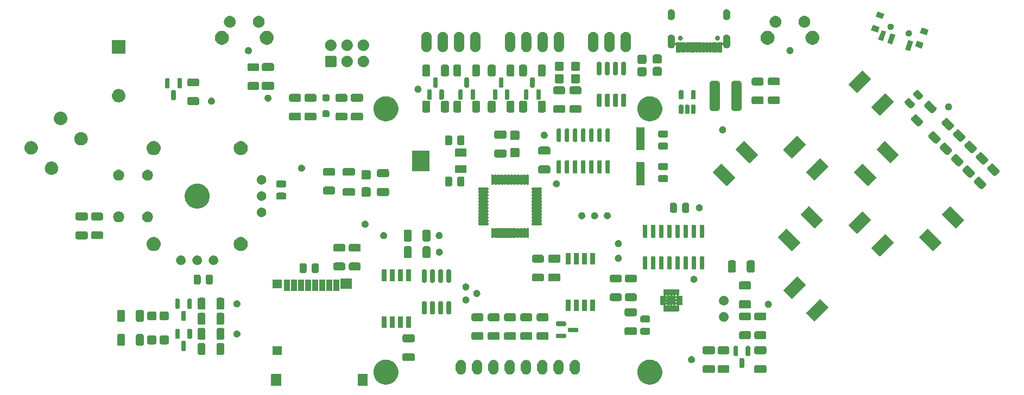
<source format=gbr>
G04 #@! TF.GenerationSoftware,KiCad,Pcbnew,8.0.7*
G04 #@! TF.CreationDate,2025-01-24T19:03:19-05:00*
G04 #@! TF.ProjectId,Game_Cat_R4,47616d65-5f43-4617-945f-52342e6b6963,4.1.4*
G04 #@! TF.SameCoordinates,Original*
G04 #@! TF.FileFunction,Soldermask,Top*
G04 #@! TF.FilePolarity,Negative*
%FSLAX46Y46*%
G04 Gerber Fmt 4.6, Leading zero omitted, Abs format (unit mm)*
G04 Created by KiCad (PCBNEW 8.0.7) date 2025-01-24 19:03:19*
%MOMM*%
%LPD*%
G01*
G04 APERTURE LIST*
G04 APERTURE END LIST*
G36*
X93081230Y-127823597D02*
G01*
X93097711Y-127834609D01*
X93108723Y-127851090D01*
X93112590Y-127870530D01*
X93112590Y-129569790D01*
X93108723Y-129589230D01*
X93097711Y-129605711D01*
X93081230Y-129616723D01*
X93061790Y-129620590D01*
X91560650Y-129620590D01*
X91541210Y-129616723D01*
X91524729Y-129605711D01*
X91513717Y-129589230D01*
X91509850Y-129569790D01*
X91509850Y-127870530D01*
X91513717Y-127851090D01*
X91524729Y-127834609D01*
X91541210Y-127823597D01*
X91560650Y-127819730D01*
X93061790Y-127819730D01*
X93081230Y-127823597D01*
G37*
G36*
X106578790Y-127823597D02*
G01*
X106595271Y-127834609D01*
X106606283Y-127851090D01*
X106610150Y-127870530D01*
X106610150Y-129569790D01*
X106606283Y-129589230D01*
X106595271Y-129605711D01*
X106578790Y-129616723D01*
X106559350Y-129620590D01*
X105058210Y-129620590D01*
X105038770Y-129616723D01*
X105022289Y-129605711D01*
X105011277Y-129589230D01*
X105007410Y-129569790D01*
X105007410Y-127870530D01*
X105011277Y-127851090D01*
X105022289Y-127834609D01*
X105038770Y-127823597D01*
X105058210Y-127819730D01*
X106559350Y-127819730D01*
X106578790Y-127823597D01*
G37*
G36*
X109492646Y-125548966D02*
G01*
X109559448Y-125548966D01*
X109631919Y-125558926D01*
X109704333Y-125564106D01*
X109763937Y-125577072D01*
X109823872Y-125585310D01*
X109900498Y-125606779D01*
X109977007Y-125623423D01*
X110028656Y-125642687D01*
X110080882Y-125657320D01*
X110159834Y-125691614D01*
X110238463Y-125720941D01*
X110281681Y-125744539D01*
X110325693Y-125763657D01*
X110404880Y-125811811D01*
X110483379Y-125854675D01*
X110518062Y-125880638D01*
X110553744Y-125902337D01*
X110630898Y-125965106D01*
X110706771Y-126021904D01*
X110733209Y-126048342D01*
X110760789Y-126070780D01*
X110833474Y-126148607D01*
X110904089Y-126219222D01*
X110922932Y-126244394D01*
X110942969Y-126265848D01*
X111008685Y-126358946D01*
X111071318Y-126442614D01*
X111083525Y-126464970D01*
X111096891Y-126483905D01*
X111153128Y-126592438D01*
X111205052Y-126687530D01*
X111211864Y-126705795D01*
X111219685Y-126720888D01*
X111263979Y-126845521D01*
X111302570Y-126948986D01*
X111305440Y-126962179D01*
X111309066Y-126972382D01*
X111339095Y-127116892D01*
X111361887Y-127221660D01*
X111362422Y-127229141D01*
X111363372Y-127233713D01*
X111377026Y-127433344D01*
X111381794Y-127499999D01*
X111377026Y-127566659D01*
X111363372Y-127766284D01*
X111362422Y-127770854D01*
X111361887Y-127778338D01*
X111339091Y-127883127D01*
X111309066Y-128027615D01*
X111305440Y-128037815D01*
X111302570Y-128051012D01*
X111263972Y-128154496D01*
X111219685Y-128279109D01*
X111211865Y-128294199D01*
X111205052Y-128312468D01*
X111153118Y-128407578D01*
X111096891Y-128516092D01*
X111083528Y-128535022D01*
X111071318Y-128557384D01*
X111008672Y-128641068D01*
X110942969Y-128734149D01*
X110922936Y-128755598D01*
X110904089Y-128780776D01*
X110833460Y-128851404D01*
X110760789Y-128929217D01*
X110733214Y-128951650D01*
X110706771Y-128978094D01*
X110630883Y-129034902D01*
X110553744Y-129097660D01*
X110518069Y-129119353D01*
X110483379Y-129145323D01*
X110404864Y-129188195D01*
X110325693Y-129236340D01*
X110281690Y-129255453D01*
X110238463Y-129279057D01*
X110159818Y-129308389D01*
X110080882Y-129342677D01*
X110028667Y-129357306D01*
X109977007Y-129376575D01*
X109900482Y-129393222D01*
X109823872Y-129414687D01*
X109763947Y-129422923D01*
X109704333Y-129435892D01*
X109631915Y-129441071D01*
X109559448Y-129451032D01*
X109492646Y-129451032D01*
X109425994Y-129455799D01*
X109359342Y-129451032D01*
X109292540Y-129451032D01*
X109220071Y-129441071D01*
X109147655Y-129435892D01*
X109088042Y-129422923D01*
X109028115Y-129414687D01*
X108951501Y-129393221D01*
X108874981Y-129376575D01*
X108823323Y-129357307D01*
X108771105Y-129342677D01*
X108692162Y-129308387D01*
X108613525Y-129279057D01*
X108570301Y-129255455D01*
X108526294Y-129236340D01*
X108447114Y-129188189D01*
X108368609Y-129145323D01*
X108333922Y-129119357D01*
X108298243Y-129097660D01*
X108221092Y-129034893D01*
X108145217Y-128978094D01*
X108118777Y-128951654D01*
X108091198Y-128929217D01*
X108018512Y-128851389D01*
X107947899Y-128780776D01*
X107929055Y-128755604D01*
X107909018Y-128734149D01*
X107843297Y-128641044D01*
X107780670Y-128557384D01*
X107768463Y-128535029D01*
X107755096Y-128516092D01*
X107698850Y-128407542D01*
X107646936Y-128312468D01*
X107640124Y-128294206D01*
X107632302Y-128279109D01*
X107587994Y-128154439D01*
X107549418Y-128051012D01*
X107546548Y-128037822D01*
X107542921Y-128027615D01*
X107512874Y-127883024D01*
X107490101Y-127778338D01*
X107489566Y-127770861D01*
X107488615Y-127766284D01*
X107474938Y-127566338D01*
X107470194Y-127499999D01*
X107474938Y-127433664D01*
X107488615Y-127233713D01*
X107489566Y-127229134D01*
X107490101Y-127221660D01*
X107512869Y-127116994D01*
X107542921Y-126972382D01*
X107546549Y-126962172D01*
X107549418Y-126948986D01*
X107587986Y-126845578D01*
X107632302Y-126720888D01*
X107640126Y-126705788D01*
X107646936Y-126687530D01*
X107698840Y-126592474D01*
X107755096Y-126483905D01*
X107768465Y-126464964D01*
X107780670Y-126442614D01*
X107843285Y-126358969D01*
X107909018Y-126265848D01*
X107929059Y-126244388D01*
X107947899Y-126219222D01*
X108018498Y-126148622D01*
X108091198Y-126070780D01*
X108118782Y-126048338D01*
X108145217Y-126021904D01*
X108221077Y-125965115D01*
X108298243Y-125902337D01*
X108333929Y-125880635D01*
X108368609Y-125854675D01*
X108447098Y-125811816D01*
X108526294Y-125763657D01*
X108570310Y-125744537D01*
X108613525Y-125720941D01*
X108692146Y-125691616D01*
X108771105Y-125657320D01*
X108823334Y-125642686D01*
X108874981Y-125623423D01*
X108951485Y-125606780D01*
X109028115Y-125585310D01*
X109088051Y-125577071D01*
X109147655Y-125564106D01*
X109220067Y-125558927D01*
X109292540Y-125548966D01*
X109359342Y-125548966D01*
X109425994Y-125544199D01*
X109492646Y-125548966D01*
G37*
G36*
X150640646Y-125548966D02*
G01*
X150707448Y-125548966D01*
X150779919Y-125558926D01*
X150852333Y-125564106D01*
X150911937Y-125577072D01*
X150971872Y-125585310D01*
X151048498Y-125606779D01*
X151125007Y-125623423D01*
X151176656Y-125642687D01*
X151228882Y-125657320D01*
X151307834Y-125691614D01*
X151386463Y-125720941D01*
X151429681Y-125744539D01*
X151473693Y-125763657D01*
X151552880Y-125811811D01*
X151631379Y-125854675D01*
X151666062Y-125880638D01*
X151701744Y-125902337D01*
X151778898Y-125965106D01*
X151854771Y-126021904D01*
X151881209Y-126048342D01*
X151908789Y-126070780D01*
X151981474Y-126148607D01*
X152052089Y-126219222D01*
X152070932Y-126244394D01*
X152090969Y-126265848D01*
X152156685Y-126358946D01*
X152219318Y-126442614D01*
X152231525Y-126464970D01*
X152244891Y-126483905D01*
X152301128Y-126592438D01*
X152353052Y-126687530D01*
X152359864Y-126705795D01*
X152367685Y-126720888D01*
X152411979Y-126845521D01*
X152450570Y-126948986D01*
X152453440Y-126962179D01*
X152457066Y-126972382D01*
X152487095Y-127116892D01*
X152509887Y-127221660D01*
X152510422Y-127229141D01*
X152511372Y-127233713D01*
X152525026Y-127433344D01*
X152529794Y-127499999D01*
X152525026Y-127566659D01*
X152511372Y-127766284D01*
X152510422Y-127770854D01*
X152509887Y-127778338D01*
X152487091Y-127883127D01*
X152457066Y-128027615D01*
X152453440Y-128037815D01*
X152450570Y-128051012D01*
X152411972Y-128154496D01*
X152367685Y-128279109D01*
X152359865Y-128294199D01*
X152353052Y-128312468D01*
X152301118Y-128407578D01*
X152244891Y-128516092D01*
X152231528Y-128535022D01*
X152219318Y-128557384D01*
X152156672Y-128641068D01*
X152090969Y-128734149D01*
X152070936Y-128755598D01*
X152052089Y-128780776D01*
X151981460Y-128851404D01*
X151908789Y-128929217D01*
X151881214Y-128951650D01*
X151854771Y-128978094D01*
X151778883Y-129034902D01*
X151701744Y-129097660D01*
X151666069Y-129119353D01*
X151631379Y-129145323D01*
X151552864Y-129188195D01*
X151473693Y-129236340D01*
X151429690Y-129255453D01*
X151386463Y-129279057D01*
X151307818Y-129308389D01*
X151228882Y-129342677D01*
X151176667Y-129357306D01*
X151125007Y-129376575D01*
X151048482Y-129393222D01*
X150971872Y-129414687D01*
X150911947Y-129422923D01*
X150852333Y-129435892D01*
X150779915Y-129441071D01*
X150707448Y-129451032D01*
X150640646Y-129451032D01*
X150573994Y-129455799D01*
X150507342Y-129451032D01*
X150440540Y-129451032D01*
X150368071Y-129441071D01*
X150295655Y-129435892D01*
X150236042Y-129422923D01*
X150176115Y-129414687D01*
X150099501Y-129393221D01*
X150022981Y-129376575D01*
X149971323Y-129357307D01*
X149919105Y-129342677D01*
X149840162Y-129308387D01*
X149761525Y-129279057D01*
X149718301Y-129255455D01*
X149674294Y-129236340D01*
X149595114Y-129188189D01*
X149516609Y-129145323D01*
X149481922Y-129119357D01*
X149446243Y-129097660D01*
X149369092Y-129034893D01*
X149293217Y-128978094D01*
X149266777Y-128951654D01*
X149239198Y-128929217D01*
X149166512Y-128851389D01*
X149095899Y-128780776D01*
X149077055Y-128755604D01*
X149057018Y-128734149D01*
X148991297Y-128641044D01*
X148928670Y-128557384D01*
X148916463Y-128535029D01*
X148903096Y-128516092D01*
X148846850Y-128407542D01*
X148794936Y-128312468D01*
X148788124Y-128294206D01*
X148780302Y-128279109D01*
X148735994Y-128154439D01*
X148697418Y-128051012D01*
X148694548Y-128037822D01*
X148690921Y-128027615D01*
X148660874Y-127883024D01*
X148638101Y-127778338D01*
X148637566Y-127770861D01*
X148636615Y-127766284D01*
X148622938Y-127566338D01*
X148618194Y-127499999D01*
X148622938Y-127433664D01*
X148636615Y-127233713D01*
X148637566Y-127229134D01*
X148638101Y-127221660D01*
X148660869Y-127116994D01*
X148690921Y-126972382D01*
X148694549Y-126962172D01*
X148697418Y-126948986D01*
X148735986Y-126845578D01*
X148780302Y-126720888D01*
X148788126Y-126705788D01*
X148794936Y-126687530D01*
X148846840Y-126592474D01*
X148903096Y-126483905D01*
X148916465Y-126464964D01*
X148928670Y-126442614D01*
X148991285Y-126358969D01*
X149057018Y-126265848D01*
X149077059Y-126244388D01*
X149095899Y-126219222D01*
X149166498Y-126148622D01*
X149239198Y-126070780D01*
X149266782Y-126048338D01*
X149293217Y-126021904D01*
X149369077Y-125965115D01*
X149446243Y-125902337D01*
X149481929Y-125880635D01*
X149516609Y-125854675D01*
X149595098Y-125811816D01*
X149674294Y-125763657D01*
X149718310Y-125744537D01*
X149761525Y-125720941D01*
X149840146Y-125691616D01*
X149919105Y-125657320D01*
X149971334Y-125642686D01*
X150022981Y-125623423D01*
X150099485Y-125606780D01*
X150176115Y-125585310D01*
X150236051Y-125577071D01*
X150295655Y-125564106D01*
X150368067Y-125558927D01*
X150440540Y-125548966D01*
X150507342Y-125548966D01*
X150573994Y-125544199D01*
X150640646Y-125548966D01*
G37*
G36*
X121352251Y-125637451D02*
G01*
X121497159Y-125697474D01*
X121627572Y-125784613D01*
X121738480Y-125895521D01*
X121825619Y-126025934D01*
X121885642Y-126170842D01*
X121916241Y-126324675D01*
X121920094Y-126403099D01*
X121920094Y-127088899D01*
X121916241Y-127167323D01*
X121885642Y-127321156D01*
X121825619Y-127466064D01*
X121738480Y-127596477D01*
X121627572Y-127707385D01*
X121497159Y-127794524D01*
X121352251Y-127854547D01*
X121198418Y-127885146D01*
X121041570Y-127885146D01*
X120887737Y-127854547D01*
X120742829Y-127794524D01*
X120612416Y-127707385D01*
X120501508Y-127596477D01*
X120414369Y-127466064D01*
X120354346Y-127321156D01*
X120323747Y-127167323D01*
X120319894Y-127088899D01*
X120319894Y-126403099D01*
X120323747Y-126324675D01*
X120354346Y-126170842D01*
X120414369Y-126025934D01*
X120501508Y-125895521D01*
X120612416Y-125784613D01*
X120742829Y-125697474D01*
X120887737Y-125637451D01*
X121041570Y-125606852D01*
X121198418Y-125606852D01*
X121352251Y-125637451D01*
G37*
G36*
X123892251Y-125637451D02*
G01*
X124037159Y-125697474D01*
X124167572Y-125784613D01*
X124278480Y-125895521D01*
X124365619Y-126025934D01*
X124425642Y-126170842D01*
X124456241Y-126324675D01*
X124460094Y-126403099D01*
X124460094Y-127088899D01*
X124456241Y-127167323D01*
X124425642Y-127321156D01*
X124365619Y-127466064D01*
X124278480Y-127596477D01*
X124167572Y-127707385D01*
X124037159Y-127794524D01*
X123892251Y-127854547D01*
X123738418Y-127885146D01*
X123581570Y-127885146D01*
X123427737Y-127854547D01*
X123282829Y-127794524D01*
X123152416Y-127707385D01*
X123041508Y-127596477D01*
X122954369Y-127466064D01*
X122894346Y-127321156D01*
X122863747Y-127167323D01*
X122859894Y-127088899D01*
X122859894Y-126403099D01*
X122863747Y-126324675D01*
X122894346Y-126170842D01*
X122954369Y-126025934D01*
X123041508Y-125895521D01*
X123152416Y-125784613D01*
X123282829Y-125697474D01*
X123427737Y-125637451D01*
X123581570Y-125606852D01*
X123738418Y-125606852D01*
X123892251Y-125637451D01*
G37*
G36*
X126432251Y-125637451D02*
G01*
X126577159Y-125697474D01*
X126707572Y-125784613D01*
X126818480Y-125895521D01*
X126905619Y-126025934D01*
X126965642Y-126170842D01*
X126996241Y-126324675D01*
X127000094Y-126403099D01*
X127000094Y-127088899D01*
X126996241Y-127167323D01*
X126965642Y-127321156D01*
X126905619Y-127466064D01*
X126818480Y-127596477D01*
X126707572Y-127707385D01*
X126577159Y-127794524D01*
X126432251Y-127854547D01*
X126278418Y-127885146D01*
X126121570Y-127885146D01*
X125967737Y-127854547D01*
X125822829Y-127794524D01*
X125692416Y-127707385D01*
X125581508Y-127596477D01*
X125494369Y-127466064D01*
X125434346Y-127321156D01*
X125403747Y-127167323D01*
X125399894Y-127088899D01*
X125399894Y-126403099D01*
X125403747Y-126324675D01*
X125434346Y-126170842D01*
X125494369Y-126025934D01*
X125581508Y-125895521D01*
X125692416Y-125784613D01*
X125822829Y-125697474D01*
X125967737Y-125637451D01*
X126121570Y-125606852D01*
X126278418Y-125606852D01*
X126432251Y-125637451D01*
G37*
G36*
X128972251Y-125637451D02*
G01*
X129117159Y-125697474D01*
X129247572Y-125784613D01*
X129358480Y-125895521D01*
X129445619Y-126025934D01*
X129505642Y-126170842D01*
X129536241Y-126324675D01*
X129540094Y-126403099D01*
X129540094Y-127088899D01*
X129536241Y-127167323D01*
X129505642Y-127321156D01*
X129445619Y-127466064D01*
X129358480Y-127596477D01*
X129247572Y-127707385D01*
X129117159Y-127794524D01*
X128972251Y-127854547D01*
X128818418Y-127885146D01*
X128661570Y-127885146D01*
X128507737Y-127854547D01*
X128362829Y-127794524D01*
X128232416Y-127707385D01*
X128121508Y-127596477D01*
X128034369Y-127466064D01*
X127974346Y-127321156D01*
X127943747Y-127167323D01*
X127939894Y-127088899D01*
X127939894Y-126403099D01*
X127943747Y-126324675D01*
X127974346Y-126170842D01*
X128034369Y-126025934D01*
X128121508Y-125895521D01*
X128232416Y-125784613D01*
X128362829Y-125697474D01*
X128507737Y-125637451D01*
X128661570Y-125606852D01*
X128818418Y-125606852D01*
X128972251Y-125637451D01*
G37*
G36*
X131512251Y-125637451D02*
G01*
X131657159Y-125697474D01*
X131787572Y-125784613D01*
X131898480Y-125895521D01*
X131985619Y-126025934D01*
X132045642Y-126170842D01*
X132076241Y-126324675D01*
X132080094Y-126403099D01*
X132080094Y-127088899D01*
X132076241Y-127167323D01*
X132045642Y-127321156D01*
X131985619Y-127466064D01*
X131898480Y-127596477D01*
X131787572Y-127707385D01*
X131657159Y-127794524D01*
X131512251Y-127854547D01*
X131358418Y-127885146D01*
X131201570Y-127885146D01*
X131047737Y-127854547D01*
X130902829Y-127794524D01*
X130772416Y-127707385D01*
X130661508Y-127596477D01*
X130574369Y-127466064D01*
X130514346Y-127321156D01*
X130483747Y-127167323D01*
X130479894Y-127088899D01*
X130479894Y-126403099D01*
X130483747Y-126324675D01*
X130514346Y-126170842D01*
X130574369Y-126025934D01*
X130661508Y-125895521D01*
X130772416Y-125784613D01*
X130902829Y-125697474D01*
X131047737Y-125637451D01*
X131201570Y-125606852D01*
X131358418Y-125606852D01*
X131512251Y-125637451D01*
G37*
G36*
X134052251Y-125637451D02*
G01*
X134197159Y-125697474D01*
X134327572Y-125784613D01*
X134438480Y-125895521D01*
X134525619Y-126025934D01*
X134585642Y-126170842D01*
X134616241Y-126324675D01*
X134620094Y-126403099D01*
X134620094Y-127088899D01*
X134616241Y-127167323D01*
X134585642Y-127321156D01*
X134525619Y-127466064D01*
X134438480Y-127596477D01*
X134327572Y-127707385D01*
X134197159Y-127794524D01*
X134052251Y-127854547D01*
X133898418Y-127885146D01*
X133741570Y-127885146D01*
X133587737Y-127854547D01*
X133442829Y-127794524D01*
X133312416Y-127707385D01*
X133201508Y-127596477D01*
X133114369Y-127466064D01*
X133054346Y-127321156D01*
X133023747Y-127167323D01*
X133019894Y-127088899D01*
X133019894Y-126403099D01*
X133023747Y-126324675D01*
X133054346Y-126170842D01*
X133114369Y-126025934D01*
X133201508Y-125895521D01*
X133312416Y-125784613D01*
X133442829Y-125697474D01*
X133587737Y-125637451D01*
X133741570Y-125606852D01*
X133898418Y-125606852D01*
X134052251Y-125637451D01*
G37*
G36*
X136592251Y-125637451D02*
G01*
X136737159Y-125697474D01*
X136867572Y-125784613D01*
X136978480Y-125895521D01*
X137065619Y-126025934D01*
X137125642Y-126170842D01*
X137156241Y-126324675D01*
X137160094Y-126403099D01*
X137160094Y-127088899D01*
X137156241Y-127167323D01*
X137125642Y-127321156D01*
X137065619Y-127466064D01*
X136978480Y-127596477D01*
X136867572Y-127707385D01*
X136737159Y-127794524D01*
X136592251Y-127854547D01*
X136438418Y-127885146D01*
X136281570Y-127885146D01*
X136127737Y-127854547D01*
X135982829Y-127794524D01*
X135852416Y-127707385D01*
X135741508Y-127596477D01*
X135654369Y-127466064D01*
X135594346Y-127321156D01*
X135563747Y-127167323D01*
X135559894Y-127088899D01*
X135559894Y-126403099D01*
X135563747Y-126324675D01*
X135594346Y-126170842D01*
X135654369Y-126025934D01*
X135741508Y-125895521D01*
X135852416Y-125784613D01*
X135982829Y-125697474D01*
X136127737Y-125637451D01*
X136281570Y-125606852D01*
X136438418Y-125606852D01*
X136592251Y-125637451D01*
G37*
G36*
X139132251Y-125637451D02*
G01*
X139277159Y-125697474D01*
X139407572Y-125784613D01*
X139518480Y-125895521D01*
X139605619Y-126025934D01*
X139665642Y-126170842D01*
X139696241Y-126324675D01*
X139700094Y-126403099D01*
X139700094Y-127088899D01*
X139696241Y-127167323D01*
X139665642Y-127321156D01*
X139605619Y-127466064D01*
X139518480Y-127596477D01*
X139407572Y-127707385D01*
X139277159Y-127794524D01*
X139132251Y-127854547D01*
X138978418Y-127885146D01*
X138821570Y-127885146D01*
X138667737Y-127854547D01*
X138522829Y-127794524D01*
X138392416Y-127707385D01*
X138281508Y-127596477D01*
X138194369Y-127466064D01*
X138134346Y-127321156D01*
X138103747Y-127167323D01*
X138099894Y-127088899D01*
X138099894Y-126403099D01*
X138103747Y-126324675D01*
X138134346Y-126170842D01*
X138194369Y-126025934D01*
X138281508Y-125895521D01*
X138392416Y-125784613D01*
X138522829Y-125697474D01*
X138667737Y-125637451D01*
X138821570Y-125606852D01*
X138978418Y-125606852D01*
X139132251Y-125637451D01*
G37*
G36*
X160497568Y-126409390D02*
G01*
X160511784Y-126415667D01*
X160521312Y-126417176D01*
X160560993Y-126437394D01*
X160598693Y-126454041D01*
X160603919Y-126459267D01*
X160604853Y-126459743D01*
X160671156Y-126526046D01*
X160671631Y-126526979D01*
X160676859Y-126532207D01*
X160693508Y-126569914D01*
X160713723Y-126609587D01*
X160715231Y-126619112D01*
X160721510Y-126633332D01*
X160729500Y-126702200D01*
X160729500Y-127352200D01*
X160721510Y-127421068D01*
X160715231Y-127435287D01*
X160713723Y-127444812D01*
X160693511Y-127484478D01*
X160676859Y-127522193D01*
X160671630Y-127527421D01*
X160671156Y-127528353D01*
X160604853Y-127594656D01*
X160603921Y-127595130D01*
X160598693Y-127600359D01*
X160560978Y-127617011D01*
X160521312Y-127637223D01*
X160511787Y-127638731D01*
X160497568Y-127645010D01*
X160428700Y-127653000D01*
X159128700Y-127653000D01*
X159059832Y-127645010D01*
X159045612Y-127638731D01*
X159036087Y-127637223D01*
X158996414Y-127617008D01*
X158958707Y-127600359D01*
X158953479Y-127595131D01*
X158952546Y-127594656D01*
X158886243Y-127528353D01*
X158885767Y-127527419D01*
X158880541Y-127522193D01*
X158863894Y-127484493D01*
X158843676Y-127444812D01*
X158842167Y-127435284D01*
X158835890Y-127421068D01*
X158827900Y-127352200D01*
X158827900Y-126702200D01*
X158835890Y-126633332D01*
X158842166Y-126619116D01*
X158843676Y-126609587D01*
X158863898Y-126569899D01*
X158880541Y-126532207D01*
X158885766Y-126526981D01*
X158886243Y-126526046D01*
X158952546Y-126459743D01*
X158953481Y-126459266D01*
X158958707Y-126454041D01*
X158996399Y-126437398D01*
X159036087Y-126417176D01*
X159045616Y-126415666D01*
X159059832Y-126409390D01*
X159128700Y-126401400D01*
X160428700Y-126401400D01*
X160497568Y-126409390D01*
G37*
G36*
X168523968Y-126409390D02*
G01*
X168538184Y-126415667D01*
X168547712Y-126417176D01*
X168587393Y-126437394D01*
X168625093Y-126454041D01*
X168630319Y-126459267D01*
X168631253Y-126459743D01*
X168697556Y-126526046D01*
X168698031Y-126526979D01*
X168703259Y-126532207D01*
X168719908Y-126569914D01*
X168740123Y-126609587D01*
X168741631Y-126619112D01*
X168747910Y-126633332D01*
X168755900Y-126702200D01*
X168755900Y-127352200D01*
X168747910Y-127421068D01*
X168741631Y-127435287D01*
X168740123Y-127444812D01*
X168719911Y-127484478D01*
X168703259Y-127522193D01*
X168698030Y-127527421D01*
X168697556Y-127528353D01*
X168631253Y-127594656D01*
X168630321Y-127595130D01*
X168625093Y-127600359D01*
X168587378Y-127617011D01*
X168547712Y-127637223D01*
X168538187Y-127638731D01*
X168523968Y-127645010D01*
X168455100Y-127653000D01*
X167155100Y-127653000D01*
X167086232Y-127645010D01*
X167072012Y-127638731D01*
X167062487Y-127637223D01*
X167022814Y-127617008D01*
X166985107Y-127600359D01*
X166979879Y-127595131D01*
X166978946Y-127594656D01*
X166912643Y-127528353D01*
X166912167Y-127527419D01*
X166906941Y-127522193D01*
X166890294Y-127484493D01*
X166870076Y-127444812D01*
X166868567Y-127435284D01*
X166862290Y-127421068D01*
X166854300Y-127352200D01*
X166854300Y-126702200D01*
X166862290Y-126633332D01*
X166868566Y-126619116D01*
X166870076Y-126609587D01*
X166890298Y-126569899D01*
X166906941Y-126532207D01*
X166912166Y-126526981D01*
X166912643Y-126526046D01*
X166978946Y-126459743D01*
X166979881Y-126459266D01*
X166985107Y-126454041D01*
X167022799Y-126437398D01*
X167062487Y-126417176D01*
X167072016Y-126415666D01*
X167086232Y-126409390D01*
X167155100Y-126401400D01*
X168455100Y-126401400D01*
X168523968Y-126409390D01*
G37*
G36*
X162758568Y-126409390D02*
G01*
X162772784Y-126415667D01*
X162782312Y-126417176D01*
X162821993Y-126437394D01*
X162859693Y-126454041D01*
X162864919Y-126459267D01*
X162865853Y-126459743D01*
X162932156Y-126526046D01*
X162932631Y-126526979D01*
X162937859Y-126532207D01*
X162954508Y-126569914D01*
X162974723Y-126609587D01*
X162976231Y-126619112D01*
X162982510Y-126633332D01*
X162990500Y-126702200D01*
X162990500Y-127327200D01*
X162982510Y-127396068D01*
X162976231Y-127410287D01*
X162974723Y-127419812D01*
X162954511Y-127459478D01*
X162937859Y-127497193D01*
X162932630Y-127502421D01*
X162932156Y-127503353D01*
X162865853Y-127569656D01*
X162864921Y-127570130D01*
X162859693Y-127575359D01*
X162821978Y-127592011D01*
X162782312Y-127612223D01*
X162772787Y-127613731D01*
X162758568Y-127620010D01*
X162689700Y-127628000D01*
X161439700Y-127628000D01*
X161370832Y-127620010D01*
X161356612Y-127613731D01*
X161347087Y-127612223D01*
X161307414Y-127592008D01*
X161269707Y-127575359D01*
X161264479Y-127570131D01*
X161263546Y-127569656D01*
X161197243Y-127503353D01*
X161196767Y-127502419D01*
X161191541Y-127497193D01*
X161174894Y-127459493D01*
X161154676Y-127419812D01*
X161153167Y-127410284D01*
X161146890Y-127396068D01*
X161138900Y-127327200D01*
X161138900Y-126702200D01*
X161146890Y-126633332D01*
X161153166Y-126619116D01*
X161154676Y-126609587D01*
X161174898Y-126569899D01*
X161191541Y-126532207D01*
X161196766Y-126526981D01*
X161197243Y-126526046D01*
X161263546Y-126459743D01*
X161264481Y-126459266D01*
X161269707Y-126454041D01*
X161307399Y-126437398D01*
X161347087Y-126417176D01*
X161356616Y-126415666D01*
X161370832Y-126409390D01*
X161439700Y-126401400D01*
X162689700Y-126401400D01*
X162758568Y-126409390D01*
G37*
G36*
X165092096Y-125302831D02*
G01*
X165127624Y-125306953D01*
X165139762Y-125312312D01*
X165161743Y-125316685D01*
X165185274Y-125332408D01*
X165197508Y-125337810D01*
X165205863Y-125346165D01*
X165226887Y-125360213D01*
X165240934Y-125381236D01*
X165249289Y-125389591D01*
X165254689Y-125401822D01*
X165270415Y-125425357D01*
X165274787Y-125447339D01*
X165280146Y-125459475D01*
X165284266Y-125494993D01*
X165285700Y-125502200D01*
X165285700Y-126677200D01*
X165284266Y-126684408D01*
X165280146Y-126719924D01*
X165274787Y-126732058D01*
X165270415Y-126754043D01*
X165254688Y-126777579D01*
X165249289Y-126789808D01*
X165240936Y-126798160D01*
X165226887Y-126819187D01*
X165205860Y-126833236D01*
X165197508Y-126841589D01*
X165185279Y-126846988D01*
X165161743Y-126862715D01*
X165139758Y-126867087D01*
X165127624Y-126872446D01*
X165092107Y-126876566D01*
X165084900Y-126878000D01*
X164784900Y-126878000D01*
X164777692Y-126876566D01*
X164742175Y-126872446D01*
X164730039Y-126867087D01*
X164708057Y-126862715D01*
X164684522Y-126846989D01*
X164672291Y-126841589D01*
X164663936Y-126833234D01*
X164642913Y-126819187D01*
X164628865Y-126798163D01*
X164620510Y-126789808D01*
X164615108Y-126777574D01*
X164599385Y-126754043D01*
X164595012Y-126732062D01*
X164589653Y-126719924D01*
X164585531Y-126684395D01*
X164584100Y-126677200D01*
X164584100Y-125502200D01*
X164585531Y-125495004D01*
X164589653Y-125459475D01*
X164595013Y-125447335D01*
X164599385Y-125425357D01*
X164615107Y-125401827D01*
X164620510Y-125389591D01*
X164628867Y-125381233D01*
X164642913Y-125360213D01*
X164663933Y-125346167D01*
X164672291Y-125337810D01*
X164684527Y-125332407D01*
X164708057Y-125316685D01*
X164730035Y-125312313D01*
X164742175Y-125306953D01*
X164777705Y-125302831D01*
X164784900Y-125301400D01*
X165084900Y-125301400D01*
X165092096Y-125302831D01*
G37*
G36*
X157109027Y-125006064D02*
G01*
X157139912Y-125006064D01*
X157175322Y-125014791D01*
X157216158Y-125020168D01*
X157244112Y-125031747D01*
X157268686Y-125037804D01*
X157305946Y-125057359D01*
X157349000Y-125075193D01*
X157368639Y-125090263D01*
X157386117Y-125099436D01*
X157421856Y-125131098D01*
X157463074Y-125162726D01*
X157474787Y-125177990D01*
X157485390Y-125187384D01*
X157515791Y-125231427D01*
X157550607Y-125276800D01*
X157555855Y-125289470D01*
X157560731Y-125296534D01*
X157581885Y-125352312D01*
X157605632Y-125409642D01*
X157606697Y-125417736D01*
X157607761Y-125420540D01*
X157615992Y-125488335D01*
X157624400Y-125552200D01*
X157615991Y-125616070D01*
X157607761Y-125683859D01*
X157606697Y-125686662D01*
X157605632Y-125694758D01*
X157581880Y-125752098D01*
X157560731Y-125807865D01*
X157555856Y-125814927D01*
X157550607Y-125827600D01*
X157515784Y-125872981D01*
X157485390Y-125917015D01*
X157474789Y-125926406D01*
X157463074Y-125941674D01*
X157421848Y-125973308D01*
X157386117Y-126004963D01*
X157368644Y-126014133D01*
X157349000Y-126029207D01*
X157305937Y-126047044D01*
X157268686Y-126066595D01*
X157244117Y-126072650D01*
X157216158Y-126084232D01*
X157175320Y-126089608D01*
X157139912Y-126098336D01*
X157109027Y-126098336D01*
X157073600Y-126103000D01*
X157038173Y-126098336D01*
X157007288Y-126098336D01*
X156971879Y-126089608D01*
X156931042Y-126084232D01*
X156903083Y-126072651D01*
X156878513Y-126066595D01*
X156841257Y-126047042D01*
X156798200Y-126029207D01*
X156778558Y-126014135D01*
X156761082Y-126004963D01*
X156725344Y-125973302D01*
X156684126Y-125941674D01*
X156672412Y-125926408D01*
X156661809Y-125917015D01*
X156631405Y-125872968D01*
X156596593Y-125827600D01*
X156591345Y-125814931D01*
X156586468Y-125807865D01*
X156565307Y-125752069D01*
X156541568Y-125694758D01*
X156540502Y-125686666D01*
X156539438Y-125683859D01*
X156531195Y-125615972D01*
X156522800Y-125552200D01*
X156531194Y-125488433D01*
X156539438Y-125420540D01*
X156540502Y-125417732D01*
X156541568Y-125409642D01*
X156565302Y-125352341D01*
X156586468Y-125296534D01*
X156591346Y-125289466D01*
X156596593Y-125276800D01*
X156631398Y-125231440D01*
X156661809Y-125187384D01*
X156672414Y-125177987D01*
X156684126Y-125162726D01*
X156725336Y-125131104D01*
X156761082Y-125099436D01*
X156778562Y-125090261D01*
X156798200Y-125075193D01*
X156841248Y-125057361D01*
X156878513Y-125037804D01*
X156903088Y-125031746D01*
X156931042Y-125020168D01*
X156971876Y-125014792D01*
X157007288Y-125006064D01*
X157038173Y-125006064D01*
X157073600Y-125001400D01*
X157109027Y-125006064D01*
G37*
G36*
X113685368Y-124555190D02*
G01*
X113699584Y-124561467D01*
X113709112Y-124562976D01*
X113748793Y-124583194D01*
X113786493Y-124599841D01*
X113791719Y-124605067D01*
X113792653Y-124605543D01*
X113858956Y-124671846D01*
X113859431Y-124672779D01*
X113864659Y-124678007D01*
X113881308Y-124715714D01*
X113901523Y-124755387D01*
X113903031Y-124764912D01*
X113909310Y-124779132D01*
X113917300Y-124848000D01*
X113917300Y-125498000D01*
X113909310Y-125566868D01*
X113903031Y-125581087D01*
X113901523Y-125590612D01*
X113881311Y-125630278D01*
X113864659Y-125667993D01*
X113859430Y-125673221D01*
X113858956Y-125674153D01*
X113792653Y-125740456D01*
X113791721Y-125740930D01*
X113786493Y-125746159D01*
X113748778Y-125762811D01*
X113709112Y-125783023D01*
X113699587Y-125784531D01*
X113685368Y-125790810D01*
X113616500Y-125798800D01*
X112316500Y-125798800D01*
X112247632Y-125790810D01*
X112233412Y-125784531D01*
X112223887Y-125783023D01*
X112184214Y-125762808D01*
X112146507Y-125746159D01*
X112141279Y-125740931D01*
X112140346Y-125740456D01*
X112074043Y-125674153D01*
X112073567Y-125673219D01*
X112068341Y-125667993D01*
X112051694Y-125630293D01*
X112031476Y-125590612D01*
X112029967Y-125581084D01*
X112023690Y-125566868D01*
X112015700Y-125498000D01*
X112015700Y-124848000D01*
X112023690Y-124779132D01*
X112029966Y-124764916D01*
X112031476Y-124755387D01*
X112051698Y-124715699D01*
X112068341Y-124678007D01*
X112073566Y-124672781D01*
X112074043Y-124671846D01*
X112140346Y-124605543D01*
X112141281Y-124605066D01*
X112146507Y-124599841D01*
X112184199Y-124583198D01*
X112223887Y-124562976D01*
X112233416Y-124561466D01*
X112247632Y-124555190D01*
X112316500Y-124547200D01*
X113616500Y-124547200D01*
X113685368Y-124555190D01*
G37*
G36*
X164142096Y-123427831D02*
G01*
X164177624Y-123431953D01*
X164189762Y-123437312D01*
X164211743Y-123441685D01*
X164235274Y-123457408D01*
X164247508Y-123462810D01*
X164255863Y-123471165D01*
X164276887Y-123485213D01*
X164290934Y-123506236D01*
X164299289Y-123514591D01*
X164304689Y-123526822D01*
X164320415Y-123550357D01*
X164324787Y-123572339D01*
X164330146Y-123584475D01*
X164334266Y-123619993D01*
X164335700Y-123627200D01*
X164335700Y-124802200D01*
X164334266Y-124809408D01*
X164330146Y-124844924D01*
X164324787Y-124857058D01*
X164320415Y-124879043D01*
X164304688Y-124902579D01*
X164299289Y-124914808D01*
X164290936Y-124923160D01*
X164276887Y-124944187D01*
X164255860Y-124958236D01*
X164247508Y-124966589D01*
X164235279Y-124971988D01*
X164211743Y-124987715D01*
X164189758Y-124992087D01*
X164177624Y-124997446D01*
X164142107Y-125001566D01*
X164134900Y-125003000D01*
X163834900Y-125003000D01*
X163827692Y-125001566D01*
X163792175Y-124997446D01*
X163780039Y-124992087D01*
X163758057Y-124987715D01*
X163734522Y-124971989D01*
X163722291Y-124966589D01*
X163713936Y-124958234D01*
X163692913Y-124944187D01*
X163678865Y-124923163D01*
X163670510Y-124914808D01*
X163665108Y-124902574D01*
X163649385Y-124879043D01*
X163645012Y-124857062D01*
X163639653Y-124844924D01*
X163635531Y-124809395D01*
X163634100Y-124802200D01*
X163634100Y-123627200D01*
X163635531Y-123620004D01*
X163639653Y-123584475D01*
X163645013Y-123572335D01*
X163649385Y-123550357D01*
X163665107Y-123526827D01*
X163670510Y-123514591D01*
X163678867Y-123506233D01*
X163692913Y-123485213D01*
X163713933Y-123471167D01*
X163722291Y-123462810D01*
X163734527Y-123457407D01*
X163758057Y-123441685D01*
X163780035Y-123437313D01*
X163792175Y-123431953D01*
X163827705Y-123427831D01*
X163834900Y-123426400D01*
X164134900Y-123426400D01*
X164142096Y-123427831D01*
G37*
G36*
X166042096Y-123427831D02*
G01*
X166077624Y-123431953D01*
X166089762Y-123437312D01*
X166111743Y-123441685D01*
X166135274Y-123457408D01*
X166147508Y-123462810D01*
X166155863Y-123471165D01*
X166176887Y-123485213D01*
X166190934Y-123506236D01*
X166199289Y-123514591D01*
X166204689Y-123526822D01*
X166220415Y-123550357D01*
X166224787Y-123572339D01*
X166230146Y-123584475D01*
X166234266Y-123619993D01*
X166235700Y-123627200D01*
X166235700Y-124802200D01*
X166234266Y-124809408D01*
X166230146Y-124844924D01*
X166224787Y-124857058D01*
X166220415Y-124879043D01*
X166204688Y-124902579D01*
X166199289Y-124914808D01*
X166190936Y-124923160D01*
X166176887Y-124944187D01*
X166155860Y-124958236D01*
X166147508Y-124966589D01*
X166135279Y-124971988D01*
X166111743Y-124987715D01*
X166089758Y-124992087D01*
X166077624Y-124997446D01*
X166042107Y-125001566D01*
X166034900Y-125003000D01*
X165734900Y-125003000D01*
X165727692Y-125001566D01*
X165692175Y-124997446D01*
X165680039Y-124992087D01*
X165658057Y-124987715D01*
X165634522Y-124971989D01*
X165622291Y-124966589D01*
X165613936Y-124958234D01*
X165592913Y-124944187D01*
X165578865Y-124923163D01*
X165570510Y-124914808D01*
X165565108Y-124902574D01*
X165549385Y-124879043D01*
X165545012Y-124857062D01*
X165539653Y-124844924D01*
X165535531Y-124809395D01*
X165534100Y-124802200D01*
X165534100Y-123627200D01*
X165535531Y-123620004D01*
X165539653Y-123584475D01*
X165545013Y-123572335D01*
X165549385Y-123550357D01*
X165565107Y-123526827D01*
X165570510Y-123514591D01*
X165578867Y-123506233D01*
X165592913Y-123485213D01*
X165613933Y-123471167D01*
X165622291Y-123462810D01*
X165634527Y-123457407D01*
X165658057Y-123441685D01*
X165680035Y-123437313D01*
X165692175Y-123431953D01*
X165727705Y-123427831D01*
X165734900Y-123426400D01*
X166034900Y-123426400D01*
X166042096Y-123427831D01*
G37*
G36*
X93120600Y-123440827D02*
G01*
X93137081Y-123451839D01*
X93148093Y-123468320D01*
X93151960Y-123487760D01*
X93151960Y-124788240D01*
X93148093Y-124807680D01*
X93137081Y-124824161D01*
X93120600Y-124835173D01*
X93101160Y-124839040D01*
X91810840Y-124839040D01*
X91791400Y-124835173D01*
X91774919Y-124824161D01*
X91763907Y-124807680D01*
X91760040Y-124788240D01*
X91760040Y-123487760D01*
X91763907Y-123468320D01*
X91774919Y-123451839D01*
X91791400Y-123440827D01*
X91810840Y-123436960D01*
X93101160Y-123436960D01*
X93120600Y-123440827D01*
G37*
G36*
X81062468Y-122983390D02*
G01*
X81076684Y-122989667D01*
X81086212Y-122991176D01*
X81125893Y-123011394D01*
X81163593Y-123028041D01*
X81168819Y-123033267D01*
X81169753Y-123033743D01*
X81236056Y-123100046D01*
X81236531Y-123100979D01*
X81241759Y-123106207D01*
X81258408Y-123143914D01*
X81278623Y-123183587D01*
X81280131Y-123193112D01*
X81286410Y-123207332D01*
X81294400Y-123276200D01*
X81294400Y-124526200D01*
X81286410Y-124595068D01*
X81280131Y-124609287D01*
X81278623Y-124618812D01*
X81258411Y-124658478D01*
X81241759Y-124696193D01*
X81236530Y-124701421D01*
X81236056Y-124702353D01*
X81169753Y-124768656D01*
X81168821Y-124769130D01*
X81163593Y-124774359D01*
X81125878Y-124791011D01*
X81086212Y-124811223D01*
X81076687Y-124812731D01*
X81062468Y-124819010D01*
X80993600Y-124827000D01*
X80368600Y-124827000D01*
X80299732Y-124819010D01*
X80285512Y-124812731D01*
X80275987Y-124811223D01*
X80236314Y-124791008D01*
X80198607Y-124774359D01*
X80193379Y-124769131D01*
X80192446Y-124768656D01*
X80126143Y-124702353D01*
X80125667Y-124701419D01*
X80120441Y-124696193D01*
X80103794Y-124658493D01*
X80083576Y-124618812D01*
X80082067Y-124609284D01*
X80075790Y-124595068D01*
X80067800Y-124526200D01*
X80067800Y-123276200D01*
X80075790Y-123207332D01*
X80082066Y-123193116D01*
X80083576Y-123183587D01*
X80103798Y-123143899D01*
X80120441Y-123106207D01*
X80125666Y-123100981D01*
X80126143Y-123100046D01*
X80192446Y-123033743D01*
X80193381Y-123033266D01*
X80198607Y-123028041D01*
X80236299Y-123011398D01*
X80275987Y-122991176D01*
X80285516Y-122989666D01*
X80299732Y-122983390D01*
X80368600Y-122975400D01*
X80993600Y-122975400D01*
X81062468Y-122983390D01*
G37*
G36*
X83987468Y-122983390D02*
G01*
X84001684Y-122989667D01*
X84011212Y-122991176D01*
X84050893Y-123011394D01*
X84088593Y-123028041D01*
X84093819Y-123033267D01*
X84094753Y-123033743D01*
X84161056Y-123100046D01*
X84161531Y-123100979D01*
X84166759Y-123106207D01*
X84183408Y-123143914D01*
X84203623Y-123183587D01*
X84205131Y-123193112D01*
X84211410Y-123207332D01*
X84219400Y-123276200D01*
X84219400Y-124526200D01*
X84211410Y-124595068D01*
X84205131Y-124609287D01*
X84203623Y-124618812D01*
X84183411Y-124658478D01*
X84166759Y-124696193D01*
X84161530Y-124701421D01*
X84161056Y-124702353D01*
X84094753Y-124768656D01*
X84093821Y-124769130D01*
X84088593Y-124774359D01*
X84050878Y-124791011D01*
X84011212Y-124811223D01*
X84001687Y-124812731D01*
X83987468Y-124819010D01*
X83918600Y-124827000D01*
X83293600Y-124827000D01*
X83224732Y-124819010D01*
X83210512Y-124812731D01*
X83200987Y-124811223D01*
X83161314Y-124791008D01*
X83123607Y-124774359D01*
X83118379Y-124769131D01*
X83117446Y-124768656D01*
X83051143Y-124702353D01*
X83050667Y-124701419D01*
X83045441Y-124696193D01*
X83028794Y-124658493D01*
X83008576Y-124618812D01*
X83007067Y-124609284D01*
X83000790Y-124595068D01*
X82992800Y-124526200D01*
X82992800Y-123276200D01*
X83000790Y-123207332D01*
X83007066Y-123193116D01*
X83008576Y-123183587D01*
X83028798Y-123143899D01*
X83045441Y-123106207D01*
X83050666Y-123100981D01*
X83051143Y-123100046D01*
X83117446Y-123033743D01*
X83118381Y-123033266D01*
X83123607Y-123028041D01*
X83161299Y-123011398D01*
X83200987Y-122991176D01*
X83210516Y-122989666D01*
X83224732Y-122983390D01*
X83293600Y-122975400D01*
X83918600Y-122975400D01*
X83987468Y-122983390D01*
G37*
G36*
X160497568Y-123459390D02*
G01*
X160511784Y-123465667D01*
X160521312Y-123467176D01*
X160560993Y-123487394D01*
X160598693Y-123504041D01*
X160603919Y-123509267D01*
X160604853Y-123509743D01*
X160671156Y-123576046D01*
X160671631Y-123576979D01*
X160676859Y-123582207D01*
X160693508Y-123619914D01*
X160713723Y-123659587D01*
X160715231Y-123669112D01*
X160721510Y-123683332D01*
X160729500Y-123752200D01*
X160729500Y-124402200D01*
X160721510Y-124471068D01*
X160715231Y-124485287D01*
X160713723Y-124494812D01*
X160693511Y-124534478D01*
X160676859Y-124572193D01*
X160671630Y-124577421D01*
X160671156Y-124578353D01*
X160604853Y-124644656D01*
X160603921Y-124645130D01*
X160598693Y-124650359D01*
X160560978Y-124667011D01*
X160521312Y-124687223D01*
X160511787Y-124688731D01*
X160497568Y-124695010D01*
X160428700Y-124703000D01*
X159128700Y-124703000D01*
X159059832Y-124695010D01*
X159045612Y-124688731D01*
X159036087Y-124687223D01*
X158996414Y-124667008D01*
X158958707Y-124650359D01*
X158953479Y-124645131D01*
X158952546Y-124644656D01*
X158886243Y-124578353D01*
X158885767Y-124577419D01*
X158880541Y-124572193D01*
X158863894Y-124534493D01*
X158843676Y-124494812D01*
X158842167Y-124485284D01*
X158835890Y-124471068D01*
X158827900Y-124402200D01*
X158827900Y-123752200D01*
X158835890Y-123683332D01*
X158842166Y-123669116D01*
X158843676Y-123659587D01*
X158863898Y-123619899D01*
X158880541Y-123582207D01*
X158885766Y-123576981D01*
X158886243Y-123576046D01*
X158952546Y-123509743D01*
X158953481Y-123509266D01*
X158958707Y-123504041D01*
X158996399Y-123487398D01*
X159036087Y-123467176D01*
X159045616Y-123465666D01*
X159059832Y-123459390D01*
X159128700Y-123451400D01*
X160428700Y-123451400D01*
X160497568Y-123459390D01*
G37*
G36*
X162758568Y-123484390D02*
G01*
X162772784Y-123490667D01*
X162782312Y-123492176D01*
X162821993Y-123512394D01*
X162859693Y-123529041D01*
X162864919Y-123534267D01*
X162865853Y-123534743D01*
X162932156Y-123601046D01*
X162932631Y-123601979D01*
X162937859Y-123607207D01*
X162954508Y-123644914D01*
X162974723Y-123684587D01*
X162976231Y-123694112D01*
X162982510Y-123708332D01*
X162990500Y-123777200D01*
X162990500Y-124402200D01*
X162982510Y-124471068D01*
X162976231Y-124485287D01*
X162974723Y-124494812D01*
X162954511Y-124534478D01*
X162937859Y-124572193D01*
X162932630Y-124577421D01*
X162932156Y-124578353D01*
X162865853Y-124644656D01*
X162864921Y-124645130D01*
X162859693Y-124650359D01*
X162821978Y-124667011D01*
X162782312Y-124687223D01*
X162772787Y-124688731D01*
X162758568Y-124695010D01*
X162689700Y-124703000D01*
X161439700Y-124703000D01*
X161370832Y-124695010D01*
X161356612Y-124688731D01*
X161347087Y-124687223D01*
X161307414Y-124667008D01*
X161269707Y-124650359D01*
X161264479Y-124645131D01*
X161263546Y-124644656D01*
X161197243Y-124578353D01*
X161196767Y-124577419D01*
X161191541Y-124572193D01*
X161174894Y-124534493D01*
X161154676Y-124494812D01*
X161153167Y-124485284D01*
X161146890Y-124471068D01*
X161138900Y-124402200D01*
X161138900Y-123777200D01*
X161146890Y-123708332D01*
X161153166Y-123694116D01*
X161154676Y-123684587D01*
X161174898Y-123644899D01*
X161191541Y-123607207D01*
X161196766Y-123601981D01*
X161197243Y-123601046D01*
X161263546Y-123534743D01*
X161264481Y-123534266D01*
X161269707Y-123529041D01*
X161307399Y-123512398D01*
X161347087Y-123492176D01*
X161356616Y-123490666D01*
X161370832Y-123484390D01*
X161439700Y-123476400D01*
X162689700Y-123476400D01*
X162758568Y-123484390D01*
G37*
G36*
X168523968Y-123459390D02*
G01*
X168538184Y-123465667D01*
X168547712Y-123467176D01*
X168587393Y-123487394D01*
X168625093Y-123504041D01*
X168630319Y-123509267D01*
X168631253Y-123509743D01*
X168697556Y-123576046D01*
X168698031Y-123576979D01*
X168703259Y-123582207D01*
X168719908Y-123619914D01*
X168740123Y-123659587D01*
X168741631Y-123669112D01*
X168747910Y-123683332D01*
X168755900Y-123752200D01*
X168755900Y-124402200D01*
X168747910Y-124471068D01*
X168741631Y-124485287D01*
X168740123Y-124494812D01*
X168719911Y-124534478D01*
X168703259Y-124572193D01*
X168698030Y-124577421D01*
X168697556Y-124578353D01*
X168631253Y-124644656D01*
X168630321Y-124645130D01*
X168625093Y-124650359D01*
X168587378Y-124667011D01*
X168547712Y-124687223D01*
X168538187Y-124688731D01*
X168523968Y-124695010D01*
X168455100Y-124703000D01*
X167155100Y-124703000D01*
X167086232Y-124695010D01*
X167072012Y-124688731D01*
X167062487Y-124687223D01*
X167022814Y-124667008D01*
X166985107Y-124650359D01*
X166979879Y-124645131D01*
X166978946Y-124644656D01*
X166912643Y-124578353D01*
X166912167Y-124577419D01*
X166906941Y-124572193D01*
X166890294Y-124534493D01*
X166870076Y-124494812D01*
X166868567Y-124485284D01*
X166862290Y-124471068D01*
X166854300Y-124402200D01*
X166854300Y-123752200D01*
X166862290Y-123683332D01*
X166868566Y-123669116D01*
X166870076Y-123659587D01*
X166890298Y-123619899D01*
X166906941Y-123582207D01*
X166912166Y-123576981D01*
X166912643Y-123576046D01*
X166978946Y-123509743D01*
X166979881Y-123509266D01*
X166985107Y-123504041D01*
X167022799Y-123487398D01*
X167062487Y-123467176D01*
X167072016Y-123465666D01*
X167086232Y-123459390D01*
X167155100Y-123451400D01*
X168455100Y-123451400D01*
X168523968Y-123459390D01*
G37*
G36*
X78036596Y-122627131D02*
G01*
X78072124Y-122631253D01*
X78084262Y-122636612D01*
X78106243Y-122640985D01*
X78129774Y-122656708D01*
X78142008Y-122662110D01*
X78150363Y-122670465D01*
X78171387Y-122684513D01*
X78185434Y-122705536D01*
X78193789Y-122713891D01*
X78199189Y-122726122D01*
X78214915Y-122749657D01*
X78219287Y-122771639D01*
X78224646Y-122783775D01*
X78228766Y-122819293D01*
X78230200Y-122826500D01*
X78230200Y-124001500D01*
X78228766Y-124008708D01*
X78224646Y-124044224D01*
X78219287Y-124056358D01*
X78214915Y-124078343D01*
X78199188Y-124101879D01*
X78193789Y-124114108D01*
X78185436Y-124122460D01*
X78171387Y-124143487D01*
X78150360Y-124157536D01*
X78142008Y-124165889D01*
X78129779Y-124171288D01*
X78106243Y-124187015D01*
X78084258Y-124191387D01*
X78072124Y-124196746D01*
X78036607Y-124200866D01*
X78029400Y-124202300D01*
X77729400Y-124202300D01*
X77722192Y-124200866D01*
X77686675Y-124196746D01*
X77674539Y-124191387D01*
X77652557Y-124187015D01*
X77629022Y-124171289D01*
X77616791Y-124165889D01*
X77608436Y-124157534D01*
X77587413Y-124143487D01*
X77573365Y-124122463D01*
X77565010Y-124114108D01*
X77559608Y-124101874D01*
X77543885Y-124078343D01*
X77539512Y-124056362D01*
X77534153Y-124044224D01*
X77530031Y-124008695D01*
X77528600Y-124001500D01*
X77528600Y-122826500D01*
X77530031Y-122819304D01*
X77534153Y-122783775D01*
X77539513Y-122771635D01*
X77543885Y-122749657D01*
X77559607Y-122726127D01*
X77565010Y-122713891D01*
X77573367Y-122705533D01*
X77587413Y-122684513D01*
X77608433Y-122670467D01*
X77616791Y-122662110D01*
X77629027Y-122656707D01*
X77652557Y-122640985D01*
X77674535Y-122636613D01*
X77686675Y-122631253D01*
X77722205Y-122627131D01*
X77729400Y-122625700D01*
X78029400Y-122625700D01*
X78036596Y-122627131D01*
G37*
G36*
X68512709Y-121558690D02*
G01*
X68526925Y-121564967D01*
X68536453Y-121566476D01*
X68576134Y-121586694D01*
X68613834Y-121603341D01*
X68619060Y-121608567D01*
X68619994Y-121609043D01*
X68686297Y-121675346D01*
X68686772Y-121676279D01*
X68692000Y-121681507D01*
X68708649Y-121719214D01*
X68728864Y-121758887D01*
X68730372Y-121768412D01*
X68736651Y-121782632D01*
X68744641Y-121851500D01*
X68744641Y-123101500D01*
X68736651Y-123170368D01*
X68730372Y-123184587D01*
X68728864Y-123194112D01*
X68708652Y-123233778D01*
X68692000Y-123271493D01*
X68686771Y-123276721D01*
X68686297Y-123277653D01*
X68619994Y-123343956D01*
X68619062Y-123344430D01*
X68613834Y-123349659D01*
X68576119Y-123366311D01*
X68536453Y-123386523D01*
X68526928Y-123388031D01*
X68512709Y-123394310D01*
X68443841Y-123402300D01*
X67818841Y-123402300D01*
X67749973Y-123394310D01*
X67735753Y-123388031D01*
X67726228Y-123386523D01*
X67686555Y-123366308D01*
X67648848Y-123349659D01*
X67643620Y-123344431D01*
X67642687Y-123343956D01*
X67576384Y-123277653D01*
X67575908Y-123276719D01*
X67570682Y-123271493D01*
X67554035Y-123233793D01*
X67533817Y-123194112D01*
X67532308Y-123184584D01*
X67526031Y-123170368D01*
X67518041Y-123101500D01*
X67518041Y-121851500D01*
X67526031Y-121782632D01*
X67532307Y-121768416D01*
X67533817Y-121758887D01*
X67554039Y-121719199D01*
X67570682Y-121681507D01*
X67575907Y-121676281D01*
X67576384Y-121675346D01*
X67642687Y-121609043D01*
X67643622Y-121608566D01*
X67648848Y-121603341D01*
X67686540Y-121586698D01*
X67726228Y-121566476D01*
X67735757Y-121564966D01*
X67749973Y-121558690D01*
X67818841Y-121550700D01*
X68443841Y-121550700D01*
X68512709Y-121558690D01*
G37*
G36*
X71437709Y-121558690D02*
G01*
X71451925Y-121564967D01*
X71461453Y-121566476D01*
X71501134Y-121586694D01*
X71538834Y-121603341D01*
X71544060Y-121608567D01*
X71544994Y-121609043D01*
X71611297Y-121675346D01*
X71611772Y-121676279D01*
X71617000Y-121681507D01*
X71633649Y-121719214D01*
X71653864Y-121758887D01*
X71655372Y-121768412D01*
X71661651Y-121782632D01*
X71669641Y-121851500D01*
X71669641Y-123101500D01*
X71661651Y-123170368D01*
X71655372Y-123184587D01*
X71653864Y-123194112D01*
X71633652Y-123233778D01*
X71617000Y-123271493D01*
X71611771Y-123276721D01*
X71611297Y-123277653D01*
X71544994Y-123343956D01*
X71544062Y-123344430D01*
X71538834Y-123349659D01*
X71501119Y-123366311D01*
X71461453Y-123386523D01*
X71451928Y-123388031D01*
X71437709Y-123394310D01*
X71368841Y-123402300D01*
X70743841Y-123402300D01*
X70674973Y-123394310D01*
X70660753Y-123388031D01*
X70651228Y-123386523D01*
X70611555Y-123366308D01*
X70573848Y-123349659D01*
X70568620Y-123344431D01*
X70567687Y-123343956D01*
X70501384Y-123277653D01*
X70500908Y-123276719D01*
X70495682Y-123271493D01*
X70479035Y-123233793D01*
X70458817Y-123194112D01*
X70457308Y-123184584D01*
X70451031Y-123170368D01*
X70443041Y-123101500D01*
X70443041Y-121851500D01*
X70451031Y-121782632D01*
X70457307Y-121768416D01*
X70458817Y-121758887D01*
X70479039Y-121719199D01*
X70495682Y-121681507D01*
X70500907Y-121676281D01*
X70501384Y-121675346D01*
X70567687Y-121609043D01*
X70568622Y-121608566D01*
X70573848Y-121603341D01*
X70611540Y-121586698D01*
X70651228Y-121566476D01*
X70660757Y-121564966D01*
X70674973Y-121558690D01*
X70743841Y-121550700D01*
X71368841Y-121550700D01*
X71437709Y-121558690D01*
G37*
G36*
X73410468Y-121783690D02*
G01*
X73424684Y-121789967D01*
X73434212Y-121791476D01*
X73473893Y-121811694D01*
X73511593Y-121828341D01*
X73516819Y-121833567D01*
X73517753Y-121834043D01*
X73584056Y-121900346D01*
X73584531Y-121901279D01*
X73589759Y-121906507D01*
X73606408Y-121944214D01*
X73626623Y-121983887D01*
X73628131Y-121993412D01*
X73634410Y-122007632D01*
X73642400Y-122076500D01*
X73642400Y-122876500D01*
X73634410Y-122945368D01*
X73628131Y-122959587D01*
X73626623Y-122969112D01*
X73606411Y-123008778D01*
X73589759Y-123046493D01*
X73584530Y-123051721D01*
X73584056Y-123052653D01*
X73517753Y-123118956D01*
X73516821Y-123119430D01*
X73511593Y-123124659D01*
X73473878Y-123141311D01*
X73434212Y-123161523D01*
X73424687Y-123163031D01*
X73410468Y-123169310D01*
X73341600Y-123177300D01*
X72516600Y-123177300D01*
X72447732Y-123169310D01*
X72433512Y-123163031D01*
X72423987Y-123161523D01*
X72384314Y-123141308D01*
X72346607Y-123124659D01*
X72341379Y-123119431D01*
X72340446Y-123118956D01*
X72274143Y-123052653D01*
X72273667Y-123051719D01*
X72268441Y-123046493D01*
X72251794Y-123008793D01*
X72231576Y-122969112D01*
X72230067Y-122959584D01*
X72223790Y-122945368D01*
X72215800Y-122876500D01*
X72215800Y-122076500D01*
X72223790Y-122007632D01*
X72230066Y-121993416D01*
X72231576Y-121983887D01*
X72251798Y-121944199D01*
X72268441Y-121906507D01*
X72273666Y-121901281D01*
X72274143Y-121900346D01*
X72340446Y-121834043D01*
X72341381Y-121833566D01*
X72346607Y-121828341D01*
X72384299Y-121811698D01*
X72423987Y-121791476D01*
X72433516Y-121789966D01*
X72447732Y-121783690D01*
X72516600Y-121775700D01*
X73341600Y-121775700D01*
X73410468Y-121783690D01*
G37*
G36*
X75335468Y-121783690D02*
G01*
X75349684Y-121789967D01*
X75359212Y-121791476D01*
X75398893Y-121811694D01*
X75436593Y-121828341D01*
X75441819Y-121833567D01*
X75442753Y-121834043D01*
X75509056Y-121900346D01*
X75509531Y-121901279D01*
X75514759Y-121906507D01*
X75531408Y-121944214D01*
X75551623Y-121983887D01*
X75553131Y-121993412D01*
X75559410Y-122007632D01*
X75567400Y-122076500D01*
X75567400Y-122876500D01*
X75559410Y-122945368D01*
X75553131Y-122959587D01*
X75551623Y-122969112D01*
X75531411Y-123008778D01*
X75514759Y-123046493D01*
X75509530Y-123051721D01*
X75509056Y-123052653D01*
X75442753Y-123118956D01*
X75441821Y-123119430D01*
X75436593Y-123124659D01*
X75398878Y-123141311D01*
X75359212Y-123161523D01*
X75349687Y-123163031D01*
X75335468Y-123169310D01*
X75266600Y-123177300D01*
X74441600Y-123177300D01*
X74372732Y-123169310D01*
X74358512Y-123163031D01*
X74348987Y-123161523D01*
X74309314Y-123141308D01*
X74271607Y-123124659D01*
X74266379Y-123119431D01*
X74265446Y-123118956D01*
X74199143Y-123052653D01*
X74198667Y-123051719D01*
X74193441Y-123046493D01*
X74176794Y-123008793D01*
X74156576Y-122969112D01*
X74155067Y-122959584D01*
X74148790Y-122945368D01*
X74140800Y-122876500D01*
X74140800Y-122076500D01*
X74148790Y-122007632D01*
X74155066Y-121993416D01*
X74156576Y-121983887D01*
X74176798Y-121944199D01*
X74193441Y-121906507D01*
X74198666Y-121901281D01*
X74199143Y-121900346D01*
X74265446Y-121834043D01*
X74266381Y-121833566D01*
X74271607Y-121828341D01*
X74309299Y-121811698D01*
X74348987Y-121791476D01*
X74358516Y-121789966D01*
X74372732Y-121783690D01*
X74441600Y-121775700D01*
X75266600Y-121775700D01*
X75335468Y-121783690D01*
G37*
G36*
X113685368Y-121605190D02*
G01*
X113699584Y-121611467D01*
X113709112Y-121612976D01*
X113748793Y-121633194D01*
X113786493Y-121649841D01*
X113791719Y-121655067D01*
X113792653Y-121655543D01*
X113858956Y-121721846D01*
X113859431Y-121722779D01*
X113864659Y-121728007D01*
X113881308Y-121765714D01*
X113901523Y-121805387D01*
X113903031Y-121814912D01*
X113909310Y-121829132D01*
X113917300Y-121898000D01*
X113917300Y-122548000D01*
X113909310Y-122616868D01*
X113903031Y-122631087D01*
X113901523Y-122640612D01*
X113881311Y-122680278D01*
X113864659Y-122717993D01*
X113859430Y-122723221D01*
X113858956Y-122724153D01*
X113792653Y-122790456D01*
X113791721Y-122790930D01*
X113786493Y-122796159D01*
X113748778Y-122812811D01*
X113709112Y-122833023D01*
X113699587Y-122834531D01*
X113685368Y-122840810D01*
X113616500Y-122848800D01*
X112316500Y-122848800D01*
X112247632Y-122840810D01*
X112233412Y-122834531D01*
X112223887Y-122833023D01*
X112184214Y-122812808D01*
X112146507Y-122796159D01*
X112141279Y-122790931D01*
X112140346Y-122790456D01*
X112074043Y-122724153D01*
X112073567Y-122723219D01*
X112068341Y-122717993D01*
X112051694Y-122680293D01*
X112031476Y-122640612D01*
X112029967Y-122631084D01*
X112023690Y-122616868D01*
X112015700Y-122548000D01*
X112015700Y-121898000D01*
X112023690Y-121829132D01*
X112029966Y-121814916D01*
X112031476Y-121805387D01*
X112051698Y-121765699D01*
X112068341Y-121728007D01*
X112073566Y-121722781D01*
X112074043Y-121721846D01*
X112140346Y-121655543D01*
X112141281Y-121655066D01*
X112146507Y-121649841D01*
X112184199Y-121633198D01*
X112223887Y-121612976D01*
X112233416Y-121611466D01*
X112247632Y-121605190D01*
X112316500Y-121597200D01*
X113616500Y-121597200D01*
X113685368Y-121605190D01*
G37*
G36*
X124391868Y-121253190D02*
G01*
X124406084Y-121259467D01*
X124415612Y-121260976D01*
X124455293Y-121281194D01*
X124492993Y-121297841D01*
X124498219Y-121303067D01*
X124499153Y-121303543D01*
X124565456Y-121369846D01*
X124565931Y-121370779D01*
X124571159Y-121376007D01*
X124587808Y-121413714D01*
X124608023Y-121453387D01*
X124609531Y-121462912D01*
X124615810Y-121477132D01*
X124623800Y-121546000D01*
X124623800Y-122171000D01*
X124615810Y-122239868D01*
X124609531Y-122254087D01*
X124608023Y-122263612D01*
X124587811Y-122303278D01*
X124571159Y-122340993D01*
X124565930Y-122346221D01*
X124565456Y-122347153D01*
X124499153Y-122413456D01*
X124498221Y-122413930D01*
X124492993Y-122419159D01*
X124455278Y-122435811D01*
X124415612Y-122456023D01*
X124406087Y-122457531D01*
X124391868Y-122463810D01*
X124323000Y-122471800D01*
X123073000Y-122471800D01*
X123004132Y-122463810D01*
X122989912Y-122457531D01*
X122980387Y-122456023D01*
X122940714Y-122435808D01*
X122903007Y-122419159D01*
X122897779Y-122413931D01*
X122896846Y-122413456D01*
X122830543Y-122347153D01*
X122830067Y-122346219D01*
X122824841Y-122340993D01*
X122808194Y-122303293D01*
X122787976Y-122263612D01*
X122786467Y-122254084D01*
X122780190Y-122239868D01*
X122772200Y-122171000D01*
X122772200Y-121546000D01*
X122780190Y-121477132D01*
X122786466Y-121462916D01*
X122787976Y-121453387D01*
X122808198Y-121413699D01*
X122824841Y-121376007D01*
X122830066Y-121370781D01*
X122830543Y-121369846D01*
X122896846Y-121303543D01*
X122897781Y-121303066D01*
X122903007Y-121297841D01*
X122940699Y-121281198D01*
X122980387Y-121260976D01*
X122989916Y-121259466D01*
X123004132Y-121253190D01*
X123073000Y-121245200D01*
X124323000Y-121245200D01*
X124391868Y-121253190D01*
G37*
G36*
X126931868Y-121253190D02*
G01*
X126946084Y-121259467D01*
X126955612Y-121260976D01*
X126995293Y-121281194D01*
X127032993Y-121297841D01*
X127038219Y-121303067D01*
X127039153Y-121303543D01*
X127105456Y-121369846D01*
X127105931Y-121370779D01*
X127111159Y-121376007D01*
X127127808Y-121413714D01*
X127148023Y-121453387D01*
X127149531Y-121462912D01*
X127155810Y-121477132D01*
X127163800Y-121546000D01*
X127163800Y-122171000D01*
X127155810Y-122239868D01*
X127149531Y-122254087D01*
X127148023Y-122263612D01*
X127127811Y-122303278D01*
X127111159Y-122340993D01*
X127105930Y-122346221D01*
X127105456Y-122347153D01*
X127039153Y-122413456D01*
X127038221Y-122413930D01*
X127032993Y-122419159D01*
X126995278Y-122435811D01*
X126955612Y-122456023D01*
X126946087Y-122457531D01*
X126931868Y-122463810D01*
X126863000Y-122471800D01*
X125613000Y-122471800D01*
X125544132Y-122463810D01*
X125529912Y-122457531D01*
X125520387Y-122456023D01*
X125480714Y-122435808D01*
X125443007Y-122419159D01*
X125437779Y-122413931D01*
X125436846Y-122413456D01*
X125370543Y-122347153D01*
X125370067Y-122346219D01*
X125364841Y-122340993D01*
X125348194Y-122303293D01*
X125327976Y-122263612D01*
X125326467Y-122254084D01*
X125320190Y-122239868D01*
X125312200Y-122171000D01*
X125312200Y-121546000D01*
X125320190Y-121477132D01*
X125326466Y-121462916D01*
X125327976Y-121453387D01*
X125348198Y-121413699D01*
X125364841Y-121376007D01*
X125370066Y-121370781D01*
X125370543Y-121369846D01*
X125436846Y-121303543D01*
X125437781Y-121303066D01*
X125443007Y-121297841D01*
X125480699Y-121281198D01*
X125520387Y-121260976D01*
X125529916Y-121259466D01*
X125544132Y-121253190D01*
X125613000Y-121245200D01*
X126863000Y-121245200D01*
X126931868Y-121253190D01*
G37*
G36*
X129471868Y-121253190D02*
G01*
X129486084Y-121259467D01*
X129495612Y-121260976D01*
X129535293Y-121281194D01*
X129572993Y-121297841D01*
X129578219Y-121303067D01*
X129579153Y-121303543D01*
X129645456Y-121369846D01*
X129645931Y-121370779D01*
X129651159Y-121376007D01*
X129667808Y-121413714D01*
X129688023Y-121453387D01*
X129689531Y-121462912D01*
X129695810Y-121477132D01*
X129703800Y-121546000D01*
X129703800Y-122171000D01*
X129695810Y-122239868D01*
X129689531Y-122254087D01*
X129688023Y-122263612D01*
X129667811Y-122303278D01*
X129651159Y-122340993D01*
X129645930Y-122346221D01*
X129645456Y-122347153D01*
X129579153Y-122413456D01*
X129578221Y-122413930D01*
X129572993Y-122419159D01*
X129535278Y-122435811D01*
X129495612Y-122456023D01*
X129486087Y-122457531D01*
X129471868Y-122463810D01*
X129403000Y-122471800D01*
X128153000Y-122471800D01*
X128084132Y-122463810D01*
X128069912Y-122457531D01*
X128060387Y-122456023D01*
X128020714Y-122435808D01*
X127983007Y-122419159D01*
X127977779Y-122413931D01*
X127976846Y-122413456D01*
X127910543Y-122347153D01*
X127910067Y-122346219D01*
X127904841Y-122340993D01*
X127888194Y-122303293D01*
X127867976Y-122263612D01*
X127866467Y-122254084D01*
X127860190Y-122239868D01*
X127852200Y-122171000D01*
X127852200Y-121546000D01*
X127860190Y-121477132D01*
X127866466Y-121462916D01*
X127867976Y-121453387D01*
X127888198Y-121413699D01*
X127904841Y-121376007D01*
X127910066Y-121370781D01*
X127910543Y-121369846D01*
X127976846Y-121303543D01*
X127977781Y-121303066D01*
X127983007Y-121297841D01*
X128020699Y-121281198D01*
X128060387Y-121260976D01*
X128069916Y-121259466D01*
X128084132Y-121253190D01*
X128153000Y-121245200D01*
X129403000Y-121245200D01*
X129471868Y-121253190D01*
G37*
G36*
X132011868Y-121253190D02*
G01*
X132026084Y-121259467D01*
X132035612Y-121260976D01*
X132075293Y-121281194D01*
X132112993Y-121297841D01*
X132118219Y-121303067D01*
X132119153Y-121303543D01*
X132185456Y-121369846D01*
X132185931Y-121370779D01*
X132191159Y-121376007D01*
X132207808Y-121413714D01*
X132228023Y-121453387D01*
X132229531Y-121462912D01*
X132235810Y-121477132D01*
X132243800Y-121546000D01*
X132243800Y-122171000D01*
X132235810Y-122239868D01*
X132229531Y-122254087D01*
X132228023Y-122263612D01*
X132207811Y-122303278D01*
X132191159Y-122340993D01*
X132185930Y-122346221D01*
X132185456Y-122347153D01*
X132119153Y-122413456D01*
X132118221Y-122413930D01*
X132112993Y-122419159D01*
X132075278Y-122435811D01*
X132035612Y-122456023D01*
X132026087Y-122457531D01*
X132011868Y-122463810D01*
X131943000Y-122471800D01*
X130693000Y-122471800D01*
X130624132Y-122463810D01*
X130609912Y-122457531D01*
X130600387Y-122456023D01*
X130560714Y-122435808D01*
X130523007Y-122419159D01*
X130517779Y-122413931D01*
X130516846Y-122413456D01*
X130450543Y-122347153D01*
X130450067Y-122346219D01*
X130444841Y-122340993D01*
X130428194Y-122303293D01*
X130407976Y-122263612D01*
X130406467Y-122254084D01*
X130400190Y-122239868D01*
X130392200Y-122171000D01*
X130392200Y-121546000D01*
X130400190Y-121477132D01*
X130406466Y-121462916D01*
X130407976Y-121453387D01*
X130428198Y-121413699D01*
X130444841Y-121376007D01*
X130450066Y-121370781D01*
X130450543Y-121369846D01*
X130516846Y-121303543D01*
X130517781Y-121303066D01*
X130523007Y-121297841D01*
X130560699Y-121281198D01*
X130600387Y-121260976D01*
X130609916Y-121259466D01*
X130624132Y-121253190D01*
X130693000Y-121245200D01*
X131943000Y-121245200D01*
X132011868Y-121253190D01*
G37*
G36*
X134551868Y-121253190D02*
G01*
X134566084Y-121259467D01*
X134575612Y-121260976D01*
X134615293Y-121281194D01*
X134652993Y-121297841D01*
X134658219Y-121303067D01*
X134659153Y-121303543D01*
X134725456Y-121369846D01*
X134725931Y-121370779D01*
X134731159Y-121376007D01*
X134747808Y-121413714D01*
X134768023Y-121453387D01*
X134769531Y-121462912D01*
X134775810Y-121477132D01*
X134783800Y-121546000D01*
X134783800Y-122171000D01*
X134775810Y-122239868D01*
X134769531Y-122254087D01*
X134768023Y-122263612D01*
X134747811Y-122303278D01*
X134731159Y-122340993D01*
X134725930Y-122346221D01*
X134725456Y-122347153D01*
X134659153Y-122413456D01*
X134658221Y-122413930D01*
X134652993Y-122419159D01*
X134615278Y-122435811D01*
X134575612Y-122456023D01*
X134566087Y-122457531D01*
X134551868Y-122463810D01*
X134483000Y-122471800D01*
X133233000Y-122471800D01*
X133164132Y-122463810D01*
X133149912Y-122457531D01*
X133140387Y-122456023D01*
X133100714Y-122435808D01*
X133063007Y-122419159D01*
X133057779Y-122413931D01*
X133056846Y-122413456D01*
X132990543Y-122347153D01*
X132990067Y-122346219D01*
X132984841Y-122340993D01*
X132968194Y-122303293D01*
X132947976Y-122263612D01*
X132946467Y-122254084D01*
X132940190Y-122239868D01*
X132932200Y-122171000D01*
X132932200Y-121546000D01*
X132940190Y-121477132D01*
X132946466Y-121462916D01*
X132947976Y-121453387D01*
X132968198Y-121413699D01*
X132984841Y-121376007D01*
X132990066Y-121370781D01*
X132990543Y-121369846D01*
X133056846Y-121303543D01*
X133057781Y-121303066D01*
X133063007Y-121297841D01*
X133100699Y-121281198D01*
X133140387Y-121260976D01*
X133149916Y-121259466D01*
X133164132Y-121253190D01*
X133233000Y-121245200D01*
X134483000Y-121245200D01*
X134551868Y-121253190D01*
G37*
G36*
X81062468Y-120621190D02*
G01*
X81076684Y-120627467D01*
X81086212Y-120628976D01*
X81125893Y-120649194D01*
X81163593Y-120665841D01*
X81168819Y-120671067D01*
X81169753Y-120671543D01*
X81236056Y-120737846D01*
X81236531Y-120738779D01*
X81241759Y-120744007D01*
X81258408Y-120781714D01*
X81278623Y-120821387D01*
X81280131Y-120830912D01*
X81286410Y-120845132D01*
X81294400Y-120914000D01*
X81294400Y-122164000D01*
X81286410Y-122232868D01*
X81280131Y-122247087D01*
X81278623Y-122256612D01*
X81258411Y-122296278D01*
X81241759Y-122333993D01*
X81236530Y-122339221D01*
X81236056Y-122340153D01*
X81169753Y-122406456D01*
X81168821Y-122406930D01*
X81163593Y-122412159D01*
X81125878Y-122428811D01*
X81086212Y-122449023D01*
X81076687Y-122450531D01*
X81062468Y-122456810D01*
X80993600Y-122464800D01*
X80368600Y-122464800D01*
X80299732Y-122456810D01*
X80285512Y-122450531D01*
X80275987Y-122449023D01*
X80236314Y-122428808D01*
X80198607Y-122412159D01*
X80193379Y-122406931D01*
X80192446Y-122406456D01*
X80126143Y-122340153D01*
X80125667Y-122339219D01*
X80120441Y-122333993D01*
X80103794Y-122296293D01*
X80083576Y-122256612D01*
X80082067Y-122247084D01*
X80075790Y-122232868D01*
X80067800Y-122164000D01*
X80067800Y-120914000D01*
X80075790Y-120845132D01*
X80082066Y-120830916D01*
X80083576Y-120821387D01*
X80103798Y-120781699D01*
X80120441Y-120744007D01*
X80125666Y-120738781D01*
X80126143Y-120737846D01*
X80192446Y-120671543D01*
X80193381Y-120671066D01*
X80198607Y-120665841D01*
X80236299Y-120649198D01*
X80275987Y-120628976D01*
X80285516Y-120627466D01*
X80299732Y-120621190D01*
X80368600Y-120613200D01*
X80993600Y-120613200D01*
X81062468Y-120621190D01*
G37*
G36*
X83987468Y-120621190D02*
G01*
X84001684Y-120627467D01*
X84011212Y-120628976D01*
X84050893Y-120649194D01*
X84088593Y-120665841D01*
X84093819Y-120671067D01*
X84094753Y-120671543D01*
X84161056Y-120737846D01*
X84161531Y-120738779D01*
X84166759Y-120744007D01*
X84183408Y-120781714D01*
X84203623Y-120821387D01*
X84205131Y-120830912D01*
X84211410Y-120845132D01*
X84219400Y-120914000D01*
X84219400Y-122164000D01*
X84211410Y-122232868D01*
X84205131Y-122247087D01*
X84203623Y-122256612D01*
X84183411Y-122296278D01*
X84166759Y-122333993D01*
X84161530Y-122339221D01*
X84161056Y-122340153D01*
X84094753Y-122406456D01*
X84093821Y-122406930D01*
X84088593Y-122412159D01*
X84050878Y-122428811D01*
X84011212Y-122449023D01*
X84001687Y-122450531D01*
X83987468Y-122456810D01*
X83918600Y-122464800D01*
X83293600Y-122464800D01*
X83224732Y-122456810D01*
X83210512Y-122450531D01*
X83200987Y-122449023D01*
X83161314Y-122428808D01*
X83123607Y-122412159D01*
X83118379Y-122406931D01*
X83117446Y-122406456D01*
X83051143Y-122340153D01*
X83050667Y-122339219D01*
X83045441Y-122333993D01*
X83028794Y-122296293D01*
X83008576Y-122256612D01*
X83007067Y-122247084D01*
X83000790Y-122232868D01*
X82992800Y-122164000D01*
X82992800Y-120914000D01*
X83000790Y-120845132D01*
X83007066Y-120830916D01*
X83008576Y-120821387D01*
X83028798Y-120781699D01*
X83045441Y-120744007D01*
X83050666Y-120738781D01*
X83051143Y-120737846D01*
X83117446Y-120671543D01*
X83118381Y-120671066D01*
X83123607Y-120665841D01*
X83161299Y-120649198D01*
X83200987Y-120628976D01*
X83210516Y-120627466D01*
X83224732Y-120621190D01*
X83293600Y-120613200D01*
X83918600Y-120613200D01*
X83987468Y-120621190D01*
G37*
G36*
X166111368Y-121126190D02*
G01*
X166125584Y-121132467D01*
X166135112Y-121133976D01*
X166174793Y-121154194D01*
X166212493Y-121170841D01*
X166217719Y-121176067D01*
X166218653Y-121176543D01*
X166284956Y-121242846D01*
X166285431Y-121243779D01*
X166290659Y-121249007D01*
X166307308Y-121286714D01*
X166327523Y-121326387D01*
X166329031Y-121335912D01*
X166335310Y-121350132D01*
X166343300Y-121419000D01*
X166343300Y-122044000D01*
X166335310Y-122112868D01*
X166329031Y-122127087D01*
X166327523Y-122136612D01*
X166307311Y-122176278D01*
X166290659Y-122213993D01*
X166285430Y-122219221D01*
X166284956Y-122220153D01*
X166218653Y-122286456D01*
X166217721Y-122286930D01*
X166212493Y-122292159D01*
X166174778Y-122308811D01*
X166135112Y-122329023D01*
X166125587Y-122330531D01*
X166111368Y-122336810D01*
X166042500Y-122344800D01*
X164792500Y-122344800D01*
X164723632Y-122336810D01*
X164709412Y-122330531D01*
X164699887Y-122329023D01*
X164660214Y-122308808D01*
X164622507Y-122292159D01*
X164617279Y-122286931D01*
X164616346Y-122286456D01*
X164550043Y-122220153D01*
X164549567Y-122219219D01*
X164544341Y-122213993D01*
X164527694Y-122176293D01*
X164507476Y-122136612D01*
X164505967Y-122127084D01*
X164499690Y-122112868D01*
X164491700Y-122044000D01*
X164491700Y-121419000D01*
X164499690Y-121350132D01*
X164505966Y-121335916D01*
X164507476Y-121326387D01*
X164527698Y-121286699D01*
X164544341Y-121249007D01*
X164549566Y-121243781D01*
X164550043Y-121242846D01*
X164616346Y-121176543D01*
X164617281Y-121176066D01*
X164622507Y-121170841D01*
X164660199Y-121154198D01*
X164699887Y-121133976D01*
X164709416Y-121132466D01*
X164723632Y-121126190D01*
X164792500Y-121118200D01*
X166042500Y-121118200D01*
X166111368Y-121126190D01*
G37*
G36*
X168498968Y-121126190D02*
G01*
X168513184Y-121132467D01*
X168522712Y-121133976D01*
X168562393Y-121154194D01*
X168600093Y-121170841D01*
X168605319Y-121176067D01*
X168606253Y-121176543D01*
X168672556Y-121242846D01*
X168673031Y-121243779D01*
X168678259Y-121249007D01*
X168694908Y-121286714D01*
X168715123Y-121326387D01*
X168716631Y-121335912D01*
X168722910Y-121350132D01*
X168730900Y-121419000D01*
X168730900Y-122044000D01*
X168722910Y-122112868D01*
X168716631Y-122127087D01*
X168715123Y-122136612D01*
X168694911Y-122176278D01*
X168678259Y-122213993D01*
X168673030Y-122219221D01*
X168672556Y-122220153D01*
X168606253Y-122286456D01*
X168605321Y-122286930D01*
X168600093Y-122292159D01*
X168562378Y-122308811D01*
X168522712Y-122329023D01*
X168513187Y-122330531D01*
X168498968Y-122336810D01*
X168430100Y-122344800D01*
X167180100Y-122344800D01*
X167111232Y-122336810D01*
X167097012Y-122330531D01*
X167087487Y-122329023D01*
X167047814Y-122308808D01*
X167010107Y-122292159D01*
X167004879Y-122286931D01*
X167003946Y-122286456D01*
X166937643Y-122220153D01*
X166937167Y-122219219D01*
X166931941Y-122213993D01*
X166915294Y-122176293D01*
X166895076Y-122136612D01*
X166893567Y-122127084D01*
X166887290Y-122112868D01*
X166879300Y-122044000D01*
X166879300Y-121419000D01*
X166887290Y-121350132D01*
X166893566Y-121335916D01*
X166895076Y-121326387D01*
X166915298Y-121286699D01*
X166931941Y-121249007D01*
X166937166Y-121243781D01*
X166937643Y-121242846D01*
X167003946Y-121176543D01*
X167004881Y-121176066D01*
X167010107Y-121170841D01*
X167047799Y-121154198D01*
X167087487Y-121133976D01*
X167097016Y-121132466D01*
X167111232Y-121126190D01*
X167180100Y-121118200D01*
X168430100Y-121118200D01*
X168498968Y-121126190D01*
G37*
G36*
X77086596Y-120752131D02*
G01*
X77122124Y-120756253D01*
X77134262Y-120761612D01*
X77156243Y-120765985D01*
X77179774Y-120781708D01*
X77192008Y-120787110D01*
X77200363Y-120795465D01*
X77221387Y-120809513D01*
X77235434Y-120830536D01*
X77243789Y-120838891D01*
X77249189Y-120851122D01*
X77264915Y-120874657D01*
X77269287Y-120896639D01*
X77274646Y-120908775D01*
X77278766Y-120944293D01*
X77280200Y-120951500D01*
X77280200Y-122126500D01*
X77278766Y-122133708D01*
X77274646Y-122169224D01*
X77269287Y-122181358D01*
X77264915Y-122203343D01*
X77249188Y-122226879D01*
X77243789Y-122239108D01*
X77235436Y-122247460D01*
X77221387Y-122268487D01*
X77200360Y-122282536D01*
X77192008Y-122290889D01*
X77179779Y-122296288D01*
X77156243Y-122312015D01*
X77134258Y-122316387D01*
X77122124Y-122321746D01*
X77086607Y-122325866D01*
X77079400Y-122327300D01*
X76779400Y-122327300D01*
X76772192Y-122325866D01*
X76736675Y-122321746D01*
X76724539Y-122316387D01*
X76702557Y-122312015D01*
X76679022Y-122296289D01*
X76666791Y-122290889D01*
X76658436Y-122282534D01*
X76637413Y-122268487D01*
X76623365Y-122247463D01*
X76615010Y-122239108D01*
X76609608Y-122226874D01*
X76593885Y-122203343D01*
X76589512Y-122181362D01*
X76584153Y-122169224D01*
X76580031Y-122133695D01*
X76578600Y-122126500D01*
X76578600Y-120951500D01*
X76580031Y-120944304D01*
X76584153Y-120908775D01*
X76589513Y-120896635D01*
X76593885Y-120874657D01*
X76609607Y-120851127D01*
X76615010Y-120838891D01*
X76623367Y-120830533D01*
X76637413Y-120809513D01*
X76658433Y-120795467D01*
X76666791Y-120787110D01*
X76679027Y-120781707D01*
X76702557Y-120765985D01*
X76724535Y-120761613D01*
X76736675Y-120756253D01*
X76772205Y-120752131D01*
X76779400Y-120750700D01*
X77079400Y-120750700D01*
X77086596Y-120752131D01*
G37*
G36*
X78986596Y-120752131D02*
G01*
X79022124Y-120756253D01*
X79034262Y-120761612D01*
X79056243Y-120765985D01*
X79079774Y-120781708D01*
X79092008Y-120787110D01*
X79100363Y-120795465D01*
X79121387Y-120809513D01*
X79135434Y-120830536D01*
X79143789Y-120838891D01*
X79149189Y-120851122D01*
X79164915Y-120874657D01*
X79169287Y-120896639D01*
X79174646Y-120908775D01*
X79178766Y-120944293D01*
X79180200Y-120951500D01*
X79180200Y-122126500D01*
X79178766Y-122133708D01*
X79174646Y-122169224D01*
X79169287Y-122181358D01*
X79164915Y-122203343D01*
X79149188Y-122226879D01*
X79143789Y-122239108D01*
X79135436Y-122247460D01*
X79121387Y-122268487D01*
X79100360Y-122282536D01*
X79092008Y-122290889D01*
X79079779Y-122296288D01*
X79056243Y-122312015D01*
X79034258Y-122316387D01*
X79022124Y-122321746D01*
X78986607Y-122325866D01*
X78979400Y-122327300D01*
X78679400Y-122327300D01*
X78672192Y-122325866D01*
X78636675Y-122321746D01*
X78624539Y-122316387D01*
X78602557Y-122312015D01*
X78579022Y-122296289D01*
X78566791Y-122290889D01*
X78558436Y-122282534D01*
X78537413Y-122268487D01*
X78523365Y-122247463D01*
X78515010Y-122239108D01*
X78509608Y-122226874D01*
X78493885Y-122203343D01*
X78489512Y-122181362D01*
X78484153Y-122169224D01*
X78480031Y-122133695D01*
X78478600Y-122126500D01*
X78478600Y-120951500D01*
X78480031Y-120944304D01*
X78484153Y-120908775D01*
X78489513Y-120896635D01*
X78493885Y-120874657D01*
X78509607Y-120851127D01*
X78515010Y-120838891D01*
X78523367Y-120830533D01*
X78537413Y-120809513D01*
X78558433Y-120795467D01*
X78566791Y-120787110D01*
X78579027Y-120781707D01*
X78602557Y-120765985D01*
X78624535Y-120761613D01*
X78636675Y-120756253D01*
X78672205Y-120752131D01*
X78679400Y-120750700D01*
X78979400Y-120750700D01*
X78986596Y-120752131D01*
G37*
G36*
X137325196Y-121504631D02*
G01*
X137360724Y-121508753D01*
X137372862Y-121514112D01*
X137394843Y-121518485D01*
X137418374Y-121534208D01*
X137430608Y-121539610D01*
X137438963Y-121547965D01*
X137459987Y-121562013D01*
X137474034Y-121583036D01*
X137482389Y-121591391D01*
X137487789Y-121603622D01*
X137503515Y-121627157D01*
X137507887Y-121649139D01*
X137513246Y-121661275D01*
X137517366Y-121696793D01*
X137518800Y-121704000D01*
X137518800Y-122004000D01*
X137517366Y-122011208D01*
X137513246Y-122046724D01*
X137507887Y-122058858D01*
X137503515Y-122080843D01*
X137487788Y-122104379D01*
X137482389Y-122116608D01*
X137474036Y-122124960D01*
X137459987Y-122145987D01*
X137438960Y-122160036D01*
X137430608Y-122168389D01*
X137418379Y-122173788D01*
X137394843Y-122189515D01*
X137372858Y-122193887D01*
X137360724Y-122199246D01*
X137325207Y-122203366D01*
X137318000Y-122204800D01*
X136143000Y-122204800D01*
X136135792Y-122203366D01*
X136100275Y-122199246D01*
X136088139Y-122193887D01*
X136066157Y-122189515D01*
X136042622Y-122173789D01*
X136030391Y-122168389D01*
X136022036Y-122160034D01*
X136001013Y-122145987D01*
X135986965Y-122124963D01*
X135978610Y-122116608D01*
X135973208Y-122104374D01*
X135957485Y-122080843D01*
X135953112Y-122058862D01*
X135947753Y-122046724D01*
X135943631Y-122011195D01*
X135942200Y-122004000D01*
X135942200Y-121704000D01*
X135943631Y-121696804D01*
X135947753Y-121661275D01*
X135953113Y-121649135D01*
X135957485Y-121627157D01*
X135973207Y-121603627D01*
X135978610Y-121591391D01*
X135986967Y-121583033D01*
X136001013Y-121562013D01*
X136022033Y-121547967D01*
X136030391Y-121539610D01*
X136042627Y-121534207D01*
X136066157Y-121518485D01*
X136088135Y-121514113D01*
X136100275Y-121508753D01*
X136135805Y-121504631D01*
X136143000Y-121503200D01*
X137318000Y-121503200D01*
X137325196Y-121504631D01*
G37*
G36*
X86220627Y-120992863D02*
G01*
X86251512Y-120992863D01*
X86286922Y-121001590D01*
X86327758Y-121006967D01*
X86355712Y-121018546D01*
X86380286Y-121024603D01*
X86417546Y-121044158D01*
X86460600Y-121061992D01*
X86480239Y-121077062D01*
X86497717Y-121086235D01*
X86533456Y-121117897D01*
X86574674Y-121149525D01*
X86586387Y-121164789D01*
X86596990Y-121174183D01*
X86627391Y-121218226D01*
X86662207Y-121263599D01*
X86667455Y-121276269D01*
X86672331Y-121283333D01*
X86693485Y-121339111D01*
X86717232Y-121396441D01*
X86718297Y-121404535D01*
X86719361Y-121407339D01*
X86727592Y-121475134D01*
X86736000Y-121538999D01*
X86727591Y-121602869D01*
X86719361Y-121670658D01*
X86718297Y-121673461D01*
X86717232Y-121681557D01*
X86693480Y-121738897D01*
X86672331Y-121794664D01*
X86667456Y-121801726D01*
X86662207Y-121814399D01*
X86627384Y-121859780D01*
X86596990Y-121903814D01*
X86586389Y-121913205D01*
X86574674Y-121928473D01*
X86533448Y-121960107D01*
X86497717Y-121991762D01*
X86480244Y-122000932D01*
X86460600Y-122016006D01*
X86417537Y-122033843D01*
X86380286Y-122053394D01*
X86355717Y-122059449D01*
X86327758Y-122071031D01*
X86286920Y-122076407D01*
X86251512Y-122085135D01*
X86220627Y-122085135D01*
X86185200Y-122089799D01*
X86149773Y-122085135D01*
X86118888Y-122085135D01*
X86083479Y-122076407D01*
X86042642Y-122071031D01*
X86014683Y-122059450D01*
X85990113Y-122053394D01*
X85952857Y-122033841D01*
X85909800Y-122016006D01*
X85890158Y-122000934D01*
X85872682Y-121991762D01*
X85836944Y-121960101D01*
X85795726Y-121928473D01*
X85784012Y-121913207D01*
X85773409Y-121903814D01*
X85743005Y-121859767D01*
X85708193Y-121814399D01*
X85702945Y-121801730D01*
X85698068Y-121794664D01*
X85676907Y-121738868D01*
X85653168Y-121681557D01*
X85652102Y-121673465D01*
X85651038Y-121670658D01*
X85642795Y-121602771D01*
X85634400Y-121538999D01*
X85642794Y-121475232D01*
X85651038Y-121407339D01*
X85652102Y-121404531D01*
X85653168Y-121396441D01*
X85676902Y-121339140D01*
X85698068Y-121283333D01*
X85702946Y-121276265D01*
X85708193Y-121263599D01*
X85742998Y-121218239D01*
X85773409Y-121174183D01*
X85784014Y-121164786D01*
X85795726Y-121149525D01*
X85836936Y-121117903D01*
X85872682Y-121086235D01*
X85890162Y-121077060D01*
X85909800Y-121061992D01*
X85952848Y-121044160D01*
X85990113Y-121024603D01*
X86014688Y-121018545D01*
X86042642Y-121006967D01*
X86083476Y-121001591D01*
X86118888Y-120992863D01*
X86149773Y-120992863D01*
X86185200Y-120988199D01*
X86220627Y-120992863D01*
G37*
G36*
X148318268Y-120491190D02*
G01*
X148332484Y-120497467D01*
X148342012Y-120498976D01*
X148381693Y-120519194D01*
X148419393Y-120535841D01*
X148424619Y-120541067D01*
X148425553Y-120541543D01*
X148491856Y-120607846D01*
X148492331Y-120608779D01*
X148497559Y-120614007D01*
X148514208Y-120651714D01*
X148534423Y-120691387D01*
X148535931Y-120700912D01*
X148542210Y-120715132D01*
X148550200Y-120784000D01*
X148550200Y-121434000D01*
X148542210Y-121502868D01*
X148535931Y-121517087D01*
X148534423Y-121526612D01*
X148514211Y-121566278D01*
X148497559Y-121603993D01*
X148492330Y-121609221D01*
X148491856Y-121610153D01*
X148425553Y-121676456D01*
X148424621Y-121676930D01*
X148419393Y-121682159D01*
X148381678Y-121698811D01*
X148342012Y-121719023D01*
X148332487Y-121720531D01*
X148318268Y-121726810D01*
X148249400Y-121734800D01*
X146949400Y-121734800D01*
X146880532Y-121726810D01*
X146866312Y-121720531D01*
X146856787Y-121719023D01*
X146817114Y-121698808D01*
X146779407Y-121682159D01*
X146774179Y-121676931D01*
X146773246Y-121676456D01*
X146706943Y-121610153D01*
X146706467Y-121609219D01*
X146701241Y-121603993D01*
X146684594Y-121566293D01*
X146664376Y-121526612D01*
X146662867Y-121517084D01*
X146656590Y-121502868D01*
X146648600Y-121434000D01*
X146648600Y-120784000D01*
X146656590Y-120715132D01*
X146662866Y-120700916D01*
X146664376Y-120691387D01*
X146684598Y-120651699D01*
X146701241Y-120614007D01*
X146706466Y-120608781D01*
X146706943Y-120607846D01*
X146773246Y-120541543D01*
X146774181Y-120541066D01*
X146779407Y-120535841D01*
X146817099Y-120519198D01*
X146856787Y-120498976D01*
X146866316Y-120497466D01*
X146880532Y-120491190D01*
X146949400Y-120483200D01*
X148249400Y-120483200D01*
X148318268Y-120491190D01*
G37*
G36*
X150403868Y-120566190D02*
G01*
X150418084Y-120572467D01*
X150427612Y-120573976D01*
X150467293Y-120594194D01*
X150504993Y-120610841D01*
X150510219Y-120616067D01*
X150511153Y-120616543D01*
X150577456Y-120682846D01*
X150577931Y-120683779D01*
X150583159Y-120689007D01*
X150599808Y-120726714D01*
X150620023Y-120766387D01*
X150621531Y-120775912D01*
X150627810Y-120790132D01*
X150635800Y-120859000D01*
X150635800Y-121359000D01*
X150627810Y-121427868D01*
X150621531Y-121442087D01*
X150620023Y-121451612D01*
X150599811Y-121491278D01*
X150583159Y-121528993D01*
X150577930Y-121534221D01*
X150577456Y-121535153D01*
X150511153Y-121601456D01*
X150510221Y-121601930D01*
X150504993Y-121607159D01*
X150467278Y-121623811D01*
X150427612Y-121644023D01*
X150418087Y-121645531D01*
X150403868Y-121651810D01*
X150335000Y-121659800D01*
X149385000Y-121659800D01*
X149316132Y-121651810D01*
X149301912Y-121645531D01*
X149292387Y-121644023D01*
X149252714Y-121623808D01*
X149215007Y-121607159D01*
X149209779Y-121601931D01*
X149208846Y-121601456D01*
X149142543Y-121535153D01*
X149142067Y-121534219D01*
X149136841Y-121528993D01*
X149120194Y-121491293D01*
X149099976Y-121451612D01*
X149098467Y-121442084D01*
X149092190Y-121427868D01*
X149084200Y-121359000D01*
X149084200Y-120859000D01*
X149092190Y-120790132D01*
X149098466Y-120775916D01*
X149099976Y-120766387D01*
X149120198Y-120726699D01*
X149136841Y-120689007D01*
X149142066Y-120683781D01*
X149142543Y-120682846D01*
X149208846Y-120616543D01*
X149209781Y-120616066D01*
X149215007Y-120610841D01*
X149252699Y-120594198D01*
X149292387Y-120573976D01*
X149301916Y-120572466D01*
X149316132Y-120566190D01*
X149385000Y-120558200D01*
X150335000Y-120558200D01*
X150403868Y-120566190D01*
G37*
G36*
X139200196Y-120554631D02*
G01*
X139235724Y-120558753D01*
X139247862Y-120564112D01*
X139269843Y-120568485D01*
X139293374Y-120584208D01*
X139305608Y-120589610D01*
X139313963Y-120597965D01*
X139334987Y-120612013D01*
X139349034Y-120633036D01*
X139357389Y-120641391D01*
X139362789Y-120653622D01*
X139378515Y-120677157D01*
X139382887Y-120699139D01*
X139388246Y-120711275D01*
X139392366Y-120746793D01*
X139393800Y-120754000D01*
X139393800Y-121054000D01*
X139392366Y-121061208D01*
X139388246Y-121096724D01*
X139382887Y-121108858D01*
X139378515Y-121130843D01*
X139362788Y-121154379D01*
X139357389Y-121166608D01*
X139349036Y-121174960D01*
X139334987Y-121195987D01*
X139313960Y-121210036D01*
X139305608Y-121218389D01*
X139293379Y-121223788D01*
X139269843Y-121239515D01*
X139247858Y-121243887D01*
X139235724Y-121249246D01*
X139200207Y-121253366D01*
X139193000Y-121254800D01*
X138018000Y-121254800D01*
X138010792Y-121253366D01*
X137975275Y-121249246D01*
X137963139Y-121243887D01*
X137941157Y-121239515D01*
X137917622Y-121223789D01*
X137905391Y-121218389D01*
X137897036Y-121210034D01*
X137876013Y-121195987D01*
X137861965Y-121174963D01*
X137853610Y-121166608D01*
X137848208Y-121154374D01*
X137832485Y-121130843D01*
X137828112Y-121108862D01*
X137822753Y-121096724D01*
X137818631Y-121061195D01*
X137817200Y-121054000D01*
X137817200Y-120754000D01*
X137818631Y-120746804D01*
X137822753Y-120711275D01*
X137828113Y-120699135D01*
X137832485Y-120677157D01*
X137848207Y-120653627D01*
X137853610Y-120641391D01*
X137861967Y-120633033D01*
X137876013Y-120612013D01*
X137897033Y-120597967D01*
X137905391Y-120589610D01*
X137917627Y-120584207D01*
X137941157Y-120568485D01*
X137963135Y-120564113D01*
X137975275Y-120558753D01*
X138010805Y-120554631D01*
X138018000Y-120553200D01*
X139193000Y-120553200D01*
X139200196Y-120554631D01*
G37*
G36*
X109500940Y-118788867D02*
G01*
X109517421Y-118799879D01*
X109528433Y-118816360D01*
X109532300Y-118835800D01*
X109532300Y-120535800D01*
X109528433Y-120555240D01*
X109517421Y-120571721D01*
X109500940Y-120582733D01*
X109481500Y-120586600D01*
X108831500Y-120586600D01*
X108812060Y-120582733D01*
X108795579Y-120571721D01*
X108784567Y-120555240D01*
X108780700Y-120535800D01*
X108780700Y-118835800D01*
X108784567Y-118816360D01*
X108795579Y-118799879D01*
X108812060Y-118788867D01*
X108831500Y-118785000D01*
X109481500Y-118785000D01*
X109500940Y-118788867D01*
G37*
G36*
X110770940Y-118788867D02*
G01*
X110787421Y-118799879D01*
X110798433Y-118816360D01*
X110802300Y-118835800D01*
X110802300Y-120535800D01*
X110798433Y-120555240D01*
X110787421Y-120571721D01*
X110770940Y-120582733D01*
X110751500Y-120586600D01*
X110101500Y-120586600D01*
X110082060Y-120582733D01*
X110065579Y-120571721D01*
X110054567Y-120555240D01*
X110050700Y-120535800D01*
X110050700Y-118835800D01*
X110054567Y-118816360D01*
X110065579Y-118799879D01*
X110082060Y-118788867D01*
X110101500Y-118785000D01*
X110751500Y-118785000D01*
X110770940Y-118788867D01*
G37*
G36*
X112040940Y-118788867D02*
G01*
X112057421Y-118799879D01*
X112068433Y-118816360D01*
X112072300Y-118835800D01*
X112072300Y-120535800D01*
X112068433Y-120555240D01*
X112057421Y-120571721D01*
X112040940Y-120582733D01*
X112021500Y-120586600D01*
X111371500Y-120586600D01*
X111352060Y-120582733D01*
X111335579Y-120571721D01*
X111324567Y-120555240D01*
X111320700Y-120535800D01*
X111320700Y-118835800D01*
X111324567Y-118816360D01*
X111335579Y-118799879D01*
X111352060Y-118788867D01*
X111371500Y-118785000D01*
X112021500Y-118785000D01*
X112040940Y-118788867D01*
G37*
G36*
X113310940Y-118788867D02*
G01*
X113327421Y-118799879D01*
X113338433Y-118816360D01*
X113342300Y-118835800D01*
X113342300Y-120535800D01*
X113338433Y-120555240D01*
X113327421Y-120571721D01*
X113310940Y-120582733D01*
X113291500Y-120586600D01*
X112641500Y-120586600D01*
X112622060Y-120582733D01*
X112605579Y-120571721D01*
X112594567Y-120555240D01*
X112590700Y-120535800D01*
X112590700Y-118835800D01*
X112594567Y-118816360D01*
X112605579Y-118799879D01*
X112622060Y-118788867D01*
X112641500Y-118785000D01*
X113291500Y-118785000D01*
X113310940Y-118788867D01*
G37*
G36*
X137325196Y-119604631D02*
G01*
X137360724Y-119608753D01*
X137372862Y-119614112D01*
X137394843Y-119618485D01*
X137418374Y-119634208D01*
X137430608Y-119639610D01*
X137438963Y-119647965D01*
X137459987Y-119662013D01*
X137474034Y-119683036D01*
X137482389Y-119691391D01*
X137487789Y-119703622D01*
X137503515Y-119727157D01*
X137507887Y-119749139D01*
X137513246Y-119761275D01*
X137517366Y-119796793D01*
X137518800Y-119804000D01*
X137518800Y-120104000D01*
X137517366Y-120111208D01*
X137513246Y-120146724D01*
X137507887Y-120158858D01*
X137503515Y-120180843D01*
X137487788Y-120204379D01*
X137482389Y-120216608D01*
X137474036Y-120224960D01*
X137459987Y-120245987D01*
X137438960Y-120260036D01*
X137430608Y-120268389D01*
X137418379Y-120273788D01*
X137394843Y-120289515D01*
X137372858Y-120293887D01*
X137360724Y-120299246D01*
X137325207Y-120303366D01*
X137318000Y-120304800D01*
X136143000Y-120304800D01*
X136135792Y-120303366D01*
X136100275Y-120299246D01*
X136088139Y-120293887D01*
X136066157Y-120289515D01*
X136042622Y-120273789D01*
X136030391Y-120268389D01*
X136022036Y-120260034D01*
X136001013Y-120245987D01*
X135986965Y-120224963D01*
X135978610Y-120216608D01*
X135973208Y-120204374D01*
X135957485Y-120180843D01*
X135953112Y-120158862D01*
X135947753Y-120146724D01*
X135943631Y-120111195D01*
X135942200Y-120104000D01*
X135942200Y-119804000D01*
X135943631Y-119796804D01*
X135947753Y-119761275D01*
X135953113Y-119749135D01*
X135957485Y-119727157D01*
X135973207Y-119703627D01*
X135978610Y-119691391D01*
X135986967Y-119683033D01*
X136001013Y-119662013D01*
X136022033Y-119647967D01*
X136030391Y-119639610D01*
X136042627Y-119634207D01*
X136066157Y-119618485D01*
X136088135Y-119614113D01*
X136100275Y-119608753D01*
X136135805Y-119604631D01*
X136143000Y-119603200D01*
X137318000Y-119603200D01*
X137325196Y-119604631D01*
G37*
G36*
X81062468Y-118257840D02*
G01*
X81076684Y-118264117D01*
X81086212Y-118265626D01*
X81125893Y-118285844D01*
X81163593Y-118302491D01*
X81168819Y-118307717D01*
X81169753Y-118308193D01*
X81236056Y-118374496D01*
X81236531Y-118375429D01*
X81241759Y-118380657D01*
X81258408Y-118418364D01*
X81278623Y-118458037D01*
X81280131Y-118467562D01*
X81286410Y-118481782D01*
X81294400Y-118550650D01*
X81294400Y-119800650D01*
X81286410Y-119869518D01*
X81280131Y-119883737D01*
X81278623Y-119893262D01*
X81258411Y-119932928D01*
X81241759Y-119970643D01*
X81236530Y-119975871D01*
X81236056Y-119976803D01*
X81169753Y-120043106D01*
X81168821Y-120043580D01*
X81163593Y-120048809D01*
X81125878Y-120065461D01*
X81086212Y-120085673D01*
X81076687Y-120087181D01*
X81062468Y-120093460D01*
X80993600Y-120101450D01*
X80368600Y-120101450D01*
X80299732Y-120093460D01*
X80285512Y-120087181D01*
X80275987Y-120085673D01*
X80236314Y-120065458D01*
X80198607Y-120048809D01*
X80193379Y-120043581D01*
X80192446Y-120043106D01*
X80126143Y-119976803D01*
X80125667Y-119975869D01*
X80120441Y-119970643D01*
X80103794Y-119932943D01*
X80083576Y-119893262D01*
X80082067Y-119883734D01*
X80075790Y-119869518D01*
X80067800Y-119800650D01*
X80067800Y-118550650D01*
X80075790Y-118481782D01*
X80082066Y-118467566D01*
X80083576Y-118458037D01*
X80103798Y-118418349D01*
X80120441Y-118380657D01*
X80125666Y-118375431D01*
X80126143Y-118374496D01*
X80192446Y-118308193D01*
X80193381Y-118307716D01*
X80198607Y-118302491D01*
X80236299Y-118285848D01*
X80275987Y-118265626D01*
X80285516Y-118264116D01*
X80299732Y-118257840D01*
X80368600Y-118249850D01*
X80993600Y-118249850D01*
X81062468Y-118257840D01*
G37*
G36*
X83987468Y-118257840D02*
G01*
X84001684Y-118264117D01*
X84011212Y-118265626D01*
X84050893Y-118285844D01*
X84088593Y-118302491D01*
X84093819Y-118307717D01*
X84094753Y-118308193D01*
X84161056Y-118374496D01*
X84161531Y-118375429D01*
X84166759Y-118380657D01*
X84183408Y-118418364D01*
X84203623Y-118458037D01*
X84205131Y-118467562D01*
X84211410Y-118481782D01*
X84219400Y-118550650D01*
X84219400Y-119800650D01*
X84211410Y-119869518D01*
X84205131Y-119883737D01*
X84203623Y-119893262D01*
X84183411Y-119932928D01*
X84166759Y-119970643D01*
X84161530Y-119975871D01*
X84161056Y-119976803D01*
X84094753Y-120043106D01*
X84093821Y-120043580D01*
X84088593Y-120048809D01*
X84050878Y-120065461D01*
X84011212Y-120085673D01*
X84001687Y-120087181D01*
X83987468Y-120093460D01*
X83918600Y-120101450D01*
X83293600Y-120101450D01*
X83224732Y-120093460D01*
X83210512Y-120087181D01*
X83200987Y-120085673D01*
X83161314Y-120065458D01*
X83123607Y-120048809D01*
X83118379Y-120043581D01*
X83117446Y-120043106D01*
X83051143Y-119976803D01*
X83050667Y-119975869D01*
X83045441Y-119970643D01*
X83028794Y-119932943D01*
X83008576Y-119893262D01*
X83007067Y-119883734D01*
X83000790Y-119869518D01*
X82992800Y-119800650D01*
X82992800Y-118550650D01*
X83000790Y-118481782D01*
X83007066Y-118467566D01*
X83008576Y-118458037D01*
X83028798Y-118418349D01*
X83045441Y-118380657D01*
X83050666Y-118375431D01*
X83051143Y-118374496D01*
X83117446Y-118308193D01*
X83118381Y-118307716D01*
X83123607Y-118302491D01*
X83161299Y-118285848D01*
X83200987Y-118265626D01*
X83210516Y-118264116D01*
X83224732Y-118257840D01*
X83293600Y-118249850D01*
X83918600Y-118249850D01*
X83987468Y-118257840D01*
G37*
G36*
X150403868Y-118666190D02*
G01*
X150418084Y-118672467D01*
X150427612Y-118673976D01*
X150467293Y-118694194D01*
X150504993Y-118710841D01*
X150510219Y-118716067D01*
X150511153Y-118716543D01*
X150577456Y-118782846D01*
X150577931Y-118783779D01*
X150583159Y-118789007D01*
X150599808Y-118826714D01*
X150620023Y-118866387D01*
X150621531Y-118875912D01*
X150627810Y-118890132D01*
X150635800Y-118959000D01*
X150635800Y-119459000D01*
X150627810Y-119527868D01*
X150621531Y-119542087D01*
X150620023Y-119551612D01*
X150599811Y-119591278D01*
X150583159Y-119628993D01*
X150577930Y-119634221D01*
X150577456Y-119635153D01*
X150511153Y-119701456D01*
X150510221Y-119701930D01*
X150504993Y-119707159D01*
X150467278Y-119723811D01*
X150427612Y-119744023D01*
X150418087Y-119745531D01*
X150403868Y-119751810D01*
X150335000Y-119759800D01*
X149385000Y-119759800D01*
X149316132Y-119751810D01*
X149301912Y-119745531D01*
X149292387Y-119744023D01*
X149252714Y-119723808D01*
X149215007Y-119707159D01*
X149209779Y-119701931D01*
X149208846Y-119701456D01*
X149142543Y-119635153D01*
X149142067Y-119634219D01*
X149136841Y-119628993D01*
X149120194Y-119591293D01*
X149099976Y-119551612D01*
X149098467Y-119542084D01*
X149092190Y-119527868D01*
X149084200Y-119459000D01*
X149084200Y-118959000D01*
X149092190Y-118890132D01*
X149098466Y-118875916D01*
X149099976Y-118866387D01*
X149120198Y-118826699D01*
X149136841Y-118789007D01*
X149142066Y-118783781D01*
X149142543Y-118782846D01*
X149208846Y-118716543D01*
X149209781Y-118716066D01*
X149215007Y-118710841D01*
X149252699Y-118694198D01*
X149292387Y-118673976D01*
X149301916Y-118672466D01*
X149316132Y-118666190D01*
X149385000Y-118658200D01*
X150335000Y-118658200D01*
X150403868Y-118666190D01*
G37*
G36*
X68512709Y-117797190D02*
G01*
X68526925Y-117803467D01*
X68536453Y-117804976D01*
X68576134Y-117825194D01*
X68613834Y-117841841D01*
X68619060Y-117847067D01*
X68619994Y-117847543D01*
X68686297Y-117913846D01*
X68686772Y-117914779D01*
X68692000Y-117920007D01*
X68708649Y-117957714D01*
X68728864Y-117997387D01*
X68730372Y-118006912D01*
X68736651Y-118021132D01*
X68744641Y-118090000D01*
X68744641Y-119340000D01*
X68736651Y-119408868D01*
X68730372Y-119423087D01*
X68728864Y-119432612D01*
X68708652Y-119472278D01*
X68692000Y-119509993D01*
X68686771Y-119515221D01*
X68686297Y-119516153D01*
X68619994Y-119582456D01*
X68619062Y-119582930D01*
X68613834Y-119588159D01*
X68576119Y-119604811D01*
X68536453Y-119625023D01*
X68526928Y-119626531D01*
X68512709Y-119632810D01*
X68443841Y-119640800D01*
X67818841Y-119640800D01*
X67749973Y-119632810D01*
X67735753Y-119626531D01*
X67726228Y-119625023D01*
X67686555Y-119604808D01*
X67648848Y-119588159D01*
X67643620Y-119582931D01*
X67642687Y-119582456D01*
X67576384Y-119516153D01*
X67575908Y-119515219D01*
X67570682Y-119509993D01*
X67554035Y-119472293D01*
X67533817Y-119432612D01*
X67532308Y-119423084D01*
X67526031Y-119408868D01*
X67518041Y-119340000D01*
X67518041Y-118090000D01*
X67526031Y-118021132D01*
X67532307Y-118006916D01*
X67533817Y-117997387D01*
X67554039Y-117957699D01*
X67570682Y-117920007D01*
X67575907Y-117914781D01*
X67576384Y-117913846D01*
X67642687Y-117847543D01*
X67643622Y-117847066D01*
X67648848Y-117841841D01*
X67686540Y-117825198D01*
X67726228Y-117804976D01*
X67735757Y-117803466D01*
X67749973Y-117797190D01*
X67818841Y-117789200D01*
X68443841Y-117789200D01*
X68512709Y-117797190D01*
G37*
G36*
X71437709Y-117797190D02*
G01*
X71451925Y-117803467D01*
X71461453Y-117804976D01*
X71501134Y-117825194D01*
X71538834Y-117841841D01*
X71544060Y-117847067D01*
X71544994Y-117847543D01*
X71611297Y-117913846D01*
X71611772Y-117914779D01*
X71617000Y-117920007D01*
X71633649Y-117957714D01*
X71653864Y-117997387D01*
X71655372Y-118006912D01*
X71661651Y-118021132D01*
X71669641Y-118090000D01*
X71669641Y-119340000D01*
X71661651Y-119408868D01*
X71655372Y-119423087D01*
X71653864Y-119432612D01*
X71633652Y-119472278D01*
X71617000Y-119509993D01*
X71611771Y-119515221D01*
X71611297Y-119516153D01*
X71544994Y-119582456D01*
X71544062Y-119582930D01*
X71538834Y-119588159D01*
X71501119Y-119604811D01*
X71461453Y-119625023D01*
X71451928Y-119626531D01*
X71437709Y-119632810D01*
X71368841Y-119640800D01*
X70743841Y-119640800D01*
X70674973Y-119632810D01*
X70660753Y-119626531D01*
X70651228Y-119625023D01*
X70611555Y-119604808D01*
X70573848Y-119588159D01*
X70568620Y-119582931D01*
X70567687Y-119582456D01*
X70501384Y-119516153D01*
X70500908Y-119515219D01*
X70495682Y-119509993D01*
X70479035Y-119472293D01*
X70458817Y-119432612D01*
X70457308Y-119423084D01*
X70451031Y-119408868D01*
X70443041Y-119340000D01*
X70443041Y-118090000D01*
X70451031Y-118021132D01*
X70457307Y-118006916D01*
X70458817Y-117997387D01*
X70479039Y-117957699D01*
X70495682Y-117920007D01*
X70500907Y-117914781D01*
X70501384Y-117913846D01*
X70567687Y-117847543D01*
X70568622Y-117847066D01*
X70573848Y-117841841D01*
X70611540Y-117825198D01*
X70651228Y-117804976D01*
X70660757Y-117803466D01*
X70674973Y-117797190D01*
X70743841Y-117789200D01*
X71368841Y-117789200D01*
X71437709Y-117797190D01*
G37*
G36*
X162156867Y-118111661D02*
G01*
X162195101Y-118111661D01*
X162238230Y-118120828D01*
X162285061Y-118126105D01*
X162319114Y-118138021D01*
X162350819Y-118144760D01*
X162396511Y-118165103D01*
X162446119Y-118182462D01*
X162471939Y-118198685D01*
X162496251Y-118209510D01*
X162541580Y-118242443D01*
X162590599Y-118273244D01*
X162608203Y-118290848D01*
X162625051Y-118303089D01*
X162666704Y-118349349D01*
X162711256Y-118393901D01*
X162721502Y-118410208D01*
X162731575Y-118421395D01*
X162766037Y-118481086D01*
X162802038Y-118538381D01*
X162806532Y-118551225D01*
X162811174Y-118559265D01*
X162834937Y-118632402D01*
X162858395Y-118699439D01*
X162859284Y-118707334D01*
X162860369Y-118710672D01*
X162870205Y-118804259D01*
X162877500Y-118869000D01*
X162870204Y-118933745D01*
X162860369Y-119027327D01*
X162859284Y-119030663D01*
X162858395Y-119038561D01*
X162834933Y-119105610D01*
X162811174Y-119178734D01*
X162806533Y-119186771D01*
X162802038Y-119199619D01*
X162766030Y-119256925D01*
X162731575Y-119316604D01*
X162721504Y-119327788D01*
X162711256Y-119344099D01*
X162666694Y-119388660D01*
X162625051Y-119434910D01*
X162608207Y-119447147D01*
X162590599Y-119464756D01*
X162541570Y-119495562D01*
X162496251Y-119528489D01*
X162471944Y-119539310D01*
X162446119Y-119555538D01*
X162396501Y-119572900D01*
X162350819Y-119593239D01*
X162319120Y-119599976D01*
X162285061Y-119611895D01*
X162238227Y-119617171D01*
X162195101Y-119626339D01*
X162156867Y-119626339D01*
X162115500Y-119631000D01*
X162074133Y-119626339D01*
X162035899Y-119626339D01*
X161992772Y-119617171D01*
X161945939Y-119611895D01*
X161911880Y-119599977D01*
X161880180Y-119593239D01*
X161834494Y-119572898D01*
X161784881Y-119555538D01*
X161759057Y-119539312D01*
X161734748Y-119528489D01*
X161689422Y-119495557D01*
X161640401Y-119464756D01*
X161622795Y-119447150D01*
X161605948Y-119434910D01*
X161564294Y-119388649D01*
X161519744Y-119344099D01*
X161509497Y-119327791D01*
X161499424Y-119316604D01*
X161464957Y-119256905D01*
X161428962Y-119199619D01*
X161424467Y-119186775D01*
X161419825Y-119178734D01*
X161396052Y-119105570D01*
X161372605Y-119038561D01*
X161371715Y-119030668D01*
X161370630Y-119027327D01*
X161360780Y-118933613D01*
X161353500Y-118869000D01*
X161360779Y-118804392D01*
X161370630Y-118710672D01*
X161371715Y-118707329D01*
X161372605Y-118699439D01*
X161396048Y-118632442D01*
X161419825Y-118559265D01*
X161424468Y-118551221D01*
X161428962Y-118538381D01*
X161464950Y-118481105D01*
X161499424Y-118421395D01*
X161509499Y-118410205D01*
X161519744Y-118393901D01*
X161564287Y-118349357D01*
X161605950Y-118303087D01*
X161622800Y-118290844D01*
X161640401Y-118273244D01*
X161689410Y-118242449D01*
X161734744Y-118209513D01*
X161759057Y-118198687D01*
X161784881Y-118182462D01*
X161834486Y-118165104D01*
X161880182Y-118144759D01*
X161911889Y-118138019D01*
X161945939Y-118126105D01*
X161992767Y-118120828D01*
X162035899Y-118111661D01*
X162074133Y-118111661D01*
X162115500Y-118107000D01*
X162156867Y-118111661D01*
G37*
G36*
X177120303Y-116114947D02*
G01*
X177136783Y-116125959D01*
X178409575Y-117398751D01*
X178420587Y-117415231D01*
X178424454Y-117434672D01*
X178420587Y-117454112D01*
X178409575Y-117470593D01*
X176288255Y-119591913D01*
X176271774Y-119602925D01*
X176252334Y-119606792D01*
X176232893Y-119602925D01*
X176216413Y-119591913D01*
X174943621Y-118319121D01*
X174932609Y-118302641D01*
X174928742Y-118283200D01*
X174932609Y-118263760D01*
X174943621Y-118247279D01*
X175997500Y-117193400D01*
X177058751Y-116132148D01*
X177058754Y-116132145D01*
X177064941Y-116125959D01*
X177081422Y-116114947D01*
X177100862Y-116111080D01*
X177120303Y-116114947D01*
G37*
G36*
X124391868Y-118328190D02*
G01*
X124406084Y-118334467D01*
X124415612Y-118335976D01*
X124455293Y-118356194D01*
X124492993Y-118372841D01*
X124498219Y-118378067D01*
X124499153Y-118378543D01*
X124565456Y-118444846D01*
X124565931Y-118445779D01*
X124571159Y-118451007D01*
X124587808Y-118488714D01*
X124608023Y-118528387D01*
X124609531Y-118537912D01*
X124615810Y-118552132D01*
X124623800Y-118621000D01*
X124623800Y-119246000D01*
X124615810Y-119314868D01*
X124609531Y-119329087D01*
X124608023Y-119338612D01*
X124587811Y-119378278D01*
X124571159Y-119415993D01*
X124565930Y-119421221D01*
X124565456Y-119422153D01*
X124499153Y-119488456D01*
X124498221Y-119488930D01*
X124492993Y-119494159D01*
X124455278Y-119510811D01*
X124415612Y-119531023D01*
X124406087Y-119532531D01*
X124391868Y-119538810D01*
X124323000Y-119546800D01*
X123073000Y-119546800D01*
X123004132Y-119538810D01*
X122989912Y-119532531D01*
X122980387Y-119531023D01*
X122940714Y-119510808D01*
X122903007Y-119494159D01*
X122897779Y-119488931D01*
X122896846Y-119488456D01*
X122830543Y-119422153D01*
X122830067Y-119421219D01*
X122824841Y-119415993D01*
X122808194Y-119378293D01*
X122787976Y-119338612D01*
X122786467Y-119329084D01*
X122780190Y-119314868D01*
X122772200Y-119246000D01*
X122772200Y-118621000D01*
X122780190Y-118552132D01*
X122786466Y-118537916D01*
X122787976Y-118528387D01*
X122808198Y-118488699D01*
X122824841Y-118451007D01*
X122830066Y-118445781D01*
X122830543Y-118444846D01*
X122896846Y-118378543D01*
X122897781Y-118378066D01*
X122903007Y-118372841D01*
X122940699Y-118356198D01*
X122980387Y-118335976D01*
X122989916Y-118334466D01*
X123004132Y-118328190D01*
X123073000Y-118320200D01*
X124323000Y-118320200D01*
X124391868Y-118328190D01*
G37*
G36*
X126931868Y-118328190D02*
G01*
X126946084Y-118334467D01*
X126955612Y-118335976D01*
X126995293Y-118356194D01*
X127032993Y-118372841D01*
X127038219Y-118378067D01*
X127039153Y-118378543D01*
X127105456Y-118444846D01*
X127105931Y-118445779D01*
X127111159Y-118451007D01*
X127127808Y-118488714D01*
X127148023Y-118528387D01*
X127149531Y-118537912D01*
X127155810Y-118552132D01*
X127163800Y-118621000D01*
X127163800Y-119246000D01*
X127155810Y-119314868D01*
X127149531Y-119329087D01*
X127148023Y-119338612D01*
X127127811Y-119378278D01*
X127111159Y-119415993D01*
X127105930Y-119421221D01*
X127105456Y-119422153D01*
X127039153Y-119488456D01*
X127038221Y-119488930D01*
X127032993Y-119494159D01*
X126995278Y-119510811D01*
X126955612Y-119531023D01*
X126946087Y-119532531D01*
X126931868Y-119538810D01*
X126863000Y-119546800D01*
X125613000Y-119546800D01*
X125544132Y-119538810D01*
X125529912Y-119532531D01*
X125520387Y-119531023D01*
X125480714Y-119510808D01*
X125443007Y-119494159D01*
X125437779Y-119488931D01*
X125436846Y-119488456D01*
X125370543Y-119422153D01*
X125370067Y-119421219D01*
X125364841Y-119415993D01*
X125348194Y-119378293D01*
X125327976Y-119338612D01*
X125326467Y-119329084D01*
X125320190Y-119314868D01*
X125312200Y-119246000D01*
X125312200Y-118621000D01*
X125320190Y-118552132D01*
X125326466Y-118537916D01*
X125327976Y-118528387D01*
X125348198Y-118488699D01*
X125364841Y-118451007D01*
X125370066Y-118445781D01*
X125370543Y-118444846D01*
X125436846Y-118378543D01*
X125437781Y-118378066D01*
X125443007Y-118372841D01*
X125480699Y-118356198D01*
X125520387Y-118335976D01*
X125529916Y-118334466D01*
X125544132Y-118328190D01*
X125613000Y-118320200D01*
X126863000Y-118320200D01*
X126931868Y-118328190D01*
G37*
G36*
X129471868Y-118328190D02*
G01*
X129486084Y-118334467D01*
X129495612Y-118335976D01*
X129535293Y-118356194D01*
X129572993Y-118372841D01*
X129578219Y-118378067D01*
X129579153Y-118378543D01*
X129645456Y-118444846D01*
X129645931Y-118445779D01*
X129651159Y-118451007D01*
X129667808Y-118488714D01*
X129688023Y-118528387D01*
X129689531Y-118537912D01*
X129695810Y-118552132D01*
X129703800Y-118621000D01*
X129703800Y-119246000D01*
X129695810Y-119314868D01*
X129689531Y-119329087D01*
X129688023Y-119338612D01*
X129667811Y-119378278D01*
X129651159Y-119415993D01*
X129645930Y-119421221D01*
X129645456Y-119422153D01*
X129579153Y-119488456D01*
X129578221Y-119488930D01*
X129572993Y-119494159D01*
X129535278Y-119510811D01*
X129495612Y-119531023D01*
X129486087Y-119532531D01*
X129471868Y-119538810D01*
X129403000Y-119546800D01*
X128153000Y-119546800D01*
X128084132Y-119538810D01*
X128069912Y-119532531D01*
X128060387Y-119531023D01*
X128020714Y-119510808D01*
X127983007Y-119494159D01*
X127977779Y-119488931D01*
X127976846Y-119488456D01*
X127910543Y-119422153D01*
X127910067Y-119421219D01*
X127904841Y-119415993D01*
X127888194Y-119378293D01*
X127867976Y-119338612D01*
X127866467Y-119329084D01*
X127860190Y-119314868D01*
X127852200Y-119246000D01*
X127852200Y-118621000D01*
X127860190Y-118552132D01*
X127866466Y-118537916D01*
X127867976Y-118528387D01*
X127888198Y-118488699D01*
X127904841Y-118451007D01*
X127910066Y-118445781D01*
X127910543Y-118444846D01*
X127976846Y-118378543D01*
X127977781Y-118378066D01*
X127983007Y-118372841D01*
X128020699Y-118356198D01*
X128060387Y-118335976D01*
X128069916Y-118334466D01*
X128084132Y-118328190D01*
X128153000Y-118320200D01*
X129403000Y-118320200D01*
X129471868Y-118328190D01*
G37*
G36*
X132011868Y-118328190D02*
G01*
X132026084Y-118334467D01*
X132035612Y-118335976D01*
X132075293Y-118356194D01*
X132112993Y-118372841D01*
X132118219Y-118378067D01*
X132119153Y-118378543D01*
X132185456Y-118444846D01*
X132185931Y-118445779D01*
X132191159Y-118451007D01*
X132207808Y-118488714D01*
X132228023Y-118528387D01*
X132229531Y-118537912D01*
X132235810Y-118552132D01*
X132243800Y-118621000D01*
X132243800Y-119246000D01*
X132235810Y-119314868D01*
X132229531Y-119329087D01*
X132228023Y-119338612D01*
X132207811Y-119378278D01*
X132191159Y-119415993D01*
X132185930Y-119421221D01*
X132185456Y-119422153D01*
X132119153Y-119488456D01*
X132118221Y-119488930D01*
X132112993Y-119494159D01*
X132075278Y-119510811D01*
X132035612Y-119531023D01*
X132026087Y-119532531D01*
X132011868Y-119538810D01*
X131943000Y-119546800D01*
X130693000Y-119546800D01*
X130624132Y-119538810D01*
X130609912Y-119532531D01*
X130600387Y-119531023D01*
X130560714Y-119510808D01*
X130523007Y-119494159D01*
X130517779Y-119488931D01*
X130516846Y-119488456D01*
X130450543Y-119422153D01*
X130450067Y-119421219D01*
X130444841Y-119415993D01*
X130428194Y-119378293D01*
X130407976Y-119338612D01*
X130406467Y-119329084D01*
X130400190Y-119314868D01*
X130392200Y-119246000D01*
X130392200Y-118621000D01*
X130400190Y-118552132D01*
X130406466Y-118537916D01*
X130407976Y-118528387D01*
X130428198Y-118488699D01*
X130444841Y-118451007D01*
X130450066Y-118445781D01*
X130450543Y-118444846D01*
X130516846Y-118378543D01*
X130517781Y-118378066D01*
X130523007Y-118372841D01*
X130560699Y-118356198D01*
X130600387Y-118335976D01*
X130609916Y-118334466D01*
X130624132Y-118328190D01*
X130693000Y-118320200D01*
X131943000Y-118320200D01*
X132011868Y-118328190D01*
G37*
G36*
X134551868Y-118328190D02*
G01*
X134566084Y-118334467D01*
X134575612Y-118335976D01*
X134615293Y-118356194D01*
X134652993Y-118372841D01*
X134658219Y-118378067D01*
X134659153Y-118378543D01*
X134725456Y-118444846D01*
X134725931Y-118445779D01*
X134731159Y-118451007D01*
X134747808Y-118488714D01*
X134768023Y-118528387D01*
X134769531Y-118537912D01*
X134775810Y-118552132D01*
X134783800Y-118621000D01*
X134783800Y-119246000D01*
X134775810Y-119314868D01*
X134769531Y-119329087D01*
X134768023Y-119338612D01*
X134747811Y-119378278D01*
X134731159Y-119415993D01*
X134725930Y-119421221D01*
X134725456Y-119422153D01*
X134659153Y-119488456D01*
X134658221Y-119488930D01*
X134652993Y-119494159D01*
X134615278Y-119510811D01*
X134575612Y-119531023D01*
X134566087Y-119532531D01*
X134551868Y-119538810D01*
X134483000Y-119546800D01*
X133233000Y-119546800D01*
X133164132Y-119538810D01*
X133149912Y-119532531D01*
X133140387Y-119531023D01*
X133100714Y-119510808D01*
X133063007Y-119494159D01*
X133057779Y-119488931D01*
X133056846Y-119488456D01*
X132990543Y-119422153D01*
X132990067Y-119421219D01*
X132984841Y-119415993D01*
X132968194Y-119378293D01*
X132947976Y-119338612D01*
X132946467Y-119329084D01*
X132940190Y-119314868D01*
X132932200Y-119246000D01*
X132932200Y-118621000D01*
X132940190Y-118552132D01*
X132946466Y-118537916D01*
X132947976Y-118528387D01*
X132968198Y-118488699D01*
X132984841Y-118451007D01*
X132990066Y-118445781D01*
X132990543Y-118444846D01*
X133056846Y-118378543D01*
X133057781Y-118378066D01*
X133063007Y-118372841D01*
X133100699Y-118356198D01*
X133140387Y-118335976D01*
X133149916Y-118334466D01*
X133164132Y-118328190D01*
X133233000Y-118320200D01*
X134483000Y-118320200D01*
X134551868Y-118328190D01*
G37*
G36*
X78033596Y-117928131D02*
G01*
X78069124Y-117932253D01*
X78081262Y-117937612D01*
X78103243Y-117941985D01*
X78126774Y-117957708D01*
X78139008Y-117963110D01*
X78147363Y-117971465D01*
X78168387Y-117985513D01*
X78182434Y-118006536D01*
X78190789Y-118014891D01*
X78196189Y-118027122D01*
X78211915Y-118050657D01*
X78216287Y-118072639D01*
X78221646Y-118084775D01*
X78225766Y-118120293D01*
X78227200Y-118127500D01*
X78227200Y-119302500D01*
X78225766Y-119309708D01*
X78221646Y-119345224D01*
X78216287Y-119357358D01*
X78211915Y-119379343D01*
X78196188Y-119402879D01*
X78190789Y-119415108D01*
X78182436Y-119423460D01*
X78168387Y-119444487D01*
X78147360Y-119458536D01*
X78139008Y-119466889D01*
X78126779Y-119472288D01*
X78103243Y-119488015D01*
X78081258Y-119492387D01*
X78069124Y-119497746D01*
X78033607Y-119501866D01*
X78026400Y-119503300D01*
X77726400Y-119503300D01*
X77719192Y-119501866D01*
X77683675Y-119497746D01*
X77671539Y-119492387D01*
X77649557Y-119488015D01*
X77626022Y-119472289D01*
X77613791Y-119466889D01*
X77605436Y-119458534D01*
X77584413Y-119444487D01*
X77570365Y-119423463D01*
X77562010Y-119415108D01*
X77556608Y-119402874D01*
X77540885Y-119379343D01*
X77536512Y-119357362D01*
X77531153Y-119345224D01*
X77527031Y-119309695D01*
X77525600Y-119302500D01*
X77525600Y-118127500D01*
X77527031Y-118120304D01*
X77531153Y-118084775D01*
X77536513Y-118072635D01*
X77540885Y-118050657D01*
X77556607Y-118027127D01*
X77562010Y-118014891D01*
X77570367Y-118006533D01*
X77584413Y-117985513D01*
X77605433Y-117971467D01*
X77613791Y-117963110D01*
X77626027Y-117957707D01*
X77649557Y-117941985D01*
X77671535Y-117937613D01*
X77683675Y-117932253D01*
X77719205Y-117928131D01*
X77726400Y-117926700D01*
X78026400Y-117926700D01*
X78033596Y-117928131D01*
G37*
G36*
X166111368Y-118201190D02*
G01*
X166125584Y-118207467D01*
X166135112Y-118208976D01*
X166174793Y-118229194D01*
X166212493Y-118245841D01*
X166217719Y-118251067D01*
X166218653Y-118251543D01*
X166284956Y-118317846D01*
X166285431Y-118318779D01*
X166290659Y-118324007D01*
X166307308Y-118361714D01*
X166327523Y-118401387D01*
X166329031Y-118410912D01*
X166335310Y-118425132D01*
X166343300Y-118494000D01*
X166343300Y-119119000D01*
X166335310Y-119187868D01*
X166329031Y-119202087D01*
X166327523Y-119211612D01*
X166307311Y-119251278D01*
X166290659Y-119288993D01*
X166285430Y-119294221D01*
X166284956Y-119295153D01*
X166218653Y-119361456D01*
X166217721Y-119361930D01*
X166212493Y-119367159D01*
X166174778Y-119383811D01*
X166135112Y-119404023D01*
X166125587Y-119405531D01*
X166111368Y-119411810D01*
X166042500Y-119419800D01*
X164792500Y-119419800D01*
X164723632Y-119411810D01*
X164709412Y-119405531D01*
X164699887Y-119404023D01*
X164660214Y-119383808D01*
X164622507Y-119367159D01*
X164617279Y-119361931D01*
X164616346Y-119361456D01*
X164550043Y-119295153D01*
X164549567Y-119294219D01*
X164544341Y-119288993D01*
X164527694Y-119251293D01*
X164507476Y-119211612D01*
X164505967Y-119202084D01*
X164499690Y-119187868D01*
X164491700Y-119119000D01*
X164491700Y-118494000D01*
X164499690Y-118425132D01*
X164505966Y-118410916D01*
X164507476Y-118401387D01*
X164527698Y-118361699D01*
X164544341Y-118324007D01*
X164549566Y-118318781D01*
X164550043Y-118317846D01*
X164616346Y-118251543D01*
X164617281Y-118251066D01*
X164622507Y-118245841D01*
X164660199Y-118229198D01*
X164699887Y-118208976D01*
X164709416Y-118207466D01*
X164723632Y-118201190D01*
X164792500Y-118193200D01*
X166042500Y-118193200D01*
X166111368Y-118201190D01*
G37*
G36*
X168498968Y-118201190D02*
G01*
X168513184Y-118207467D01*
X168522712Y-118208976D01*
X168562393Y-118229194D01*
X168600093Y-118245841D01*
X168605319Y-118251067D01*
X168606253Y-118251543D01*
X168672556Y-118317846D01*
X168673031Y-118318779D01*
X168678259Y-118324007D01*
X168694908Y-118361714D01*
X168715123Y-118401387D01*
X168716631Y-118410912D01*
X168722910Y-118425132D01*
X168730900Y-118494000D01*
X168730900Y-119119000D01*
X168722910Y-119187868D01*
X168716631Y-119202087D01*
X168715123Y-119211612D01*
X168694911Y-119251278D01*
X168678259Y-119288993D01*
X168673030Y-119294221D01*
X168672556Y-119295153D01*
X168606253Y-119361456D01*
X168605321Y-119361930D01*
X168600093Y-119367159D01*
X168562378Y-119383811D01*
X168522712Y-119404023D01*
X168513187Y-119405531D01*
X168498968Y-119411810D01*
X168430100Y-119419800D01*
X167180100Y-119419800D01*
X167111232Y-119411810D01*
X167097012Y-119405531D01*
X167087487Y-119404023D01*
X167047814Y-119383808D01*
X167010107Y-119367159D01*
X167004879Y-119361931D01*
X167003946Y-119361456D01*
X166937643Y-119295153D01*
X166937167Y-119294219D01*
X166931941Y-119288993D01*
X166915294Y-119251293D01*
X166895076Y-119211612D01*
X166893567Y-119202084D01*
X166887290Y-119187868D01*
X166879300Y-119119000D01*
X166879300Y-118494000D01*
X166887290Y-118425132D01*
X166893566Y-118410916D01*
X166895076Y-118401387D01*
X166915298Y-118361699D01*
X166931941Y-118324007D01*
X166937166Y-118318781D01*
X166937643Y-118317846D01*
X167003946Y-118251543D01*
X167004881Y-118251066D01*
X167010107Y-118245841D01*
X167047799Y-118229198D01*
X167087487Y-118208976D01*
X167097016Y-118207466D01*
X167111232Y-118201190D01*
X167180100Y-118193200D01*
X168430100Y-118193200D01*
X168498968Y-118201190D01*
G37*
G36*
X73410468Y-118022190D02*
G01*
X73424684Y-118028467D01*
X73434212Y-118029976D01*
X73473893Y-118050194D01*
X73511593Y-118066841D01*
X73516819Y-118072067D01*
X73517753Y-118072543D01*
X73584056Y-118138846D01*
X73584531Y-118139779D01*
X73589759Y-118145007D01*
X73606408Y-118182714D01*
X73626623Y-118222387D01*
X73628131Y-118231912D01*
X73634410Y-118246132D01*
X73642400Y-118315000D01*
X73642400Y-119115000D01*
X73634410Y-119183868D01*
X73628131Y-119198087D01*
X73626623Y-119207612D01*
X73606411Y-119247278D01*
X73589759Y-119284993D01*
X73584530Y-119290221D01*
X73584056Y-119291153D01*
X73517753Y-119357456D01*
X73516821Y-119357930D01*
X73511593Y-119363159D01*
X73473878Y-119379811D01*
X73434212Y-119400023D01*
X73424687Y-119401531D01*
X73410468Y-119407810D01*
X73341600Y-119415800D01*
X72516600Y-119415800D01*
X72447732Y-119407810D01*
X72433512Y-119401531D01*
X72423987Y-119400023D01*
X72384314Y-119379808D01*
X72346607Y-119363159D01*
X72341379Y-119357931D01*
X72340446Y-119357456D01*
X72274143Y-119291153D01*
X72273667Y-119290219D01*
X72268441Y-119284993D01*
X72251794Y-119247293D01*
X72231576Y-119207612D01*
X72230067Y-119198084D01*
X72223790Y-119183868D01*
X72215800Y-119115000D01*
X72215800Y-118315000D01*
X72223790Y-118246132D01*
X72230066Y-118231916D01*
X72231576Y-118222387D01*
X72251798Y-118182699D01*
X72268441Y-118145007D01*
X72273666Y-118139781D01*
X72274143Y-118138846D01*
X72340446Y-118072543D01*
X72341381Y-118072066D01*
X72346607Y-118066841D01*
X72384299Y-118050198D01*
X72423987Y-118029976D01*
X72433516Y-118028466D01*
X72447732Y-118022190D01*
X72516600Y-118014200D01*
X73341600Y-118014200D01*
X73410468Y-118022190D01*
G37*
G36*
X75335468Y-118022190D02*
G01*
X75349684Y-118028467D01*
X75359212Y-118029976D01*
X75398893Y-118050194D01*
X75436593Y-118066841D01*
X75441819Y-118072067D01*
X75442753Y-118072543D01*
X75509056Y-118138846D01*
X75509531Y-118139779D01*
X75514759Y-118145007D01*
X75531408Y-118182714D01*
X75551623Y-118222387D01*
X75553131Y-118231912D01*
X75559410Y-118246132D01*
X75567400Y-118315000D01*
X75567400Y-119115000D01*
X75559410Y-119183868D01*
X75553131Y-119198087D01*
X75551623Y-119207612D01*
X75531411Y-119247278D01*
X75514759Y-119284993D01*
X75509530Y-119290221D01*
X75509056Y-119291153D01*
X75442753Y-119357456D01*
X75441821Y-119357930D01*
X75436593Y-119363159D01*
X75398878Y-119379811D01*
X75359212Y-119400023D01*
X75349687Y-119401531D01*
X75335468Y-119407810D01*
X75266600Y-119415800D01*
X74441600Y-119415800D01*
X74372732Y-119407810D01*
X74358512Y-119401531D01*
X74348987Y-119400023D01*
X74309314Y-119379808D01*
X74271607Y-119363159D01*
X74266379Y-119357931D01*
X74265446Y-119357456D01*
X74199143Y-119291153D01*
X74198667Y-119290219D01*
X74193441Y-119284993D01*
X74176794Y-119247293D01*
X74156576Y-119207612D01*
X74155067Y-119198084D01*
X74148790Y-119183868D01*
X74140800Y-119115000D01*
X74140800Y-118315000D01*
X74148790Y-118246132D01*
X74155066Y-118231916D01*
X74156576Y-118222387D01*
X74176798Y-118182699D01*
X74193441Y-118145007D01*
X74198666Y-118139781D01*
X74199143Y-118138846D01*
X74265446Y-118072543D01*
X74266381Y-118072066D01*
X74271607Y-118066841D01*
X74309299Y-118050198D01*
X74348987Y-118029976D01*
X74358516Y-118028466D01*
X74372732Y-118022190D01*
X74441600Y-118014200D01*
X75266600Y-118014200D01*
X75335468Y-118022190D01*
G37*
G36*
X148318268Y-117541190D02*
G01*
X148332484Y-117547467D01*
X148342012Y-117548976D01*
X148381693Y-117569194D01*
X148419393Y-117585841D01*
X148424619Y-117591067D01*
X148425553Y-117591543D01*
X148491856Y-117657846D01*
X148492331Y-117658779D01*
X148497559Y-117664007D01*
X148514208Y-117701714D01*
X148534423Y-117741387D01*
X148535931Y-117750912D01*
X148542210Y-117765132D01*
X148550200Y-117834000D01*
X148550200Y-118484000D01*
X148542210Y-118552868D01*
X148535931Y-118567087D01*
X148534423Y-118576612D01*
X148514211Y-118616278D01*
X148497559Y-118653993D01*
X148492330Y-118659221D01*
X148491856Y-118660153D01*
X148425553Y-118726456D01*
X148424621Y-118726930D01*
X148419393Y-118732159D01*
X148381678Y-118748811D01*
X148342012Y-118769023D01*
X148332487Y-118770531D01*
X148318268Y-118776810D01*
X148249400Y-118784800D01*
X146949400Y-118784800D01*
X146880532Y-118776810D01*
X146866312Y-118770531D01*
X146856787Y-118769023D01*
X146817114Y-118748808D01*
X146779407Y-118732159D01*
X146774179Y-118726931D01*
X146773246Y-118726456D01*
X146706943Y-118660153D01*
X146706467Y-118659219D01*
X146701241Y-118653993D01*
X146684594Y-118616293D01*
X146664376Y-118576612D01*
X146662867Y-118567084D01*
X146656590Y-118552868D01*
X146648600Y-118484000D01*
X146648600Y-117834000D01*
X146656590Y-117765132D01*
X146662866Y-117750916D01*
X146664376Y-117741387D01*
X146684598Y-117701699D01*
X146701241Y-117664007D01*
X146706466Y-117658781D01*
X146706943Y-117657846D01*
X146773246Y-117591543D01*
X146774181Y-117591066D01*
X146779407Y-117585841D01*
X146817099Y-117569198D01*
X146856787Y-117548976D01*
X146866316Y-117547466D01*
X146880532Y-117541190D01*
X146949400Y-117533200D01*
X148249400Y-117533200D01*
X148318268Y-117541190D01*
G37*
G36*
X115574796Y-116436431D02*
G01*
X115610324Y-116440553D01*
X115622462Y-116445912D01*
X115644443Y-116450285D01*
X115667974Y-116466008D01*
X115680208Y-116471410D01*
X115688563Y-116479765D01*
X115709587Y-116493813D01*
X115723634Y-116514836D01*
X115731989Y-116523191D01*
X115737389Y-116535422D01*
X115753115Y-116558957D01*
X115757487Y-116580939D01*
X115762846Y-116593075D01*
X115766966Y-116628593D01*
X115768400Y-116635800D01*
X115768400Y-118285800D01*
X115766966Y-118293008D01*
X115762846Y-118328524D01*
X115757487Y-118340658D01*
X115753115Y-118362643D01*
X115737388Y-118386179D01*
X115731989Y-118398408D01*
X115723636Y-118406760D01*
X115709587Y-118427787D01*
X115688560Y-118441836D01*
X115680208Y-118450189D01*
X115667979Y-118455588D01*
X115644443Y-118471315D01*
X115622458Y-118475687D01*
X115610324Y-118481046D01*
X115574807Y-118485166D01*
X115567600Y-118486600D01*
X115267600Y-118486600D01*
X115260392Y-118485166D01*
X115224875Y-118481046D01*
X115212739Y-118475687D01*
X115190757Y-118471315D01*
X115167222Y-118455589D01*
X115154991Y-118450189D01*
X115146636Y-118441834D01*
X115125613Y-118427787D01*
X115111565Y-118406763D01*
X115103210Y-118398408D01*
X115097808Y-118386174D01*
X115082085Y-118362643D01*
X115077712Y-118340662D01*
X115072353Y-118328524D01*
X115068231Y-118292995D01*
X115066800Y-118285800D01*
X115066800Y-116635800D01*
X115068231Y-116628604D01*
X115072353Y-116593075D01*
X115077713Y-116580935D01*
X115082085Y-116558957D01*
X115097807Y-116535427D01*
X115103210Y-116523191D01*
X115111567Y-116514833D01*
X115125613Y-116493813D01*
X115146633Y-116479767D01*
X115154991Y-116471410D01*
X115167227Y-116466007D01*
X115190757Y-116450285D01*
X115212735Y-116445913D01*
X115224875Y-116440553D01*
X115260405Y-116436431D01*
X115267600Y-116435000D01*
X115567600Y-116435000D01*
X115574796Y-116436431D01*
G37*
G36*
X116844796Y-116436431D02*
G01*
X116880324Y-116440553D01*
X116892462Y-116445912D01*
X116914443Y-116450285D01*
X116937974Y-116466008D01*
X116950208Y-116471410D01*
X116958563Y-116479765D01*
X116979587Y-116493813D01*
X116993634Y-116514836D01*
X117001989Y-116523191D01*
X117007389Y-116535422D01*
X117023115Y-116558957D01*
X117027487Y-116580939D01*
X117032846Y-116593075D01*
X117036966Y-116628593D01*
X117038400Y-116635800D01*
X117038400Y-118285800D01*
X117036966Y-118293008D01*
X117032846Y-118328524D01*
X117027487Y-118340658D01*
X117023115Y-118362643D01*
X117007388Y-118386179D01*
X117001989Y-118398408D01*
X116993636Y-118406760D01*
X116979587Y-118427787D01*
X116958560Y-118441836D01*
X116950208Y-118450189D01*
X116937979Y-118455588D01*
X116914443Y-118471315D01*
X116892458Y-118475687D01*
X116880324Y-118481046D01*
X116844807Y-118485166D01*
X116837600Y-118486600D01*
X116537600Y-118486600D01*
X116530392Y-118485166D01*
X116494875Y-118481046D01*
X116482739Y-118475687D01*
X116460757Y-118471315D01*
X116437222Y-118455589D01*
X116424991Y-118450189D01*
X116416636Y-118441834D01*
X116395613Y-118427787D01*
X116381565Y-118406763D01*
X116373210Y-118398408D01*
X116367808Y-118386174D01*
X116352085Y-118362643D01*
X116347712Y-118340662D01*
X116342353Y-118328524D01*
X116338231Y-118292995D01*
X116336800Y-118285800D01*
X116336800Y-116635800D01*
X116338231Y-116628604D01*
X116342353Y-116593075D01*
X116347713Y-116580935D01*
X116352085Y-116558957D01*
X116367807Y-116535427D01*
X116373210Y-116523191D01*
X116381567Y-116514833D01*
X116395613Y-116493813D01*
X116416633Y-116479767D01*
X116424991Y-116471410D01*
X116437227Y-116466007D01*
X116460757Y-116450285D01*
X116482735Y-116445913D01*
X116494875Y-116440553D01*
X116530405Y-116436431D01*
X116537600Y-116435000D01*
X116837600Y-116435000D01*
X116844796Y-116436431D01*
G37*
G36*
X118114796Y-116436431D02*
G01*
X118150324Y-116440553D01*
X118162462Y-116445912D01*
X118184443Y-116450285D01*
X118207974Y-116466008D01*
X118220208Y-116471410D01*
X118228563Y-116479765D01*
X118249587Y-116493813D01*
X118263634Y-116514836D01*
X118271989Y-116523191D01*
X118277389Y-116535422D01*
X118293115Y-116558957D01*
X118297487Y-116580939D01*
X118302846Y-116593075D01*
X118306966Y-116628593D01*
X118308400Y-116635800D01*
X118308400Y-118285800D01*
X118306966Y-118293008D01*
X118302846Y-118328524D01*
X118297487Y-118340658D01*
X118293115Y-118362643D01*
X118277388Y-118386179D01*
X118271989Y-118398408D01*
X118263636Y-118406760D01*
X118249587Y-118427787D01*
X118228560Y-118441836D01*
X118220208Y-118450189D01*
X118207979Y-118455588D01*
X118184443Y-118471315D01*
X118162458Y-118475687D01*
X118150324Y-118481046D01*
X118114807Y-118485166D01*
X118107600Y-118486600D01*
X117807600Y-118486600D01*
X117800392Y-118485166D01*
X117764875Y-118481046D01*
X117752739Y-118475687D01*
X117730757Y-118471315D01*
X117707222Y-118455589D01*
X117694991Y-118450189D01*
X117686636Y-118441834D01*
X117665613Y-118427787D01*
X117651565Y-118406763D01*
X117643210Y-118398408D01*
X117637808Y-118386174D01*
X117622085Y-118362643D01*
X117617712Y-118340662D01*
X117612353Y-118328524D01*
X117608231Y-118292995D01*
X117606800Y-118285800D01*
X117606800Y-116635800D01*
X117608231Y-116628604D01*
X117612353Y-116593075D01*
X117617713Y-116580935D01*
X117622085Y-116558957D01*
X117637807Y-116535427D01*
X117643210Y-116523191D01*
X117651567Y-116514833D01*
X117665613Y-116493813D01*
X117686633Y-116479767D01*
X117694991Y-116471410D01*
X117707227Y-116466007D01*
X117730757Y-116450285D01*
X117752735Y-116445913D01*
X117764875Y-116440553D01*
X117800405Y-116436431D01*
X117807600Y-116435000D01*
X118107600Y-116435000D01*
X118114796Y-116436431D01*
G37*
G36*
X119384796Y-116436431D02*
G01*
X119420324Y-116440553D01*
X119432462Y-116445912D01*
X119454443Y-116450285D01*
X119477974Y-116466008D01*
X119490208Y-116471410D01*
X119498563Y-116479765D01*
X119519587Y-116493813D01*
X119533634Y-116514836D01*
X119541989Y-116523191D01*
X119547389Y-116535422D01*
X119563115Y-116558957D01*
X119567487Y-116580939D01*
X119572846Y-116593075D01*
X119576966Y-116628593D01*
X119578400Y-116635800D01*
X119578400Y-118285800D01*
X119576966Y-118293008D01*
X119572846Y-118328524D01*
X119567487Y-118340658D01*
X119563115Y-118362643D01*
X119547388Y-118386179D01*
X119541989Y-118398408D01*
X119533636Y-118406760D01*
X119519587Y-118427787D01*
X119498560Y-118441836D01*
X119490208Y-118450189D01*
X119477979Y-118455588D01*
X119454443Y-118471315D01*
X119432458Y-118475687D01*
X119420324Y-118481046D01*
X119384807Y-118485166D01*
X119377600Y-118486600D01*
X119077600Y-118486600D01*
X119070392Y-118485166D01*
X119034875Y-118481046D01*
X119022739Y-118475687D01*
X119000757Y-118471315D01*
X118977222Y-118455589D01*
X118964991Y-118450189D01*
X118956636Y-118441834D01*
X118935613Y-118427787D01*
X118921565Y-118406763D01*
X118913210Y-118398408D01*
X118907808Y-118386174D01*
X118892085Y-118362643D01*
X118887712Y-118340662D01*
X118882353Y-118328524D01*
X118878231Y-118292995D01*
X118876800Y-118285800D01*
X118876800Y-116635800D01*
X118878231Y-116628604D01*
X118882353Y-116593075D01*
X118887713Y-116580935D01*
X118892085Y-116558957D01*
X118907807Y-116535427D01*
X118913210Y-116523191D01*
X118921567Y-116514833D01*
X118935613Y-116493813D01*
X118956633Y-116479767D01*
X118964991Y-116471410D01*
X118977227Y-116466007D01*
X119000757Y-116450285D01*
X119022735Y-116445913D01*
X119034875Y-116440553D01*
X119070405Y-116436431D01*
X119077600Y-116435000D01*
X119377600Y-116435000D01*
X119384796Y-116436431D01*
G37*
G36*
X153095940Y-114570167D02*
G01*
X153112421Y-114581179D01*
X153114900Y-114584889D01*
X153147033Y-114606360D01*
X153200967Y-114606360D01*
X153233100Y-114584889D01*
X153235579Y-114581179D01*
X153252060Y-114570167D01*
X153271500Y-114566300D01*
X153576500Y-114566300D01*
X153595940Y-114570167D01*
X153612421Y-114581179D01*
X153614900Y-114584889D01*
X153647033Y-114606360D01*
X153700967Y-114606360D01*
X153733100Y-114584889D01*
X153735579Y-114581179D01*
X153752060Y-114570167D01*
X153771500Y-114566300D01*
X154076500Y-114566300D01*
X154095940Y-114570167D01*
X154112421Y-114581179D01*
X154114900Y-114584889D01*
X154147033Y-114606360D01*
X154200967Y-114606360D01*
X154233100Y-114584889D01*
X154235579Y-114581179D01*
X154252060Y-114570167D01*
X154271500Y-114566300D01*
X154576500Y-114566300D01*
X154595940Y-114570167D01*
X154612421Y-114581179D01*
X154614900Y-114584889D01*
X154647033Y-114606360D01*
X154700967Y-114606360D01*
X154733100Y-114584889D01*
X154735579Y-114581179D01*
X154752060Y-114570167D01*
X154771500Y-114566300D01*
X155076500Y-114566300D01*
X155095940Y-114570167D01*
X155112421Y-114581179D01*
X155123433Y-114597660D01*
X155127300Y-114617100D01*
X155127300Y-115430100D01*
X155123433Y-115449540D01*
X155112421Y-115466021D01*
X155108704Y-115468503D01*
X155086782Y-115501313D01*
X155137017Y-115595300D01*
X155605500Y-115595300D01*
X155624940Y-115599167D01*
X155641421Y-115610179D01*
X155652433Y-115626660D01*
X155656300Y-115646100D01*
X155656300Y-115951100D01*
X155652433Y-115970540D01*
X155641421Y-115987021D01*
X155637707Y-115989502D01*
X155616239Y-116021632D01*
X155616239Y-116075568D01*
X155637708Y-116107698D01*
X155641421Y-116110179D01*
X155652433Y-116126660D01*
X155656300Y-116146100D01*
X155656300Y-116451100D01*
X155652433Y-116470540D01*
X155641421Y-116487021D01*
X155637707Y-116489502D01*
X155616239Y-116521632D01*
X155616239Y-116575568D01*
X155637708Y-116607698D01*
X155641421Y-116610179D01*
X155652433Y-116626660D01*
X155656300Y-116646100D01*
X155656300Y-116951100D01*
X155652433Y-116970540D01*
X155641421Y-116987021D01*
X155624940Y-116998033D01*
X155605500Y-117001900D01*
X155137017Y-117001900D01*
X155086782Y-117095885D01*
X155108706Y-117128697D01*
X155112421Y-117131179D01*
X155123433Y-117147660D01*
X155127300Y-117167100D01*
X155127300Y-117980100D01*
X155123433Y-117999540D01*
X155112421Y-118016021D01*
X155095940Y-118027033D01*
X155076500Y-118030900D01*
X154771500Y-118030900D01*
X154752060Y-118027033D01*
X154735579Y-118016021D01*
X154733098Y-118012308D01*
X154700968Y-117990839D01*
X154647032Y-117990839D01*
X154614902Y-118012307D01*
X154612421Y-118016021D01*
X154595940Y-118027033D01*
X154576500Y-118030900D01*
X154271500Y-118030900D01*
X154252060Y-118027033D01*
X154235579Y-118016021D01*
X154233098Y-118012308D01*
X154200968Y-117990839D01*
X154147032Y-117990839D01*
X154114902Y-118012307D01*
X154112421Y-118016021D01*
X154095940Y-118027033D01*
X154076500Y-118030900D01*
X153771500Y-118030900D01*
X153752060Y-118027033D01*
X153735579Y-118016021D01*
X153733098Y-118012308D01*
X153700968Y-117990839D01*
X153647032Y-117990839D01*
X153614902Y-118012307D01*
X153612421Y-118016021D01*
X153595940Y-118027033D01*
X153576500Y-118030900D01*
X153271500Y-118030900D01*
X153252060Y-118027033D01*
X153235579Y-118016021D01*
X153233098Y-118012308D01*
X153200968Y-117990839D01*
X153147032Y-117990839D01*
X153114902Y-118012307D01*
X153112421Y-118016021D01*
X153095940Y-118027033D01*
X153076500Y-118030900D01*
X152771500Y-118030900D01*
X152752060Y-118027033D01*
X152735579Y-118016021D01*
X152724567Y-117999540D01*
X152720700Y-117980100D01*
X152720700Y-117167100D01*
X152724567Y-117147660D01*
X152735579Y-117131179D01*
X152739288Y-117128700D01*
X152758732Y-117099601D01*
X153062086Y-117099601D01*
X153091562Y-117119296D01*
X153095940Y-117120167D01*
X153112421Y-117131179D01*
X153114900Y-117134889D01*
X153147034Y-117156360D01*
X153200967Y-117156360D01*
X153233100Y-117134889D01*
X153235579Y-117131179D01*
X153252060Y-117120167D01*
X153271500Y-117116300D01*
X153280198Y-117116300D01*
X153297972Y-117112760D01*
X153300393Y-117100583D01*
X153563560Y-117100583D01*
X153591565Y-117119296D01*
X153595940Y-117120167D01*
X153612421Y-117131179D01*
X153614900Y-117134889D01*
X153647033Y-117156361D01*
X153700974Y-117156359D01*
X153733101Y-117134887D01*
X153735579Y-117131179D01*
X153752060Y-117120167D01*
X153756426Y-117119298D01*
X153784421Y-117100589D01*
X154063559Y-117100589D01*
X154091558Y-117119295D01*
X154095940Y-117120167D01*
X154112421Y-117131179D01*
X154114901Y-117134890D01*
X154147037Y-117156361D01*
X154200970Y-117156359D01*
X154233099Y-117134889D01*
X154235579Y-117131179D01*
X154252060Y-117120167D01*
X154256434Y-117119296D01*
X154284440Y-117100583D01*
X154252790Y-116996253D01*
X154526868Y-116996253D01*
X154550029Y-117112763D01*
X154567793Y-117116300D01*
X154576500Y-117116300D01*
X154595940Y-117120167D01*
X154612421Y-117131179D01*
X154614899Y-117134888D01*
X154647034Y-117156360D01*
X154700968Y-117156360D01*
X154733099Y-117134889D01*
X154735579Y-117131179D01*
X154752060Y-117120167D01*
X154756435Y-117119296D01*
X154785910Y-117099602D01*
X154785914Y-117004572D01*
X154777429Y-116998902D01*
X154773060Y-116998033D01*
X154756579Y-116987021D01*
X154745567Y-116970540D01*
X154741700Y-116951100D01*
X154741700Y-116942392D01*
X154738163Y-116924629D01*
X154621653Y-116901468D01*
X154596804Y-116938656D01*
X154595933Y-116943040D01*
X154584921Y-116959521D01*
X154568440Y-116970533D01*
X154564056Y-116971404D01*
X154526868Y-116996253D01*
X154252790Y-116996253D01*
X154246161Y-116974400D01*
X154101835Y-116974400D01*
X154063559Y-117100589D01*
X153784421Y-117100589D01*
X153784440Y-117100576D01*
X153746157Y-116974400D01*
X153601839Y-116974400D01*
X153563560Y-117100583D01*
X153300393Y-117100583D01*
X153321131Y-116996254D01*
X153283940Y-116971404D01*
X153279560Y-116970533D01*
X153263079Y-116959521D01*
X153252067Y-116943040D01*
X153251196Y-116938661D01*
X153226340Y-116901461D01*
X153109820Y-116924639D01*
X153106300Y-116942336D01*
X153106300Y-116951100D01*
X153102433Y-116970540D01*
X153091421Y-116987021D01*
X153074940Y-116998033D01*
X153070554Y-116998905D01*
X153062088Y-117004562D01*
X153062086Y-117099601D01*
X152758732Y-117099601D01*
X152761217Y-117095882D01*
X152710981Y-117001900D01*
X152242500Y-117001900D01*
X152223060Y-116998033D01*
X152206579Y-116987021D01*
X152195567Y-116970540D01*
X152191700Y-116951100D01*
X152191700Y-116646100D01*
X152195567Y-116626660D01*
X152206579Y-116610179D01*
X152210289Y-116607700D01*
X152231760Y-116575567D01*
X152231760Y-116521637D01*
X153066238Y-116521637D01*
X153066240Y-116575570D01*
X153087708Y-116607698D01*
X153091421Y-116610179D01*
X153102433Y-116626660D01*
X153103303Y-116631036D01*
X153122016Y-116659040D01*
X153248200Y-116620761D01*
X153248200Y-116476438D01*
X154599800Y-116476438D01*
X154599800Y-116620757D01*
X154725976Y-116659040D01*
X154744698Y-116631026D01*
X154745567Y-116626660D01*
X154756579Y-116610179D01*
X154760287Y-116607701D01*
X154781759Y-116575574D01*
X154781761Y-116521633D01*
X154760289Y-116489500D01*
X154756579Y-116487021D01*
X154745567Y-116470540D01*
X154744696Y-116466165D01*
X154725983Y-116438160D01*
X154599800Y-116476438D01*
X153248200Y-116476438D01*
X153248200Y-116476435D01*
X153122010Y-116438159D01*
X153103305Y-116466156D01*
X153102433Y-116470540D01*
X153091421Y-116487021D01*
X153087707Y-116489502D01*
X153066238Y-116521637D01*
X152231760Y-116521637D01*
X152231760Y-116521633D01*
X152210289Y-116489500D01*
X152206579Y-116487021D01*
X152195567Y-116470540D01*
X152191700Y-116451100D01*
X152191700Y-116146100D01*
X152195567Y-116126660D01*
X152206579Y-116110179D01*
X152210289Y-116107700D01*
X152231760Y-116075567D01*
X152231760Y-116021633D01*
X153066238Y-116021633D01*
X153066240Y-116075574D01*
X153087710Y-116107700D01*
X153091421Y-116110179D01*
X153102433Y-116126660D01*
X153103301Y-116131028D01*
X153122023Y-116159040D01*
X153248200Y-116120757D01*
X153248200Y-115976439D01*
X153248184Y-115976434D01*
X154599800Y-115976434D01*
X154599800Y-116120761D01*
X154725983Y-116159040D01*
X154744696Y-116131034D01*
X154745567Y-116126660D01*
X154756579Y-116110179D01*
X154760289Y-116107699D01*
X154781759Y-116075570D01*
X154781761Y-116021637D01*
X154760290Y-115989501D01*
X154756579Y-115987021D01*
X154745567Y-115970540D01*
X154744695Y-115966158D01*
X154725989Y-115938159D01*
X154599800Y-115976434D01*
X153248184Y-115976434D01*
X153122016Y-115938160D01*
X153103303Y-115966163D01*
X153102433Y-115970540D01*
X153091421Y-115987021D01*
X153087708Y-115989501D01*
X153066238Y-116021633D01*
X152231760Y-116021633D01*
X152210289Y-115989500D01*
X152206579Y-115987021D01*
X152195567Y-115970540D01*
X152191700Y-115951100D01*
X152191700Y-115646100D01*
X152195567Y-115626660D01*
X152206579Y-115610179D01*
X152223060Y-115599167D01*
X152242500Y-115595300D01*
X152710981Y-115595300D01*
X152712412Y-115592622D01*
X153062083Y-115592622D01*
X153070577Y-115598299D01*
X153074940Y-115599167D01*
X153091421Y-115610179D01*
X153102433Y-115626660D01*
X153106300Y-115646100D01*
X153106300Y-115654852D01*
X153109823Y-115672561D01*
X153226339Y-115695737D01*
X153251196Y-115658535D01*
X153252067Y-115654160D01*
X153263079Y-115637679D01*
X153279560Y-115626667D01*
X153283935Y-115625796D01*
X153321137Y-115600939D01*
X153300385Y-115496610D01*
X153563559Y-115496610D01*
X153601835Y-115622800D01*
X153746161Y-115622800D01*
X153784440Y-115496616D01*
X154063560Y-115496616D01*
X154101839Y-115622800D01*
X154246157Y-115622800D01*
X154252789Y-115600940D01*
X154526861Y-115600940D01*
X154564061Y-115625796D01*
X154568440Y-115626667D01*
X154584921Y-115637679D01*
X154595933Y-115654160D01*
X154596804Y-115658540D01*
X154621654Y-115695731D01*
X154738160Y-115672572D01*
X154741700Y-115654798D01*
X154741700Y-115646100D01*
X154745567Y-115626660D01*
X154756579Y-115610179D01*
X154773060Y-115599167D01*
X154777408Y-115598302D01*
X154785919Y-115592612D01*
X154785905Y-115497593D01*
X154756438Y-115477904D01*
X154752060Y-115477033D01*
X154735579Y-115466021D01*
X154733098Y-115462307D01*
X154700968Y-115440839D01*
X154647032Y-115440839D01*
X154614902Y-115462307D01*
X154612421Y-115466021D01*
X154595940Y-115477033D01*
X154576500Y-115480900D01*
X154567737Y-115480900D01*
X154550039Y-115484420D01*
X154526861Y-115600940D01*
X154252789Y-115600940D01*
X154284440Y-115496623D01*
X154256428Y-115477901D01*
X154252060Y-115477033D01*
X154235579Y-115466021D01*
X154233100Y-115462310D01*
X154200974Y-115440840D01*
X154147033Y-115440838D01*
X154114901Y-115462308D01*
X154112421Y-115466021D01*
X154095940Y-115477033D01*
X154091563Y-115477903D01*
X154063560Y-115496616D01*
X153784440Y-115496616D01*
X153756436Y-115477903D01*
X153752060Y-115477033D01*
X153735579Y-115466021D01*
X153733098Y-115462308D01*
X153700970Y-115440840D01*
X153647037Y-115440838D01*
X153614902Y-115462307D01*
X153612421Y-115466021D01*
X153595940Y-115477033D01*
X153591556Y-115477905D01*
X153563559Y-115496610D01*
X153300385Y-115496610D01*
X153297961Y-115484423D01*
X153280252Y-115480900D01*
X153271500Y-115480900D01*
X153252060Y-115477033D01*
X153235579Y-115466021D01*
X153233098Y-115462308D01*
X153200968Y-115440839D01*
X153147034Y-115440839D01*
X153114901Y-115462308D01*
X153112421Y-115466021D01*
X153095940Y-115477033D01*
X153091559Y-115477904D01*
X153062091Y-115497594D01*
X153062083Y-115592622D01*
X152712412Y-115592622D01*
X152761217Y-115501315D01*
X152739292Y-115468502D01*
X152735579Y-115466021D01*
X152724567Y-115449540D01*
X152720700Y-115430100D01*
X152720700Y-114617100D01*
X152724567Y-114597660D01*
X152735579Y-114581179D01*
X152752060Y-114570167D01*
X152771500Y-114566300D01*
X153076500Y-114566300D01*
X153095940Y-114570167D01*
G37*
G36*
X138190240Y-116190767D02*
G01*
X138206721Y-116201779D01*
X138217733Y-116218260D01*
X138221600Y-116237700D01*
X138221600Y-117937700D01*
X138217733Y-117957140D01*
X138206721Y-117973621D01*
X138190240Y-117984633D01*
X138170800Y-117988500D01*
X137520800Y-117988500D01*
X137501360Y-117984633D01*
X137484879Y-117973621D01*
X137473867Y-117957140D01*
X137470000Y-117937700D01*
X137470000Y-116237700D01*
X137473867Y-116218260D01*
X137484879Y-116201779D01*
X137501360Y-116190767D01*
X137520800Y-116186900D01*
X138170800Y-116186900D01*
X138190240Y-116190767D01*
G37*
G36*
X139460240Y-116190767D02*
G01*
X139476721Y-116201779D01*
X139487733Y-116218260D01*
X139491600Y-116237700D01*
X139491600Y-117937700D01*
X139487733Y-117957140D01*
X139476721Y-117973621D01*
X139460240Y-117984633D01*
X139440800Y-117988500D01*
X138790800Y-117988500D01*
X138771360Y-117984633D01*
X138754879Y-117973621D01*
X138743867Y-117957140D01*
X138740000Y-117937700D01*
X138740000Y-116237700D01*
X138743867Y-116218260D01*
X138754879Y-116201779D01*
X138771360Y-116190767D01*
X138790800Y-116186900D01*
X139440800Y-116186900D01*
X139460240Y-116190767D01*
G37*
G36*
X140730240Y-116190767D02*
G01*
X140746721Y-116201779D01*
X140757733Y-116218260D01*
X140761600Y-116237700D01*
X140761600Y-117937700D01*
X140757733Y-117957140D01*
X140746721Y-117973621D01*
X140730240Y-117984633D01*
X140710800Y-117988500D01*
X140060800Y-117988500D01*
X140041360Y-117984633D01*
X140024879Y-117973621D01*
X140013867Y-117957140D01*
X140010000Y-117937700D01*
X140010000Y-116237700D01*
X140013867Y-116218260D01*
X140024879Y-116201779D01*
X140041360Y-116190767D01*
X140060800Y-116186900D01*
X140710800Y-116186900D01*
X140730240Y-116190767D01*
G37*
G36*
X142000240Y-116190767D02*
G01*
X142016721Y-116201779D01*
X142027733Y-116218260D01*
X142031600Y-116237700D01*
X142031600Y-117937700D01*
X142027733Y-117957140D01*
X142016721Y-117973621D01*
X142000240Y-117984633D01*
X141980800Y-117988500D01*
X141330800Y-117988500D01*
X141311360Y-117984633D01*
X141294879Y-117973621D01*
X141283867Y-117957140D01*
X141280000Y-117937700D01*
X141280000Y-116237700D01*
X141283867Y-116218260D01*
X141294879Y-116201779D01*
X141311360Y-116190767D01*
X141330800Y-116186900D01*
X141980800Y-116186900D01*
X142000240Y-116190767D01*
G37*
G36*
X81062468Y-115894490D02*
G01*
X81076684Y-115900767D01*
X81086212Y-115902276D01*
X81125893Y-115922494D01*
X81163593Y-115939141D01*
X81168819Y-115944367D01*
X81169753Y-115944843D01*
X81236056Y-116011146D01*
X81236531Y-116012079D01*
X81241759Y-116017307D01*
X81258408Y-116055014D01*
X81278623Y-116094687D01*
X81280131Y-116104212D01*
X81286410Y-116118432D01*
X81294400Y-116187300D01*
X81294400Y-117437300D01*
X81286410Y-117506168D01*
X81280131Y-117520387D01*
X81278623Y-117529912D01*
X81258411Y-117569578D01*
X81241759Y-117607293D01*
X81236530Y-117612521D01*
X81236056Y-117613453D01*
X81169753Y-117679756D01*
X81168821Y-117680230D01*
X81163593Y-117685459D01*
X81125878Y-117702111D01*
X81086212Y-117722323D01*
X81076687Y-117723831D01*
X81062468Y-117730110D01*
X80993600Y-117738100D01*
X80368600Y-117738100D01*
X80299732Y-117730110D01*
X80285512Y-117723831D01*
X80275987Y-117722323D01*
X80236314Y-117702108D01*
X80198607Y-117685459D01*
X80193379Y-117680231D01*
X80192446Y-117679756D01*
X80126143Y-117613453D01*
X80125667Y-117612519D01*
X80120441Y-117607293D01*
X80103794Y-117569593D01*
X80083576Y-117529912D01*
X80082067Y-117520384D01*
X80075790Y-117506168D01*
X80067800Y-117437300D01*
X80067800Y-116187300D01*
X80075790Y-116118432D01*
X80082066Y-116104216D01*
X80083576Y-116094687D01*
X80103798Y-116054999D01*
X80120441Y-116017307D01*
X80125666Y-116012081D01*
X80126143Y-116011146D01*
X80192446Y-115944843D01*
X80193381Y-115944366D01*
X80198607Y-115939141D01*
X80236299Y-115922498D01*
X80275987Y-115902276D01*
X80285516Y-115900766D01*
X80299732Y-115894490D01*
X80368600Y-115886500D01*
X80993600Y-115886500D01*
X81062468Y-115894490D01*
G37*
G36*
X83987468Y-115894490D02*
G01*
X84001684Y-115900767D01*
X84011212Y-115902276D01*
X84050893Y-115922494D01*
X84088593Y-115939141D01*
X84093819Y-115944367D01*
X84094753Y-115944843D01*
X84161056Y-116011146D01*
X84161531Y-116012079D01*
X84166759Y-116017307D01*
X84183408Y-116055014D01*
X84203623Y-116094687D01*
X84205131Y-116104212D01*
X84211410Y-116118432D01*
X84219400Y-116187300D01*
X84219400Y-117437300D01*
X84211410Y-117506168D01*
X84205131Y-117520387D01*
X84203623Y-117529912D01*
X84183411Y-117569578D01*
X84166759Y-117607293D01*
X84161530Y-117612521D01*
X84161056Y-117613453D01*
X84094753Y-117679756D01*
X84093821Y-117680230D01*
X84088593Y-117685459D01*
X84050878Y-117702111D01*
X84011212Y-117722323D01*
X84001687Y-117723831D01*
X83987468Y-117730110D01*
X83918600Y-117738100D01*
X83293600Y-117738100D01*
X83224732Y-117730110D01*
X83210512Y-117723831D01*
X83200987Y-117722323D01*
X83161314Y-117702108D01*
X83123607Y-117685459D01*
X83118379Y-117680231D01*
X83117446Y-117679756D01*
X83051143Y-117613453D01*
X83050667Y-117612519D01*
X83045441Y-117607293D01*
X83028794Y-117569593D01*
X83008576Y-117529912D01*
X83007067Y-117520384D01*
X83000790Y-117506168D01*
X82992800Y-117437300D01*
X82992800Y-116187300D01*
X83000790Y-116118432D01*
X83007066Y-116104216D01*
X83008576Y-116094687D01*
X83028798Y-116054999D01*
X83045441Y-116017307D01*
X83050666Y-116012081D01*
X83051143Y-116011146D01*
X83117446Y-115944843D01*
X83118381Y-115944366D01*
X83123607Y-115939141D01*
X83161299Y-115922498D01*
X83200987Y-115902276D01*
X83210516Y-115900766D01*
X83224732Y-115894490D01*
X83293600Y-115886500D01*
X83918600Y-115886500D01*
X83987468Y-115894490D01*
G37*
G36*
X77083596Y-116053131D02*
G01*
X77119124Y-116057253D01*
X77131262Y-116062612D01*
X77153243Y-116066985D01*
X77176774Y-116082708D01*
X77189008Y-116088110D01*
X77197363Y-116096465D01*
X77218387Y-116110513D01*
X77232434Y-116131536D01*
X77240789Y-116139891D01*
X77246189Y-116152122D01*
X77261915Y-116175657D01*
X77266287Y-116197639D01*
X77271646Y-116209775D01*
X77275766Y-116245293D01*
X77277200Y-116252500D01*
X77277200Y-117427500D01*
X77275766Y-117434708D01*
X77271646Y-117470224D01*
X77266287Y-117482358D01*
X77261915Y-117504343D01*
X77246188Y-117527879D01*
X77240789Y-117540108D01*
X77232436Y-117548460D01*
X77218387Y-117569487D01*
X77197360Y-117583536D01*
X77189008Y-117591889D01*
X77176779Y-117597288D01*
X77153243Y-117613015D01*
X77131258Y-117617387D01*
X77119124Y-117622746D01*
X77083607Y-117626866D01*
X77076400Y-117628300D01*
X76776400Y-117628300D01*
X76769192Y-117626866D01*
X76733675Y-117622746D01*
X76721539Y-117617387D01*
X76699557Y-117613015D01*
X76676022Y-117597289D01*
X76663791Y-117591889D01*
X76655436Y-117583534D01*
X76634413Y-117569487D01*
X76620365Y-117548463D01*
X76612010Y-117540108D01*
X76606608Y-117527874D01*
X76590885Y-117504343D01*
X76586512Y-117482362D01*
X76581153Y-117470224D01*
X76577031Y-117434695D01*
X76575600Y-117427500D01*
X76575600Y-116252500D01*
X76577031Y-116245304D01*
X76581153Y-116209775D01*
X76586513Y-116197635D01*
X76590885Y-116175657D01*
X76606607Y-116152127D01*
X76612010Y-116139891D01*
X76620367Y-116131533D01*
X76634413Y-116110513D01*
X76655433Y-116096467D01*
X76663791Y-116088110D01*
X76676027Y-116082707D01*
X76699557Y-116066985D01*
X76721535Y-116062613D01*
X76733675Y-116057253D01*
X76769205Y-116053131D01*
X76776400Y-116051700D01*
X77076400Y-116051700D01*
X77083596Y-116053131D01*
G37*
G36*
X78983596Y-116053131D02*
G01*
X79019124Y-116057253D01*
X79031262Y-116062612D01*
X79053243Y-116066985D01*
X79076774Y-116082708D01*
X79089008Y-116088110D01*
X79097363Y-116096465D01*
X79118387Y-116110513D01*
X79132434Y-116131536D01*
X79140789Y-116139891D01*
X79146189Y-116152122D01*
X79161915Y-116175657D01*
X79166287Y-116197639D01*
X79171646Y-116209775D01*
X79175766Y-116245293D01*
X79177200Y-116252500D01*
X79177200Y-117427500D01*
X79175766Y-117434708D01*
X79171646Y-117470224D01*
X79166287Y-117482358D01*
X79161915Y-117504343D01*
X79146188Y-117527879D01*
X79140789Y-117540108D01*
X79132436Y-117548460D01*
X79118387Y-117569487D01*
X79097360Y-117583536D01*
X79089008Y-117591889D01*
X79076779Y-117597288D01*
X79053243Y-117613015D01*
X79031258Y-117617387D01*
X79019124Y-117622746D01*
X78983607Y-117626866D01*
X78976400Y-117628300D01*
X78676400Y-117628300D01*
X78669192Y-117626866D01*
X78633675Y-117622746D01*
X78621539Y-117617387D01*
X78599557Y-117613015D01*
X78576022Y-117597289D01*
X78563791Y-117591889D01*
X78555436Y-117583534D01*
X78534413Y-117569487D01*
X78520365Y-117548463D01*
X78512010Y-117540108D01*
X78506608Y-117527874D01*
X78490885Y-117504343D01*
X78486512Y-117482362D01*
X78481153Y-117470224D01*
X78477031Y-117434695D01*
X78475600Y-117427500D01*
X78475600Y-116252500D01*
X78477031Y-116245304D01*
X78481153Y-116209775D01*
X78486513Y-116197635D01*
X78490885Y-116175657D01*
X78506607Y-116152127D01*
X78512010Y-116139891D01*
X78520367Y-116131533D01*
X78534413Y-116110513D01*
X78555433Y-116096467D01*
X78563791Y-116088110D01*
X78576027Y-116082707D01*
X78599557Y-116066985D01*
X78621535Y-116062613D01*
X78633675Y-116057253D01*
X78669205Y-116053131D01*
X78676400Y-116051700D01*
X78976400Y-116051700D01*
X78983596Y-116053131D01*
G37*
G36*
X166136368Y-116300190D02*
G01*
X166150584Y-116306467D01*
X166160112Y-116307976D01*
X166199793Y-116328194D01*
X166237493Y-116344841D01*
X166242719Y-116350067D01*
X166243653Y-116350543D01*
X166309956Y-116416846D01*
X166310431Y-116417779D01*
X166315659Y-116423007D01*
X166332308Y-116460714D01*
X166352523Y-116500387D01*
X166354031Y-116509912D01*
X166360310Y-116524132D01*
X166368300Y-116593000D01*
X166368300Y-117243000D01*
X166360310Y-117311868D01*
X166354031Y-117326087D01*
X166352523Y-117335612D01*
X166332311Y-117375278D01*
X166315659Y-117412993D01*
X166310430Y-117418221D01*
X166309956Y-117419153D01*
X166243653Y-117485456D01*
X166242721Y-117485930D01*
X166237493Y-117491159D01*
X166199778Y-117507811D01*
X166160112Y-117528023D01*
X166150587Y-117529531D01*
X166136368Y-117535810D01*
X166067500Y-117543800D01*
X164767500Y-117543800D01*
X164698632Y-117535810D01*
X164684412Y-117529531D01*
X164674887Y-117528023D01*
X164635214Y-117507808D01*
X164597507Y-117491159D01*
X164592279Y-117485931D01*
X164591346Y-117485456D01*
X164525043Y-117419153D01*
X164524567Y-117418219D01*
X164519341Y-117412993D01*
X164502694Y-117375293D01*
X164482476Y-117335612D01*
X164480967Y-117326084D01*
X164474690Y-117311868D01*
X164466700Y-117243000D01*
X164466700Y-116593000D01*
X164474690Y-116524132D01*
X164480966Y-116509916D01*
X164482476Y-116500387D01*
X164502698Y-116460699D01*
X164519341Y-116423007D01*
X164524566Y-116417781D01*
X164525043Y-116416846D01*
X164591346Y-116350543D01*
X164592281Y-116350066D01*
X164597507Y-116344841D01*
X164635199Y-116328198D01*
X164674887Y-116307976D01*
X164684416Y-116306466D01*
X164698632Y-116300190D01*
X164767500Y-116292200D01*
X166067500Y-116292200D01*
X166136368Y-116300190D01*
G37*
G36*
X169097827Y-116371864D02*
G01*
X169128712Y-116371864D01*
X169164122Y-116380591D01*
X169204958Y-116385968D01*
X169232912Y-116397547D01*
X169257486Y-116403604D01*
X169294746Y-116423159D01*
X169337800Y-116440993D01*
X169357439Y-116456063D01*
X169374917Y-116465236D01*
X169410656Y-116496898D01*
X169451874Y-116528526D01*
X169463587Y-116543790D01*
X169474190Y-116553184D01*
X169504591Y-116597227D01*
X169539407Y-116642600D01*
X169544655Y-116655270D01*
X169549531Y-116662334D01*
X169570685Y-116718112D01*
X169594432Y-116775442D01*
X169595497Y-116783536D01*
X169596561Y-116786340D01*
X169604792Y-116854135D01*
X169613200Y-116918000D01*
X169604791Y-116981870D01*
X169596561Y-117049659D01*
X169595497Y-117052462D01*
X169594432Y-117060558D01*
X169570680Y-117117898D01*
X169549531Y-117173665D01*
X169544656Y-117180727D01*
X169539407Y-117193400D01*
X169504584Y-117238781D01*
X169474190Y-117282815D01*
X169463589Y-117292206D01*
X169451874Y-117307474D01*
X169410648Y-117339108D01*
X169374917Y-117370763D01*
X169357444Y-117379933D01*
X169337800Y-117395007D01*
X169294737Y-117412844D01*
X169257486Y-117432395D01*
X169232917Y-117438450D01*
X169204958Y-117450032D01*
X169164120Y-117455408D01*
X169128712Y-117464136D01*
X169097827Y-117464136D01*
X169062400Y-117468800D01*
X169026973Y-117464136D01*
X168996088Y-117464136D01*
X168960679Y-117455408D01*
X168919842Y-117450032D01*
X168891883Y-117438451D01*
X168867313Y-117432395D01*
X168830057Y-117412842D01*
X168787000Y-117395007D01*
X168767358Y-117379935D01*
X168749882Y-117370763D01*
X168714144Y-117339102D01*
X168672926Y-117307474D01*
X168661212Y-117292208D01*
X168650609Y-117282815D01*
X168620205Y-117238768D01*
X168585393Y-117193400D01*
X168580145Y-117180731D01*
X168575268Y-117173665D01*
X168554107Y-117117869D01*
X168530368Y-117060558D01*
X168529302Y-117052466D01*
X168528238Y-117049659D01*
X168519995Y-116981772D01*
X168511600Y-116918000D01*
X168519994Y-116854233D01*
X168528238Y-116786340D01*
X168529302Y-116783532D01*
X168530368Y-116775442D01*
X168554102Y-116718141D01*
X168575268Y-116662334D01*
X168580146Y-116655266D01*
X168585393Y-116642600D01*
X168620198Y-116597240D01*
X168650609Y-116553184D01*
X168661214Y-116543787D01*
X168672926Y-116528526D01*
X168714136Y-116496904D01*
X168749882Y-116465236D01*
X168767362Y-116456061D01*
X168787000Y-116440993D01*
X168830048Y-116423161D01*
X168867313Y-116403604D01*
X168891888Y-116397546D01*
X168919842Y-116385968D01*
X168960676Y-116380592D01*
X168996088Y-116371864D01*
X169026973Y-116371864D01*
X169062400Y-116367200D01*
X169097827Y-116371864D01*
G37*
G36*
X86220627Y-116293864D02*
G01*
X86251512Y-116293864D01*
X86286922Y-116302591D01*
X86327758Y-116307968D01*
X86355712Y-116319547D01*
X86380286Y-116325604D01*
X86417546Y-116345159D01*
X86460600Y-116362993D01*
X86480239Y-116378063D01*
X86497717Y-116387236D01*
X86533456Y-116418898D01*
X86574674Y-116450526D01*
X86586387Y-116465790D01*
X86596990Y-116475184D01*
X86627391Y-116519227D01*
X86662207Y-116564600D01*
X86667455Y-116577270D01*
X86672331Y-116584334D01*
X86693485Y-116640112D01*
X86717232Y-116697442D01*
X86718297Y-116705536D01*
X86719361Y-116708340D01*
X86727592Y-116776135D01*
X86736000Y-116840000D01*
X86727591Y-116903870D01*
X86719361Y-116971659D01*
X86718297Y-116974462D01*
X86717232Y-116982558D01*
X86693480Y-117039898D01*
X86672331Y-117095665D01*
X86667456Y-117102727D01*
X86662207Y-117115400D01*
X86627384Y-117160781D01*
X86596990Y-117204815D01*
X86586389Y-117214206D01*
X86574674Y-117229474D01*
X86533448Y-117261108D01*
X86497717Y-117292763D01*
X86480244Y-117301933D01*
X86460600Y-117317007D01*
X86417537Y-117334844D01*
X86380286Y-117354395D01*
X86355717Y-117360450D01*
X86327758Y-117372032D01*
X86286920Y-117377408D01*
X86251512Y-117386136D01*
X86220627Y-117386136D01*
X86185200Y-117390800D01*
X86149773Y-117386136D01*
X86118888Y-117386136D01*
X86083479Y-117377408D01*
X86042642Y-117372032D01*
X86014683Y-117360451D01*
X85990113Y-117354395D01*
X85952857Y-117334842D01*
X85909800Y-117317007D01*
X85890158Y-117301935D01*
X85872682Y-117292763D01*
X85836944Y-117261102D01*
X85795726Y-117229474D01*
X85784012Y-117214208D01*
X85773409Y-117204815D01*
X85743005Y-117160768D01*
X85708193Y-117115400D01*
X85702945Y-117102731D01*
X85698068Y-117095665D01*
X85676907Y-117039869D01*
X85653168Y-116982558D01*
X85652102Y-116974466D01*
X85651038Y-116971659D01*
X85642795Y-116903772D01*
X85634400Y-116840000D01*
X85642794Y-116776233D01*
X85651038Y-116708340D01*
X85652102Y-116705532D01*
X85653168Y-116697442D01*
X85676902Y-116640141D01*
X85698068Y-116584334D01*
X85702946Y-116577266D01*
X85708193Y-116564600D01*
X85742998Y-116519240D01*
X85773409Y-116475184D01*
X85784014Y-116465787D01*
X85795726Y-116450526D01*
X85836936Y-116418904D01*
X85872682Y-116387236D01*
X85890162Y-116378061D01*
X85909800Y-116362993D01*
X85952848Y-116345161D01*
X85990113Y-116325604D01*
X86014688Y-116319546D01*
X86042642Y-116307968D01*
X86083476Y-116302592D01*
X86118888Y-116293864D01*
X86149773Y-116293864D01*
X86185200Y-116289200D01*
X86220627Y-116293864D01*
G37*
G36*
X162156867Y-115571661D02*
G01*
X162195101Y-115571661D01*
X162238230Y-115580828D01*
X162285061Y-115586105D01*
X162319114Y-115598021D01*
X162350819Y-115604760D01*
X162396511Y-115625103D01*
X162446119Y-115642462D01*
X162471939Y-115658685D01*
X162496251Y-115669510D01*
X162541580Y-115702443D01*
X162590599Y-115733244D01*
X162608203Y-115750848D01*
X162625051Y-115763089D01*
X162666704Y-115809349D01*
X162711256Y-115853901D01*
X162721502Y-115870208D01*
X162731575Y-115881395D01*
X162766037Y-115941086D01*
X162802038Y-115998381D01*
X162806532Y-116011225D01*
X162811174Y-116019265D01*
X162834937Y-116092402D01*
X162858395Y-116159439D01*
X162859284Y-116167334D01*
X162860369Y-116170672D01*
X162870205Y-116264259D01*
X162877500Y-116329000D01*
X162870204Y-116393745D01*
X162860369Y-116487327D01*
X162859284Y-116490663D01*
X162858395Y-116498561D01*
X162834933Y-116565610D01*
X162811174Y-116638734D01*
X162806533Y-116646771D01*
X162802038Y-116659619D01*
X162766030Y-116716925D01*
X162731575Y-116776604D01*
X162721504Y-116787788D01*
X162711256Y-116804099D01*
X162666694Y-116848660D01*
X162625051Y-116894910D01*
X162608207Y-116907147D01*
X162590599Y-116924756D01*
X162541570Y-116955562D01*
X162496251Y-116988489D01*
X162471944Y-116999310D01*
X162446119Y-117015538D01*
X162396501Y-117032900D01*
X162350819Y-117053239D01*
X162319120Y-117059976D01*
X162285061Y-117071895D01*
X162238227Y-117077171D01*
X162195101Y-117086339D01*
X162156867Y-117086339D01*
X162115500Y-117091000D01*
X162074133Y-117086339D01*
X162035899Y-117086339D01*
X161992772Y-117077171D01*
X161945939Y-117071895D01*
X161911880Y-117059977D01*
X161880180Y-117053239D01*
X161834494Y-117032898D01*
X161784881Y-117015538D01*
X161759057Y-116999312D01*
X161734748Y-116988489D01*
X161689422Y-116955557D01*
X161640401Y-116924756D01*
X161622795Y-116907150D01*
X161605948Y-116894910D01*
X161564294Y-116848649D01*
X161519744Y-116804099D01*
X161509497Y-116787791D01*
X161499424Y-116776604D01*
X161464957Y-116716905D01*
X161428962Y-116659619D01*
X161424467Y-116646775D01*
X161419825Y-116638734D01*
X161396052Y-116565570D01*
X161372605Y-116498561D01*
X161371715Y-116490668D01*
X161370630Y-116487327D01*
X161360780Y-116393613D01*
X161353500Y-116329000D01*
X161360779Y-116264392D01*
X161370630Y-116170672D01*
X161371715Y-116167329D01*
X161372605Y-116159439D01*
X161396048Y-116092442D01*
X161419825Y-116019265D01*
X161424468Y-116011221D01*
X161428962Y-115998381D01*
X161464950Y-115941105D01*
X161499424Y-115881395D01*
X161509499Y-115870205D01*
X161519744Y-115853901D01*
X161564287Y-115809357D01*
X161605950Y-115763087D01*
X161622800Y-115750844D01*
X161640401Y-115733244D01*
X161689410Y-115702449D01*
X161734744Y-115669513D01*
X161759057Y-115658687D01*
X161784881Y-115642462D01*
X161834486Y-115625104D01*
X161880182Y-115604759D01*
X161911889Y-115598019D01*
X161945939Y-115586105D01*
X161992767Y-115580828D01*
X162035899Y-115571661D01*
X162074133Y-115571661D01*
X162115500Y-115567000D01*
X162156867Y-115571661D01*
G37*
G36*
X121930027Y-115684264D02*
G01*
X121960912Y-115684264D01*
X121996322Y-115692991D01*
X122037158Y-115698368D01*
X122065112Y-115709947D01*
X122089686Y-115716004D01*
X122126946Y-115735559D01*
X122170000Y-115753393D01*
X122189639Y-115768463D01*
X122207117Y-115777636D01*
X122242856Y-115809298D01*
X122284074Y-115840926D01*
X122295787Y-115856190D01*
X122306390Y-115865584D01*
X122336791Y-115909627D01*
X122371607Y-115955000D01*
X122376855Y-115967670D01*
X122381731Y-115974734D01*
X122402885Y-116030512D01*
X122426632Y-116087842D01*
X122427697Y-116095936D01*
X122428761Y-116098740D01*
X122436992Y-116166535D01*
X122445400Y-116230400D01*
X122436991Y-116294270D01*
X122428761Y-116362059D01*
X122427697Y-116364862D01*
X122426632Y-116372958D01*
X122402880Y-116430298D01*
X122381731Y-116486065D01*
X122376856Y-116493127D01*
X122371607Y-116505800D01*
X122336784Y-116551181D01*
X122306390Y-116595215D01*
X122295789Y-116604606D01*
X122284074Y-116619874D01*
X122242848Y-116651508D01*
X122207117Y-116683163D01*
X122189644Y-116692333D01*
X122170000Y-116707407D01*
X122126937Y-116725244D01*
X122089686Y-116744795D01*
X122065117Y-116750850D01*
X122037158Y-116762432D01*
X121996320Y-116767808D01*
X121960912Y-116776536D01*
X121930027Y-116776536D01*
X121894600Y-116781200D01*
X121859173Y-116776536D01*
X121828288Y-116776536D01*
X121792879Y-116767808D01*
X121752042Y-116762432D01*
X121724083Y-116750851D01*
X121699513Y-116744795D01*
X121662257Y-116725242D01*
X121619200Y-116707407D01*
X121599558Y-116692335D01*
X121582082Y-116683163D01*
X121546344Y-116651502D01*
X121505126Y-116619874D01*
X121493412Y-116604608D01*
X121482809Y-116595215D01*
X121452405Y-116551168D01*
X121417593Y-116505800D01*
X121412345Y-116493131D01*
X121407468Y-116486065D01*
X121386307Y-116430269D01*
X121362568Y-116372958D01*
X121361502Y-116364866D01*
X121360438Y-116362059D01*
X121352195Y-116294172D01*
X121343800Y-116230400D01*
X121352194Y-116166633D01*
X121360438Y-116098740D01*
X121361502Y-116095932D01*
X121362568Y-116087842D01*
X121386302Y-116030541D01*
X121407468Y-115974734D01*
X121412346Y-115967666D01*
X121417593Y-115955000D01*
X121452398Y-115909640D01*
X121482809Y-115865584D01*
X121493414Y-115856187D01*
X121505126Y-115840926D01*
X121546336Y-115809304D01*
X121582082Y-115777636D01*
X121599562Y-115768461D01*
X121619200Y-115753393D01*
X121662248Y-115735561D01*
X121699513Y-115716004D01*
X121724088Y-115709946D01*
X121752042Y-115698368D01*
X121792876Y-115692992D01*
X121828288Y-115684264D01*
X121859173Y-115684264D01*
X121894600Y-115679600D01*
X121930027Y-115684264D01*
G37*
G36*
X145956468Y-115193290D02*
G01*
X145970684Y-115199567D01*
X145980212Y-115201076D01*
X146019893Y-115221294D01*
X146057593Y-115237941D01*
X146062819Y-115243167D01*
X146063753Y-115243643D01*
X146130056Y-115309946D01*
X146130531Y-115310879D01*
X146135759Y-115316107D01*
X146152408Y-115353814D01*
X146172623Y-115393487D01*
X146174131Y-115403012D01*
X146180410Y-115417232D01*
X146188400Y-115486100D01*
X146188400Y-116111100D01*
X146180410Y-116179968D01*
X146174131Y-116194187D01*
X146172623Y-116203712D01*
X146152411Y-116243378D01*
X146135759Y-116281093D01*
X146130530Y-116286321D01*
X146130056Y-116287253D01*
X146063753Y-116353556D01*
X146062821Y-116354030D01*
X146057593Y-116359259D01*
X146019878Y-116375911D01*
X145980212Y-116396123D01*
X145970687Y-116397631D01*
X145956468Y-116403910D01*
X145887600Y-116411900D01*
X144637600Y-116411900D01*
X144568732Y-116403910D01*
X144554512Y-116397631D01*
X144544987Y-116396123D01*
X144505314Y-116375908D01*
X144467607Y-116359259D01*
X144462379Y-116354031D01*
X144461446Y-116353556D01*
X144395143Y-116287253D01*
X144394667Y-116286319D01*
X144389441Y-116281093D01*
X144372794Y-116243393D01*
X144352576Y-116203712D01*
X144351067Y-116194184D01*
X144344790Y-116179968D01*
X144336800Y-116111100D01*
X144336800Y-115486100D01*
X144344790Y-115417232D01*
X144351066Y-115403016D01*
X144352576Y-115393487D01*
X144372798Y-115353799D01*
X144389441Y-115316107D01*
X144394666Y-115310881D01*
X144395143Y-115309946D01*
X144461446Y-115243643D01*
X144462381Y-115243166D01*
X144467607Y-115237941D01*
X144505299Y-115221298D01*
X144544987Y-115201076D01*
X144554516Y-115199566D01*
X144568732Y-115193290D01*
X144637600Y-115185300D01*
X145887600Y-115185300D01*
X145956468Y-115193290D01*
G37*
G36*
X148318668Y-115193290D02*
G01*
X148332884Y-115199567D01*
X148342412Y-115201076D01*
X148382093Y-115221294D01*
X148419793Y-115237941D01*
X148425019Y-115243167D01*
X148425953Y-115243643D01*
X148492256Y-115309946D01*
X148492731Y-115310879D01*
X148497959Y-115316107D01*
X148514608Y-115353814D01*
X148534823Y-115393487D01*
X148536331Y-115403012D01*
X148542610Y-115417232D01*
X148550600Y-115486100D01*
X148550600Y-116111100D01*
X148542610Y-116179968D01*
X148536331Y-116194187D01*
X148534823Y-116203712D01*
X148514611Y-116243378D01*
X148497959Y-116281093D01*
X148492730Y-116286321D01*
X148492256Y-116287253D01*
X148425953Y-116353556D01*
X148425021Y-116354030D01*
X148419793Y-116359259D01*
X148382078Y-116375911D01*
X148342412Y-116396123D01*
X148332887Y-116397631D01*
X148318668Y-116403910D01*
X148249800Y-116411900D01*
X146999800Y-116411900D01*
X146930932Y-116403910D01*
X146916712Y-116397631D01*
X146907187Y-116396123D01*
X146867514Y-116375908D01*
X146829807Y-116359259D01*
X146824579Y-116354031D01*
X146823646Y-116353556D01*
X146757343Y-116287253D01*
X146756867Y-116286319D01*
X146751641Y-116281093D01*
X146734994Y-116243393D01*
X146714776Y-116203712D01*
X146713267Y-116194184D01*
X146706990Y-116179968D01*
X146699000Y-116111100D01*
X146699000Y-115486100D01*
X146706990Y-115417232D01*
X146713266Y-115403016D01*
X146714776Y-115393487D01*
X146734998Y-115353799D01*
X146751641Y-115316107D01*
X146756866Y-115310881D01*
X146757343Y-115309946D01*
X146823646Y-115243643D01*
X146824581Y-115243166D01*
X146829807Y-115237941D01*
X146867499Y-115221298D01*
X146907187Y-115201076D01*
X146916716Y-115199566D01*
X146930932Y-115193290D01*
X146999800Y-115185300D01*
X148249800Y-115185300D01*
X148318668Y-115193290D01*
G37*
G36*
X173584769Y-112579413D02*
G01*
X173601249Y-112590425D01*
X174874041Y-113863217D01*
X174885053Y-113879697D01*
X174888920Y-113899138D01*
X174885053Y-113918578D01*
X174874041Y-113935059D01*
X172752721Y-116056379D01*
X172736240Y-116067391D01*
X172716800Y-116071258D01*
X172697359Y-116067391D01*
X172680879Y-116056379D01*
X171408087Y-114783587D01*
X171397075Y-114767107D01*
X171393208Y-114747666D01*
X171397075Y-114728226D01*
X171408087Y-114711745D01*
X172467568Y-113652264D01*
X173523217Y-112596614D01*
X173523220Y-112596611D01*
X173529407Y-112590425D01*
X173545888Y-112579413D01*
X173565328Y-112575546D01*
X173584769Y-112579413D01*
G37*
G36*
X123631827Y-114668264D02*
G01*
X123662712Y-114668264D01*
X123698122Y-114676991D01*
X123738958Y-114682368D01*
X123766912Y-114693947D01*
X123791486Y-114700004D01*
X123828746Y-114719559D01*
X123871800Y-114737393D01*
X123891439Y-114752463D01*
X123908917Y-114761636D01*
X123944656Y-114793298D01*
X123985874Y-114824926D01*
X123997587Y-114840190D01*
X124008190Y-114849584D01*
X124038591Y-114893627D01*
X124073407Y-114939000D01*
X124078655Y-114951670D01*
X124083531Y-114958734D01*
X124104685Y-115014512D01*
X124128432Y-115071842D01*
X124129497Y-115079936D01*
X124130561Y-115082740D01*
X124138792Y-115150535D01*
X124147200Y-115214400D01*
X124138791Y-115278270D01*
X124130561Y-115346059D01*
X124129497Y-115348862D01*
X124128432Y-115356958D01*
X124104680Y-115414298D01*
X124083531Y-115470065D01*
X124078656Y-115477127D01*
X124073407Y-115489800D01*
X124038584Y-115535181D01*
X124008190Y-115579215D01*
X123997589Y-115588606D01*
X123985874Y-115603874D01*
X123944648Y-115635508D01*
X123908917Y-115667163D01*
X123891444Y-115676333D01*
X123871800Y-115691407D01*
X123828737Y-115709244D01*
X123791486Y-115728795D01*
X123766917Y-115734850D01*
X123738958Y-115746432D01*
X123698120Y-115751808D01*
X123662712Y-115760536D01*
X123631827Y-115760536D01*
X123596400Y-115765200D01*
X123560973Y-115760536D01*
X123530088Y-115760536D01*
X123494679Y-115751808D01*
X123453842Y-115746432D01*
X123425883Y-115734851D01*
X123401313Y-115728795D01*
X123364057Y-115709242D01*
X123321000Y-115691407D01*
X123301358Y-115676335D01*
X123283882Y-115667163D01*
X123248144Y-115635502D01*
X123206926Y-115603874D01*
X123195212Y-115588608D01*
X123184609Y-115579215D01*
X123154205Y-115535168D01*
X123119393Y-115489800D01*
X123114145Y-115477131D01*
X123109268Y-115470065D01*
X123088107Y-115414269D01*
X123064368Y-115356958D01*
X123063302Y-115348866D01*
X123062238Y-115346059D01*
X123053995Y-115278172D01*
X123045600Y-115214400D01*
X123053994Y-115150633D01*
X123062238Y-115082740D01*
X123063302Y-115079932D01*
X123064368Y-115071842D01*
X123088102Y-115014541D01*
X123109268Y-114958734D01*
X123114146Y-114951666D01*
X123119393Y-114939000D01*
X123154198Y-114893640D01*
X123184609Y-114849584D01*
X123195214Y-114840187D01*
X123206926Y-114824926D01*
X123248136Y-114793304D01*
X123283882Y-114761636D01*
X123301362Y-114752461D01*
X123321000Y-114737393D01*
X123364048Y-114719561D01*
X123401313Y-114700004D01*
X123425888Y-114693946D01*
X123453842Y-114682368D01*
X123494676Y-114676992D01*
X123530088Y-114668264D01*
X123560973Y-114668264D01*
X123596400Y-114663600D01*
X123631827Y-114668264D01*
G37*
G36*
X94419810Y-113073817D02*
G01*
X94436291Y-113084829D01*
X94447303Y-113101310D01*
X94451170Y-113120750D01*
X94451170Y-114799690D01*
X94447303Y-114819130D01*
X94436291Y-114835611D01*
X94419810Y-114846623D01*
X94400370Y-114850490D01*
X93600270Y-114850490D01*
X93580830Y-114846623D01*
X93564349Y-114835611D01*
X93553337Y-114819130D01*
X93549470Y-114799690D01*
X93549470Y-113120750D01*
X93553337Y-113101310D01*
X93564349Y-113084829D01*
X93580830Y-113073817D01*
X93600270Y-113069950D01*
X94400370Y-113069950D01*
X94419810Y-113073817D01*
G37*
G36*
X95519630Y-113073817D02*
G01*
X95536111Y-113084829D01*
X95547123Y-113101310D01*
X95550990Y-113120750D01*
X95550990Y-114799690D01*
X95547123Y-114819130D01*
X95536111Y-114835611D01*
X95519630Y-114846623D01*
X95500190Y-114850490D01*
X94700090Y-114850490D01*
X94680650Y-114846623D01*
X94664169Y-114835611D01*
X94653157Y-114819130D01*
X94649290Y-114799690D01*
X94649290Y-113120750D01*
X94653157Y-113101310D01*
X94664169Y-113084829D01*
X94680650Y-113073817D01*
X94700090Y-113069950D01*
X95500190Y-113069950D01*
X95519630Y-113073817D01*
G37*
G36*
X96619450Y-113073817D02*
G01*
X96635931Y-113084829D01*
X96646943Y-113101310D01*
X96650810Y-113120750D01*
X96650810Y-114799690D01*
X96646943Y-114819130D01*
X96635931Y-114835611D01*
X96619450Y-114846623D01*
X96600010Y-114850490D01*
X95799910Y-114850490D01*
X95780470Y-114846623D01*
X95763989Y-114835611D01*
X95752977Y-114819130D01*
X95749110Y-114799690D01*
X95749110Y-113120750D01*
X95752977Y-113101310D01*
X95763989Y-113084829D01*
X95780470Y-113073817D01*
X95799910Y-113069950D01*
X96600010Y-113069950D01*
X96619450Y-113073817D01*
G37*
G36*
X97719270Y-113073817D02*
G01*
X97735751Y-113084829D01*
X97746763Y-113101310D01*
X97750630Y-113120750D01*
X97750630Y-114799690D01*
X97746763Y-114819130D01*
X97735751Y-114835611D01*
X97719270Y-114846623D01*
X97699830Y-114850490D01*
X96899730Y-114850490D01*
X96880290Y-114846623D01*
X96863809Y-114835611D01*
X96852797Y-114819130D01*
X96848930Y-114799690D01*
X96848930Y-113120750D01*
X96852797Y-113101310D01*
X96863809Y-113084829D01*
X96880290Y-113073817D01*
X96899730Y-113069950D01*
X97699830Y-113069950D01*
X97719270Y-113073817D01*
G37*
G36*
X98821630Y-113073817D02*
G01*
X98838111Y-113084829D01*
X98849123Y-113101310D01*
X98852990Y-113120750D01*
X98852990Y-114799690D01*
X98849123Y-114819130D01*
X98838111Y-114835611D01*
X98821630Y-114846623D01*
X98802190Y-114850490D01*
X98002090Y-114850490D01*
X97982650Y-114846623D01*
X97966169Y-114835611D01*
X97955157Y-114819130D01*
X97951290Y-114799690D01*
X97951290Y-113120750D01*
X97955157Y-113101310D01*
X97966169Y-113084829D01*
X97982650Y-113073817D01*
X98002090Y-113069950D01*
X98802190Y-113069950D01*
X98821630Y-113073817D01*
G37*
G36*
X99921450Y-113073817D02*
G01*
X99937931Y-113084829D01*
X99948943Y-113101310D01*
X99952810Y-113120750D01*
X99952810Y-114799690D01*
X99948943Y-114819130D01*
X99937931Y-114835611D01*
X99921450Y-114846623D01*
X99902010Y-114850490D01*
X99101910Y-114850490D01*
X99082470Y-114846623D01*
X99065989Y-114835611D01*
X99054977Y-114819130D01*
X99051110Y-114799690D01*
X99051110Y-113120750D01*
X99054977Y-113101310D01*
X99065989Y-113084829D01*
X99082470Y-113073817D01*
X99101910Y-113069950D01*
X99902010Y-113069950D01*
X99921450Y-113073817D01*
G37*
G36*
X101021270Y-113073817D02*
G01*
X101037751Y-113084829D01*
X101048763Y-113101310D01*
X101052630Y-113120750D01*
X101052630Y-114799690D01*
X101048763Y-114819130D01*
X101037751Y-114835611D01*
X101021270Y-114846623D01*
X101001830Y-114850490D01*
X100201730Y-114850490D01*
X100182290Y-114846623D01*
X100165809Y-114835611D01*
X100154797Y-114819130D01*
X100150930Y-114799690D01*
X100150930Y-113120750D01*
X100154797Y-113101310D01*
X100165809Y-113084829D01*
X100182290Y-113073817D01*
X100201730Y-113069950D01*
X101001830Y-113069950D01*
X101021270Y-113073817D01*
G37*
G36*
X102121090Y-113073817D02*
G01*
X102137571Y-113084829D01*
X102148583Y-113101310D01*
X102152450Y-113120750D01*
X102152450Y-114799690D01*
X102148583Y-114819130D01*
X102137571Y-114835611D01*
X102121090Y-114846623D01*
X102101650Y-114850490D01*
X101301550Y-114850490D01*
X101282110Y-114846623D01*
X101265629Y-114835611D01*
X101254617Y-114819130D01*
X101250750Y-114799690D01*
X101250750Y-113120750D01*
X101254617Y-113101310D01*
X101265629Y-113084829D01*
X101282110Y-113073817D01*
X101301550Y-113069950D01*
X102101650Y-113069950D01*
X102121090Y-113073817D01*
G37*
G36*
X121930027Y-113652264D02*
G01*
X121960912Y-113652264D01*
X121996322Y-113660991D01*
X122037158Y-113666368D01*
X122065112Y-113677947D01*
X122089686Y-113684004D01*
X122126946Y-113703559D01*
X122170000Y-113721393D01*
X122189639Y-113736463D01*
X122207117Y-113745636D01*
X122242856Y-113777298D01*
X122284074Y-113808926D01*
X122295787Y-113824190D01*
X122306390Y-113833584D01*
X122336791Y-113877627D01*
X122371607Y-113923000D01*
X122376855Y-113935670D01*
X122381731Y-113942734D01*
X122402885Y-113998512D01*
X122426632Y-114055842D01*
X122427697Y-114063936D01*
X122428761Y-114066740D01*
X122436992Y-114134535D01*
X122445400Y-114198400D01*
X122436991Y-114262270D01*
X122428761Y-114330059D01*
X122427697Y-114332862D01*
X122426632Y-114340958D01*
X122402880Y-114398298D01*
X122381731Y-114454065D01*
X122376856Y-114461127D01*
X122371607Y-114473800D01*
X122336784Y-114519181D01*
X122306390Y-114563215D01*
X122295789Y-114572606D01*
X122284074Y-114587874D01*
X122242848Y-114619508D01*
X122207117Y-114651163D01*
X122189644Y-114660333D01*
X122170000Y-114675407D01*
X122126937Y-114693244D01*
X122089686Y-114712795D01*
X122065117Y-114718850D01*
X122037158Y-114730432D01*
X121996320Y-114735808D01*
X121960912Y-114744536D01*
X121930027Y-114744536D01*
X121894600Y-114749200D01*
X121859173Y-114744536D01*
X121828288Y-114744536D01*
X121792879Y-114735808D01*
X121752042Y-114730432D01*
X121724083Y-114718851D01*
X121699513Y-114712795D01*
X121662257Y-114693242D01*
X121619200Y-114675407D01*
X121599558Y-114660335D01*
X121582082Y-114651163D01*
X121546344Y-114619502D01*
X121505126Y-114587874D01*
X121493412Y-114572608D01*
X121482809Y-114563215D01*
X121452405Y-114519168D01*
X121417593Y-114473800D01*
X121412345Y-114461131D01*
X121407468Y-114454065D01*
X121386307Y-114398269D01*
X121362568Y-114340958D01*
X121361502Y-114332866D01*
X121360438Y-114330059D01*
X121352195Y-114262172D01*
X121343800Y-114198400D01*
X121352194Y-114134633D01*
X121360438Y-114066740D01*
X121361502Y-114063932D01*
X121362568Y-114055842D01*
X121386302Y-113998541D01*
X121407468Y-113942734D01*
X121412346Y-113935666D01*
X121417593Y-113923000D01*
X121452398Y-113877640D01*
X121482809Y-113833584D01*
X121493414Y-113824187D01*
X121505126Y-113808926D01*
X121546336Y-113777304D01*
X121582082Y-113745636D01*
X121599562Y-113736461D01*
X121619200Y-113721393D01*
X121662248Y-113703561D01*
X121699513Y-113684004D01*
X121724088Y-113677946D01*
X121752042Y-113666368D01*
X121792876Y-113660992D01*
X121828288Y-113652264D01*
X121859173Y-113652264D01*
X121894600Y-113647600D01*
X121930027Y-113652264D01*
G37*
G36*
X166136368Y-113350190D02*
G01*
X166150584Y-113356467D01*
X166160112Y-113357976D01*
X166199793Y-113378194D01*
X166237493Y-113394841D01*
X166242719Y-113400067D01*
X166243653Y-113400543D01*
X166309956Y-113466846D01*
X166310431Y-113467779D01*
X166315659Y-113473007D01*
X166332308Y-113510714D01*
X166352523Y-113550387D01*
X166354031Y-113559912D01*
X166360310Y-113574132D01*
X166368300Y-113643000D01*
X166368300Y-114293000D01*
X166360310Y-114361868D01*
X166354031Y-114376087D01*
X166352523Y-114385612D01*
X166332311Y-114425278D01*
X166315659Y-114462993D01*
X166310430Y-114468221D01*
X166309956Y-114469153D01*
X166243653Y-114535456D01*
X166242721Y-114535930D01*
X166237493Y-114541159D01*
X166199778Y-114557811D01*
X166160112Y-114578023D01*
X166150587Y-114579531D01*
X166136368Y-114585810D01*
X166067500Y-114593800D01*
X164767500Y-114593800D01*
X164698632Y-114585810D01*
X164684412Y-114579531D01*
X164674887Y-114578023D01*
X164635214Y-114557808D01*
X164597507Y-114541159D01*
X164592279Y-114535931D01*
X164591346Y-114535456D01*
X164525043Y-114469153D01*
X164524567Y-114468219D01*
X164519341Y-114462993D01*
X164502694Y-114425293D01*
X164482476Y-114385612D01*
X164480967Y-114376084D01*
X164474690Y-114361868D01*
X164466700Y-114293000D01*
X164466700Y-113643000D01*
X164474690Y-113574132D01*
X164480966Y-113559916D01*
X164482476Y-113550387D01*
X164502698Y-113510699D01*
X164519341Y-113473007D01*
X164524566Y-113467781D01*
X164525043Y-113466846D01*
X164591346Y-113400543D01*
X164592281Y-113400066D01*
X164597507Y-113394841D01*
X164635199Y-113378198D01*
X164674887Y-113357976D01*
X164684416Y-113356466D01*
X164698632Y-113350190D01*
X164767500Y-113342200D01*
X166067500Y-113342200D01*
X166136368Y-113350190D01*
G37*
G36*
X104120070Y-112862997D02*
G01*
X104136551Y-112874009D01*
X104147563Y-112890490D01*
X104151430Y-112909930D01*
X104151430Y-114411070D01*
X104147563Y-114430510D01*
X104136551Y-114446991D01*
X104120070Y-114458003D01*
X104100630Y-114461870D01*
X102401370Y-114461870D01*
X102381930Y-114458003D01*
X102365449Y-114446991D01*
X102354437Y-114430510D01*
X102350570Y-114411070D01*
X102350570Y-112909930D01*
X102354437Y-112890490D01*
X102365449Y-112874009D01*
X102381930Y-112862997D01*
X102401370Y-112859130D01*
X104100630Y-112859130D01*
X104120070Y-112862997D01*
G37*
G36*
X93120600Y-113026827D02*
G01*
X93137081Y-113037839D01*
X93148093Y-113054320D01*
X93151960Y-113073760D01*
X93151960Y-114374240D01*
X93148093Y-114393680D01*
X93137081Y-114410161D01*
X93120600Y-114421173D01*
X93101160Y-114425040D01*
X91810840Y-114425040D01*
X91791400Y-114421173D01*
X91774919Y-114410161D01*
X91763907Y-114393680D01*
X91760040Y-114374240D01*
X91760040Y-113073760D01*
X91763907Y-113054320D01*
X91774919Y-113037839D01*
X91791400Y-113026827D01*
X91810840Y-113022960D01*
X93101160Y-113022960D01*
X93120600Y-113026827D01*
G37*
G36*
X80306368Y-112262190D02*
G01*
X80320584Y-112268467D01*
X80330112Y-112269976D01*
X80369793Y-112290194D01*
X80407493Y-112306841D01*
X80412719Y-112312067D01*
X80413653Y-112312543D01*
X80479956Y-112378846D01*
X80480431Y-112379779D01*
X80485659Y-112385007D01*
X80502308Y-112422714D01*
X80522523Y-112462387D01*
X80524031Y-112471912D01*
X80530310Y-112486132D01*
X80538300Y-112555000D01*
X80538300Y-113505000D01*
X80530310Y-113573868D01*
X80524031Y-113588087D01*
X80522523Y-113597612D01*
X80502311Y-113637278D01*
X80485659Y-113674993D01*
X80480430Y-113680221D01*
X80479956Y-113681153D01*
X80413653Y-113747456D01*
X80412721Y-113747930D01*
X80407493Y-113753159D01*
X80369778Y-113769811D01*
X80330112Y-113790023D01*
X80320587Y-113791531D01*
X80306368Y-113797810D01*
X80237500Y-113805800D01*
X79737500Y-113805800D01*
X79668632Y-113797810D01*
X79654412Y-113791531D01*
X79644887Y-113790023D01*
X79605214Y-113769808D01*
X79567507Y-113753159D01*
X79562279Y-113747931D01*
X79561346Y-113747456D01*
X79495043Y-113681153D01*
X79494567Y-113680219D01*
X79489341Y-113674993D01*
X79472694Y-113637293D01*
X79452476Y-113597612D01*
X79450967Y-113588084D01*
X79444690Y-113573868D01*
X79436700Y-113505000D01*
X79436700Y-112555000D01*
X79444690Y-112486132D01*
X79450966Y-112471916D01*
X79452476Y-112462387D01*
X79472698Y-112422699D01*
X79489341Y-112385007D01*
X79494566Y-112379781D01*
X79495043Y-112378846D01*
X79561346Y-112312543D01*
X79562281Y-112312066D01*
X79567507Y-112306841D01*
X79605199Y-112290198D01*
X79644887Y-112269976D01*
X79654416Y-112268466D01*
X79668632Y-112262190D01*
X79737500Y-112254200D01*
X80237500Y-112254200D01*
X80306368Y-112262190D01*
G37*
G36*
X82206368Y-112262190D02*
G01*
X82220584Y-112268467D01*
X82230112Y-112269976D01*
X82269793Y-112290194D01*
X82307493Y-112306841D01*
X82312719Y-112312067D01*
X82313653Y-112312543D01*
X82379956Y-112378846D01*
X82380431Y-112379779D01*
X82385659Y-112385007D01*
X82402308Y-112422714D01*
X82422523Y-112462387D01*
X82424031Y-112471912D01*
X82430310Y-112486132D01*
X82438300Y-112555000D01*
X82438300Y-113505000D01*
X82430310Y-113573868D01*
X82424031Y-113588087D01*
X82422523Y-113597612D01*
X82402311Y-113637278D01*
X82385659Y-113674993D01*
X82380430Y-113680221D01*
X82379956Y-113681153D01*
X82313653Y-113747456D01*
X82312721Y-113747930D01*
X82307493Y-113753159D01*
X82269778Y-113769811D01*
X82230112Y-113790023D01*
X82220587Y-113791531D01*
X82206368Y-113797810D01*
X82137500Y-113805800D01*
X81637500Y-113805800D01*
X81568632Y-113797810D01*
X81554412Y-113791531D01*
X81544887Y-113790023D01*
X81505214Y-113769808D01*
X81467507Y-113753159D01*
X81462279Y-113747931D01*
X81461346Y-113747456D01*
X81395043Y-113681153D01*
X81394567Y-113680219D01*
X81389341Y-113674993D01*
X81372694Y-113637293D01*
X81352476Y-113597612D01*
X81350967Y-113588084D01*
X81344690Y-113573868D01*
X81336700Y-113505000D01*
X81336700Y-112555000D01*
X81344690Y-112486132D01*
X81350966Y-112471916D01*
X81352476Y-112462387D01*
X81372698Y-112422699D01*
X81389341Y-112385007D01*
X81394566Y-112379781D01*
X81395043Y-112378846D01*
X81461346Y-112312543D01*
X81462281Y-112312066D01*
X81467507Y-112306841D01*
X81505199Y-112290198D01*
X81544887Y-112269976D01*
X81554416Y-112268466D01*
X81568632Y-112262190D01*
X81637500Y-112254200D01*
X82137500Y-112254200D01*
X82206368Y-112262190D01*
G37*
G36*
X157490027Y-112458464D02*
G01*
X157520912Y-112458464D01*
X157556322Y-112467191D01*
X157597158Y-112472568D01*
X157625112Y-112484147D01*
X157649686Y-112490204D01*
X157686946Y-112509759D01*
X157730000Y-112527593D01*
X157749639Y-112542663D01*
X157767117Y-112551836D01*
X157802856Y-112583498D01*
X157844074Y-112615126D01*
X157855787Y-112630390D01*
X157866390Y-112639784D01*
X157896791Y-112683827D01*
X157931607Y-112729200D01*
X157936855Y-112741870D01*
X157941731Y-112748934D01*
X157962885Y-112804712D01*
X157986632Y-112862042D01*
X157987697Y-112870136D01*
X157988761Y-112872940D01*
X157996992Y-112940735D01*
X158005400Y-113004600D01*
X157996991Y-113068470D01*
X157988761Y-113136259D01*
X157987697Y-113139062D01*
X157986632Y-113147158D01*
X157962880Y-113204498D01*
X157941731Y-113260265D01*
X157936856Y-113267327D01*
X157931607Y-113280000D01*
X157896784Y-113325381D01*
X157866390Y-113369415D01*
X157855789Y-113378806D01*
X157844074Y-113394074D01*
X157802848Y-113425708D01*
X157767117Y-113457363D01*
X157749644Y-113466533D01*
X157730000Y-113481607D01*
X157686937Y-113499444D01*
X157649686Y-113518995D01*
X157625117Y-113525050D01*
X157597158Y-113536632D01*
X157556320Y-113542008D01*
X157520912Y-113550736D01*
X157490027Y-113550736D01*
X157454600Y-113555400D01*
X157419173Y-113550736D01*
X157388288Y-113550736D01*
X157352879Y-113542008D01*
X157312042Y-113536632D01*
X157284083Y-113525051D01*
X157259513Y-113518995D01*
X157222257Y-113499442D01*
X157179200Y-113481607D01*
X157159558Y-113466535D01*
X157142082Y-113457363D01*
X157106344Y-113425702D01*
X157065126Y-113394074D01*
X157053412Y-113378808D01*
X157042809Y-113369415D01*
X157012405Y-113325368D01*
X156977593Y-113280000D01*
X156972345Y-113267331D01*
X156967468Y-113260265D01*
X156946307Y-113204469D01*
X156922568Y-113147158D01*
X156921502Y-113139066D01*
X156920438Y-113136259D01*
X156912195Y-113068372D01*
X156903800Y-113004600D01*
X156912194Y-112940833D01*
X156920438Y-112872940D01*
X156921502Y-112870132D01*
X156922568Y-112862042D01*
X156946302Y-112804741D01*
X156967468Y-112748934D01*
X156972346Y-112741866D01*
X156977593Y-112729200D01*
X157012398Y-112683840D01*
X157042809Y-112639784D01*
X157053414Y-112630387D01*
X157065126Y-112615126D01*
X157106336Y-112583504D01*
X157142082Y-112551836D01*
X157159562Y-112542661D01*
X157179200Y-112527593D01*
X157222248Y-112509761D01*
X157259513Y-112490204D01*
X157284088Y-112484146D01*
X157312042Y-112472568D01*
X157352876Y-112467192D01*
X157388288Y-112458464D01*
X157419173Y-112458464D01*
X157454600Y-112453800D01*
X157490027Y-112458464D01*
G37*
G36*
X115574796Y-111486431D02*
G01*
X115610324Y-111490553D01*
X115622462Y-111495912D01*
X115644443Y-111500285D01*
X115667974Y-111516008D01*
X115680208Y-111521410D01*
X115688563Y-111529765D01*
X115709587Y-111543813D01*
X115723634Y-111564836D01*
X115731989Y-111573191D01*
X115737389Y-111585422D01*
X115753115Y-111608957D01*
X115757487Y-111630939D01*
X115762846Y-111643075D01*
X115766966Y-111678593D01*
X115768400Y-111685800D01*
X115768400Y-113335800D01*
X115766966Y-113343008D01*
X115762846Y-113378524D01*
X115757487Y-113390658D01*
X115753115Y-113412643D01*
X115737388Y-113436179D01*
X115731989Y-113448408D01*
X115723636Y-113456760D01*
X115709587Y-113477787D01*
X115688560Y-113491836D01*
X115680208Y-113500189D01*
X115667979Y-113505588D01*
X115644443Y-113521315D01*
X115622458Y-113525687D01*
X115610324Y-113531046D01*
X115574807Y-113535166D01*
X115567600Y-113536600D01*
X115267600Y-113536600D01*
X115260392Y-113535166D01*
X115224875Y-113531046D01*
X115212739Y-113525687D01*
X115190757Y-113521315D01*
X115167222Y-113505589D01*
X115154991Y-113500189D01*
X115146636Y-113491834D01*
X115125613Y-113477787D01*
X115111565Y-113456763D01*
X115103210Y-113448408D01*
X115097808Y-113436174D01*
X115082085Y-113412643D01*
X115077712Y-113390662D01*
X115072353Y-113378524D01*
X115068231Y-113342995D01*
X115066800Y-113335800D01*
X115066800Y-111685800D01*
X115068231Y-111678604D01*
X115072353Y-111643075D01*
X115077713Y-111630935D01*
X115082085Y-111608957D01*
X115097807Y-111585427D01*
X115103210Y-111573191D01*
X115111567Y-111564833D01*
X115125613Y-111543813D01*
X115146633Y-111529767D01*
X115154991Y-111521410D01*
X115167227Y-111516007D01*
X115190757Y-111500285D01*
X115212735Y-111495913D01*
X115224875Y-111490553D01*
X115260405Y-111486431D01*
X115267600Y-111485000D01*
X115567600Y-111485000D01*
X115574796Y-111486431D01*
G37*
G36*
X116844796Y-111486431D02*
G01*
X116880324Y-111490553D01*
X116892462Y-111495912D01*
X116914443Y-111500285D01*
X116937974Y-111516008D01*
X116950208Y-111521410D01*
X116958563Y-111529765D01*
X116979587Y-111543813D01*
X116993634Y-111564836D01*
X117001989Y-111573191D01*
X117007389Y-111585422D01*
X117023115Y-111608957D01*
X117027487Y-111630939D01*
X117032846Y-111643075D01*
X117036966Y-111678593D01*
X117038400Y-111685800D01*
X117038400Y-113335800D01*
X117036966Y-113343008D01*
X117032846Y-113378524D01*
X117027487Y-113390658D01*
X117023115Y-113412643D01*
X117007388Y-113436179D01*
X117001989Y-113448408D01*
X116993636Y-113456760D01*
X116979587Y-113477787D01*
X116958560Y-113491836D01*
X116950208Y-113500189D01*
X116937979Y-113505588D01*
X116914443Y-113521315D01*
X116892458Y-113525687D01*
X116880324Y-113531046D01*
X116844807Y-113535166D01*
X116837600Y-113536600D01*
X116537600Y-113536600D01*
X116530392Y-113535166D01*
X116494875Y-113531046D01*
X116482739Y-113525687D01*
X116460757Y-113521315D01*
X116437222Y-113505589D01*
X116424991Y-113500189D01*
X116416636Y-113491834D01*
X116395613Y-113477787D01*
X116381565Y-113456763D01*
X116373210Y-113448408D01*
X116367808Y-113436174D01*
X116352085Y-113412643D01*
X116347712Y-113390662D01*
X116342353Y-113378524D01*
X116338231Y-113342995D01*
X116336800Y-113335800D01*
X116336800Y-111685800D01*
X116338231Y-111678604D01*
X116342353Y-111643075D01*
X116347713Y-111630935D01*
X116352085Y-111608957D01*
X116367807Y-111585427D01*
X116373210Y-111573191D01*
X116381567Y-111564833D01*
X116395613Y-111543813D01*
X116416633Y-111529767D01*
X116424991Y-111521410D01*
X116437227Y-111516007D01*
X116460757Y-111500285D01*
X116482735Y-111495913D01*
X116494875Y-111490553D01*
X116530405Y-111486431D01*
X116537600Y-111485000D01*
X116837600Y-111485000D01*
X116844796Y-111486431D01*
G37*
G36*
X118114796Y-111486431D02*
G01*
X118150324Y-111490553D01*
X118162462Y-111495912D01*
X118184443Y-111500285D01*
X118207974Y-111516008D01*
X118220208Y-111521410D01*
X118228563Y-111529765D01*
X118249587Y-111543813D01*
X118263634Y-111564836D01*
X118271989Y-111573191D01*
X118277389Y-111585422D01*
X118293115Y-111608957D01*
X118297487Y-111630939D01*
X118302846Y-111643075D01*
X118306966Y-111678593D01*
X118308400Y-111685800D01*
X118308400Y-113335800D01*
X118306966Y-113343008D01*
X118302846Y-113378524D01*
X118297487Y-113390658D01*
X118293115Y-113412643D01*
X118277388Y-113436179D01*
X118271989Y-113448408D01*
X118263636Y-113456760D01*
X118249587Y-113477787D01*
X118228560Y-113491836D01*
X118220208Y-113500189D01*
X118207979Y-113505588D01*
X118184443Y-113521315D01*
X118162458Y-113525687D01*
X118150324Y-113531046D01*
X118114807Y-113535166D01*
X118107600Y-113536600D01*
X117807600Y-113536600D01*
X117800392Y-113535166D01*
X117764875Y-113531046D01*
X117752739Y-113525687D01*
X117730757Y-113521315D01*
X117707222Y-113505589D01*
X117694991Y-113500189D01*
X117686636Y-113491834D01*
X117665613Y-113477787D01*
X117651565Y-113456763D01*
X117643210Y-113448408D01*
X117637808Y-113436174D01*
X117622085Y-113412643D01*
X117617712Y-113390662D01*
X117612353Y-113378524D01*
X117608231Y-113342995D01*
X117606800Y-113335800D01*
X117606800Y-111685800D01*
X117608231Y-111678604D01*
X117612353Y-111643075D01*
X117617713Y-111630935D01*
X117622085Y-111608957D01*
X117637807Y-111585427D01*
X117643210Y-111573191D01*
X117651567Y-111564833D01*
X117665613Y-111543813D01*
X117686633Y-111529767D01*
X117694991Y-111521410D01*
X117707227Y-111516007D01*
X117730757Y-111500285D01*
X117752735Y-111495913D01*
X117764875Y-111490553D01*
X117800405Y-111486431D01*
X117807600Y-111485000D01*
X118107600Y-111485000D01*
X118114796Y-111486431D01*
G37*
G36*
X119384796Y-111486431D02*
G01*
X119420324Y-111490553D01*
X119432462Y-111495912D01*
X119454443Y-111500285D01*
X119477974Y-111516008D01*
X119490208Y-111521410D01*
X119498563Y-111529765D01*
X119519587Y-111543813D01*
X119533634Y-111564836D01*
X119541989Y-111573191D01*
X119547389Y-111585422D01*
X119563115Y-111608957D01*
X119567487Y-111630939D01*
X119572846Y-111643075D01*
X119576966Y-111678593D01*
X119578400Y-111685800D01*
X119578400Y-113335800D01*
X119576966Y-113343008D01*
X119572846Y-113378524D01*
X119567487Y-113390658D01*
X119563115Y-113412643D01*
X119547388Y-113436179D01*
X119541989Y-113448408D01*
X119533636Y-113456760D01*
X119519587Y-113477787D01*
X119498560Y-113491836D01*
X119490208Y-113500189D01*
X119477979Y-113505588D01*
X119454443Y-113521315D01*
X119432458Y-113525687D01*
X119420324Y-113531046D01*
X119384807Y-113535166D01*
X119377600Y-113536600D01*
X119077600Y-113536600D01*
X119070392Y-113535166D01*
X119034875Y-113531046D01*
X119022739Y-113525687D01*
X119000757Y-113521315D01*
X118977222Y-113505589D01*
X118964991Y-113500189D01*
X118956636Y-113491834D01*
X118935613Y-113477787D01*
X118921565Y-113456763D01*
X118913210Y-113448408D01*
X118907808Y-113436174D01*
X118892085Y-113412643D01*
X118887712Y-113390662D01*
X118882353Y-113378524D01*
X118878231Y-113342995D01*
X118876800Y-113335800D01*
X118876800Y-111685800D01*
X118878231Y-111678604D01*
X118882353Y-111643075D01*
X118887713Y-111630935D01*
X118892085Y-111608957D01*
X118907807Y-111585427D01*
X118913210Y-111573191D01*
X118921567Y-111564833D01*
X118935613Y-111543813D01*
X118956633Y-111529767D01*
X118964991Y-111521410D01*
X118977227Y-111516007D01*
X119000757Y-111500285D01*
X119022735Y-111495913D01*
X119034875Y-111490553D01*
X119070405Y-111486431D01*
X119077600Y-111485000D01*
X119377600Y-111485000D01*
X119384796Y-111486431D01*
G37*
G36*
X145956468Y-112268290D02*
G01*
X145970684Y-112274567D01*
X145980212Y-112276076D01*
X146019893Y-112296294D01*
X146057593Y-112312941D01*
X146062819Y-112318167D01*
X146063753Y-112318643D01*
X146130056Y-112384946D01*
X146130531Y-112385879D01*
X146135759Y-112391107D01*
X146152408Y-112428814D01*
X146172623Y-112468487D01*
X146174131Y-112478012D01*
X146180410Y-112492232D01*
X146188400Y-112561100D01*
X146188400Y-113186100D01*
X146180410Y-113254968D01*
X146174131Y-113269187D01*
X146172623Y-113278712D01*
X146152411Y-113318378D01*
X146135759Y-113356093D01*
X146130530Y-113361321D01*
X146130056Y-113362253D01*
X146063753Y-113428556D01*
X146062821Y-113429030D01*
X146057593Y-113434259D01*
X146019878Y-113450911D01*
X145980212Y-113471123D01*
X145970687Y-113472631D01*
X145956468Y-113478910D01*
X145887600Y-113486900D01*
X144637600Y-113486900D01*
X144568732Y-113478910D01*
X144554512Y-113472631D01*
X144544987Y-113471123D01*
X144505314Y-113450908D01*
X144467607Y-113434259D01*
X144462379Y-113429031D01*
X144461446Y-113428556D01*
X144395143Y-113362253D01*
X144394667Y-113361319D01*
X144389441Y-113356093D01*
X144372794Y-113318393D01*
X144352576Y-113278712D01*
X144351067Y-113269184D01*
X144344790Y-113254968D01*
X144336800Y-113186100D01*
X144336800Y-112561100D01*
X144344790Y-112492232D01*
X144351066Y-112478016D01*
X144352576Y-112468487D01*
X144372798Y-112428799D01*
X144389441Y-112391107D01*
X144394666Y-112385881D01*
X144395143Y-112384946D01*
X144461446Y-112318643D01*
X144462381Y-112318166D01*
X144467607Y-112312941D01*
X144505299Y-112296298D01*
X144544987Y-112276076D01*
X144554516Y-112274566D01*
X144568732Y-112268290D01*
X144637600Y-112260300D01*
X145887600Y-112260300D01*
X145956468Y-112268290D01*
G37*
G36*
X148318668Y-112268290D02*
G01*
X148332884Y-112274567D01*
X148342412Y-112276076D01*
X148382093Y-112296294D01*
X148419793Y-112312941D01*
X148425019Y-112318167D01*
X148425953Y-112318643D01*
X148492256Y-112384946D01*
X148492731Y-112385879D01*
X148497959Y-112391107D01*
X148514608Y-112428814D01*
X148534823Y-112468487D01*
X148536331Y-112478012D01*
X148542610Y-112492232D01*
X148550600Y-112561100D01*
X148550600Y-113186100D01*
X148542610Y-113254968D01*
X148536331Y-113269187D01*
X148534823Y-113278712D01*
X148514611Y-113318378D01*
X148497959Y-113356093D01*
X148492730Y-113361321D01*
X148492256Y-113362253D01*
X148425953Y-113428556D01*
X148425021Y-113429030D01*
X148419793Y-113434259D01*
X148382078Y-113450911D01*
X148342412Y-113471123D01*
X148332887Y-113472631D01*
X148318668Y-113478910D01*
X148249800Y-113486900D01*
X146999800Y-113486900D01*
X146930932Y-113478910D01*
X146916712Y-113472631D01*
X146907187Y-113471123D01*
X146867514Y-113450908D01*
X146829807Y-113434259D01*
X146824579Y-113429031D01*
X146823646Y-113428556D01*
X146757343Y-113362253D01*
X146756867Y-113361319D01*
X146751641Y-113356093D01*
X146734994Y-113318393D01*
X146714776Y-113278712D01*
X146713267Y-113269184D01*
X146706990Y-113254968D01*
X146699000Y-113186100D01*
X146699000Y-112561100D01*
X146706990Y-112492232D01*
X146713266Y-112478016D01*
X146714776Y-112468487D01*
X146734998Y-112428799D01*
X146751641Y-112391107D01*
X146756866Y-112385881D01*
X146757343Y-112384946D01*
X146823646Y-112318643D01*
X146824581Y-112318166D01*
X146829807Y-112312941D01*
X146867499Y-112296298D01*
X146907187Y-112276076D01*
X146916716Y-112274566D01*
X146930932Y-112268290D01*
X146999800Y-112260300D01*
X148249800Y-112260300D01*
X148318668Y-112268290D01*
G37*
G36*
X136405668Y-112107390D02*
G01*
X136419884Y-112113667D01*
X136429412Y-112115176D01*
X136469093Y-112135394D01*
X136506793Y-112152041D01*
X136512019Y-112157267D01*
X136512953Y-112157743D01*
X136579256Y-112224046D01*
X136579731Y-112224979D01*
X136584959Y-112230207D01*
X136601608Y-112267914D01*
X136621823Y-112307587D01*
X136623331Y-112317112D01*
X136629610Y-112331332D01*
X136637600Y-112400200D01*
X136637600Y-113050200D01*
X136629610Y-113119068D01*
X136623331Y-113133287D01*
X136621823Y-113142812D01*
X136601611Y-113182478D01*
X136584959Y-113220193D01*
X136579730Y-113225421D01*
X136579256Y-113226353D01*
X136512953Y-113292656D01*
X136512021Y-113293130D01*
X136506793Y-113298359D01*
X136469078Y-113315011D01*
X136429412Y-113335223D01*
X136419887Y-113336731D01*
X136405668Y-113343010D01*
X136336800Y-113351000D01*
X135036800Y-113351000D01*
X134967932Y-113343010D01*
X134953712Y-113336731D01*
X134944187Y-113335223D01*
X134904514Y-113315008D01*
X134866807Y-113298359D01*
X134861579Y-113293131D01*
X134860646Y-113292656D01*
X134794343Y-113226353D01*
X134793867Y-113225419D01*
X134788641Y-113220193D01*
X134771994Y-113182493D01*
X134751776Y-113142812D01*
X134750267Y-113133284D01*
X134743990Y-113119068D01*
X134736000Y-113050200D01*
X134736000Y-112400200D01*
X134743990Y-112331332D01*
X134750266Y-112317116D01*
X134751776Y-112307587D01*
X134771998Y-112267899D01*
X134788641Y-112230207D01*
X134793866Y-112224981D01*
X134794343Y-112224046D01*
X134860646Y-112157743D01*
X134861581Y-112157266D01*
X134866807Y-112152041D01*
X134904499Y-112135398D01*
X134944187Y-112115176D01*
X134953716Y-112113666D01*
X134967932Y-112107390D01*
X135036800Y-112099400D01*
X136336800Y-112099400D01*
X136405668Y-112107390D01*
G37*
G36*
X133840668Y-112109190D02*
G01*
X133854884Y-112115467D01*
X133864412Y-112116976D01*
X133904093Y-112137194D01*
X133941793Y-112153841D01*
X133947019Y-112159067D01*
X133947953Y-112159543D01*
X134014256Y-112225846D01*
X134014731Y-112226779D01*
X134019959Y-112232007D01*
X134036608Y-112269714D01*
X134056823Y-112309387D01*
X134058331Y-112318912D01*
X134064610Y-112333132D01*
X134072600Y-112402000D01*
X134072600Y-113027000D01*
X134064610Y-113095868D01*
X134058331Y-113110087D01*
X134056823Y-113119612D01*
X134036611Y-113159278D01*
X134019959Y-113196993D01*
X134014730Y-113202221D01*
X134014256Y-113203153D01*
X133947953Y-113269456D01*
X133947021Y-113269930D01*
X133941793Y-113275159D01*
X133904078Y-113291811D01*
X133864412Y-113312023D01*
X133854887Y-113313531D01*
X133840668Y-113319810D01*
X133771800Y-113327800D01*
X132521800Y-113327800D01*
X132452932Y-113319810D01*
X132438712Y-113313531D01*
X132429187Y-113312023D01*
X132389514Y-113291808D01*
X132351807Y-113275159D01*
X132346579Y-113269931D01*
X132345646Y-113269456D01*
X132279343Y-113203153D01*
X132278867Y-113202219D01*
X132273641Y-113196993D01*
X132256994Y-113159293D01*
X132236776Y-113119612D01*
X132235267Y-113110084D01*
X132228990Y-113095868D01*
X132221000Y-113027000D01*
X132221000Y-112402000D01*
X132228990Y-112333132D01*
X132235266Y-112318916D01*
X132236776Y-112309387D01*
X132256998Y-112269699D01*
X132273641Y-112232007D01*
X132278866Y-112226781D01*
X132279343Y-112225846D01*
X132345646Y-112159543D01*
X132346581Y-112159066D01*
X132351807Y-112153841D01*
X132389499Y-112137198D01*
X132429187Y-112116976D01*
X132438716Y-112115466D01*
X132452932Y-112109190D01*
X132521800Y-112101200D01*
X133771800Y-112101200D01*
X133840668Y-112109190D01*
G37*
G36*
X109500940Y-111488867D02*
G01*
X109517421Y-111499879D01*
X109528433Y-111516360D01*
X109532300Y-111535800D01*
X109532300Y-113235800D01*
X109528433Y-113255240D01*
X109517421Y-113271721D01*
X109500940Y-113282733D01*
X109481500Y-113286600D01*
X108831500Y-113286600D01*
X108812060Y-113282733D01*
X108795579Y-113271721D01*
X108784567Y-113255240D01*
X108780700Y-113235800D01*
X108780700Y-111535800D01*
X108784567Y-111516360D01*
X108795579Y-111499879D01*
X108812060Y-111488867D01*
X108831500Y-111485000D01*
X109481500Y-111485000D01*
X109500940Y-111488867D01*
G37*
G36*
X110770940Y-111488867D02*
G01*
X110787421Y-111499879D01*
X110798433Y-111516360D01*
X110802300Y-111535800D01*
X110802300Y-113235800D01*
X110798433Y-113255240D01*
X110787421Y-113271721D01*
X110770940Y-113282733D01*
X110751500Y-113286600D01*
X110101500Y-113286600D01*
X110082060Y-113282733D01*
X110065579Y-113271721D01*
X110054567Y-113255240D01*
X110050700Y-113235800D01*
X110050700Y-111535800D01*
X110054567Y-111516360D01*
X110065579Y-111499879D01*
X110082060Y-111488867D01*
X110101500Y-111485000D01*
X110751500Y-111485000D01*
X110770940Y-111488867D01*
G37*
G36*
X112040940Y-111488867D02*
G01*
X112057421Y-111499879D01*
X112068433Y-111516360D01*
X112072300Y-111535800D01*
X112072300Y-113235800D01*
X112068433Y-113255240D01*
X112057421Y-113271721D01*
X112040940Y-113282733D01*
X112021500Y-113286600D01*
X111371500Y-113286600D01*
X111352060Y-113282733D01*
X111335579Y-113271721D01*
X111324567Y-113255240D01*
X111320700Y-113235800D01*
X111320700Y-111535800D01*
X111324567Y-111516360D01*
X111335579Y-111499879D01*
X111352060Y-111488867D01*
X111371500Y-111485000D01*
X112021500Y-111485000D01*
X112040940Y-111488867D01*
G37*
G36*
X113310940Y-111488867D02*
G01*
X113327421Y-111499879D01*
X113338433Y-111516360D01*
X113342300Y-111535800D01*
X113342300Y-113235800D01*
X113338433Y-113255240D01*
X113327421Y-113271721D01*
X113310940Y-113282733D01*
X113291500Y-113286600D01*
X112641500Y-113286600D01*
X112622060Y-113282733D01*
X112605579Y-113271721D01*
X112594567Y-113255240D01*
X112590700Y-113235800D01*
X112590700Y-111535800D01*
X112594567Y-111516360D01*
X112605579Y-111499879D01*
X112622060Y-111488867D01*
X112641500Y-111485000D01*
X113291500Y-111485000D01*
X113310940Y-111488867D01*
G37*
G36*
X96821008Y-110484190D02*
G01*
X96835224Y-110490467D01*
X96844752Y-110491976D01*
X96884433Y-110512194D01*
X96922133Y-110528841D01*
X96927359Y-110534067D01*
X96928293Y-110534543D01*
X96994596Y-110600846D01*
X96995071Y-110601779D01*
X97000299Y-110607007D01*
X97016948Y-110644714D01*
X97037163Y-110684387D01*
X97038671Y-110693912D01*
X97044950Y-110708132D01*
X97052940Y-110777000D01*
X97052940Y-111727000D01*
X97044950Y-111795868D01*
X97038671Y-111810087D01*
X97037163Y-111819612D01*
X97016951Y-111859278D01*
X97000299Y-111896993D01*
X96995070Y-111902221D01*
X96994596Y-111903153D01*
X96928293Y-111969456D01*
X96927361Y-111969930D01*
X96922133Y-111975159D01*
X96884418Y-111991811D01*
X96844752Y-112012023D01*
X96835227Y-112013531D01*
X96821008Y-112019810D01*
X96752140Y-112027800D01*
X96252140Y-112027800D01*
X96183272Y-112019810D01*
X96169052Y-112013531D01*
X96159527Y-112012023D01*
X96119854Y-111991808D01*
X96082147Y-111975159D01*
X96076919Y-111969931D01*
X96075986Y-111969456D01*
X96009683Y-111903153D01*
X96009207Y-111902219D01*
X96003981Y-111896993D01*
X95987334Y-111859293D01*
X95967116Y-111819612D01*
X95965607Y-111810084D01*
X95959330Y-111795868D01*
X95951340Y-111727000D01*
X95951340Y-110777000D01*
X95959330Y-110708132D01*
X95965606Y-110693916D01*
X95967116Y-110684387D01*
X95987338Y-110644699D01*
X96003981Y-110607007D01*
X96009206Y-110601781D01*
X96009683Y-110600846D01*
X96075986Y-110534543D01*
X96076921Y-110534066D01*
X96082147Y-110528841D01*
X96119839Y-110512198D01*
X96159527Y-110491976D01*
X96169056Y-110490466D01*
X96183272Y-110484190D01*
X96252140Y-110476200D01*
X96752140Y-110476200D01*
X96821008Y-110484190D01*
G37*
G36*
X98721008Y-110484190D02*
G01*
X98735224Y-110490467D01*
X98744752Y-110491976D01*
X98784433Y-110512194D01*
X98822133Y-110528841D01*
X98827359Y-110534067D01*
X98828293Y-110534543D01*
X98894596Y-110600846D01*
X98895071Y-110601779D01*
X98900299Y-110607007D01*
X98916948Y-110644714D01*
X98937163Y-110684387D01*
X98938671Y-110693912D01*
X98944950Y-110708132D01*
X98952940Y-110777000D01*
X98952940Y-111727000D01*
X98944950Y-111795868D01*
X98938671Y-111810087D01*
X98937163Y-111819612D01*
X98916951Y-111859278D01*
X98900299Y-111896993D01*
X98895070Y-111902221D01*
X98894596Y-111903153D01*
X98828293Y-111969456D01*
X98827361Y-111969930D01*
X98822133Y-111975159D01*
X98784418Y-111991811D01*
X98744752Y-112012023D01*
X98735227Y-112013531D01*
X98721008Y-112019810D01*
X98652140Y-112027800D01*
X98152140Y-112027800D01*
X98083272Y-112019810D01*
X98069052Y-112013531D01*
X98059527Y-112012023D01*
X98019854Y-111991808D01*
X97982147Y-111975159D01*
X97976919Y-111969931D01*
X97975986Y-111969456D01*
X97909683Y-111903153D01*
X97909207Y-111902219D01*
X97903981Y-111896993D01*
X97887334Y-111859293D01*
X97867116Y-111819612D01*
X97865607Y-111810084D01*
X97859330Y-111795868D01*
X97851340Y-111727000D01*
X97851340Y-110777000D01*
X97859330Y-110708132D01*
X97865606Y-110693916D01*
X97867116Y-110684387D01*
X97887338Y-110644699D01*
X97903981Y-110607007D01*
X97909206Y-110601781D01*
X97909683Y-110600846D01*
X97975986Y-110534543D01*
X97976921Y-110534066D01*
X97982147Y-110528841D01*
X98019839Y-110512198D01*
X98059527Y-110491976D01*
X98069056Y-110490466D01*
X98083272Y-110484190D01*
X98152140Y-110476200D01*
X98652140Y-110476200D01*
X98721008Y-110484190D01*
G37*
G36*
X163764868Y-110055190D02*
G01*
X163779084Y-110061467D01*
X163788612Y-110062976D01*
X163828293Y-110083194D01*
X163865993Y-110099841D01*
X163871219Y-110105067D01*
X163872153Y-110105543D01*
X163938456Y-110171846D01*
X163938931Y-110172779D01*
X163944159Y-110178007D01*
X163960808Y-110215714D01*
X163981023Y-110255387D01*
X163982531Y-110264912D01*
X163988810Y-110279132D01*
X163996800Y-110348000D01*
X163996800Y-111648000D01*
X163988810Y-111716868D01*
X163982531Y-111731087D01*
X163981023Y-111740612D01*
X163960811Y-111780278D01*
X163944159Y-111817993D01*
X163938930Y-111823221D01*
X163938456Y-111824153D01*
X163872153Y-111890456D01*
X163871221Y-111890930D01*
X163865993Y-111896159D01*
X163828278Y-111912811D01*
X163788612Y-111933023D01*
X163779087Y-111934531D01*
X163764868Y-111940810D01*
X163696000Y-111948800D01*
X163046000Y-111948800D01*
X162977132Y-111940810D01*
X162962912Y-111934531D01*
X162953387Y-111933023D01*
X162913714Y-111912808D01*
X162876007Y-111896159D01*
X162870779Y-111890931D01*
X162869846Y-111890456D01*
X162803543Y-111824153D01*
X162803067Y-111823219D01*
X162797841Y-111817993D01*
X162781194Y-111780293D01*
X162760976Y-111740612D01*
X162759467Y-111731084D01*
X162753190Y-111716868D01*
X162745200Y-111648000D01*
X162745200Y-110348000D01*
X162753190Y-110279132D01*
X162759466Y-110264916D01*
X162760976Y-110255387D01*
X162781198Y-110215699D01*
X162797841Y-110178007D01*
X162803066Y-110172781D01*
X162803543Y-110171846D01*
X162869846Y-110105543D01*
X162870781Y-110105066D01*
X162876007Y-110099841D01*
X162913699Y-110083198D01*
X162953387Y-110062976D01*
X162962916Y-110061466D01*
X162977132Y-110055190D01*
X163046000Y-110047200D01*
X163696000Y-110047200D01*
X163764868Y-110055190D01*
G37*
G36*
X166714868Y-110055190D02*
G01*
X166729084Y-110061467D01*
X166738612Y-110062976D01*
X166778293Y-110083194D01*
X166815993Y-110099841D01*
X166821219Y-110105067D01*
X166822153Y-110105543D01*
X166888456Y-110171846D01*
X166888931Y-110172779D01*
X166894159Y-110178007D01*
X166910808Y-110215714D01*
X166931023Y-110255387D01*
X166932531Y-110264912D01*
X166938810Y-110279132D01*
X166946800Y-110348000D01*
X166946800Y-111648000D01*
X166938810Y-111716868D01*
X166932531Y-111731087D01*
X166931023Y-111740612D01*
X166910811Y-111780278D01*
X166894159Y-111817993D01*
X166888930Y-111823221D01*
X166888456Y-111824153D01*
X166822153Y-111890456D01*
X166821221Y-111890930D01*
X166815993Y-111896159D01*
X166778278Y-111912811D01*
X166738612Y-111933023D01*
X166729087Y-111934531D01*
X166714868Y-111940810D01*
X166646000Y-111948800D01*
X165996000Y-111948800D01*
X165927132Y-111940810D01*
X165912912Y-111934531D01*
X165903387Y-111933023D01*
X165863714Y-111912808D01*
X165826007Y-111896159D01*
X165820779Y-111890931D01*
X165819846Y-111890456D01*
X165753543Y-111824153D01*
X165753067Y-111823219D01*
X165747841Y-111817993D01*
X165731194Y-111780293D01*
X165710976Y-111740612D01*
X165709467Y-111731084D01*
X165703190Y-111716868D01*
X165695200Y-111648000D01*
X165695200Y-110348000D01*
X165703190Y-110279132D01*
X165709466Y-110264916D01*
X165710976Y-110255387D01*
X165731198Y-110215699D01*
X165747841Y-110178007D01*
X165753066Y-110172781D01*
X165753543Y-110171846D01*
X165819846Y-110105543D01*
X165820781Y-110105066D01*
X165826007Y-110099841D01*
X165863699Y-110083198D01*
X165903387Y-1100629
... [492649 chars truncated]
</source>
